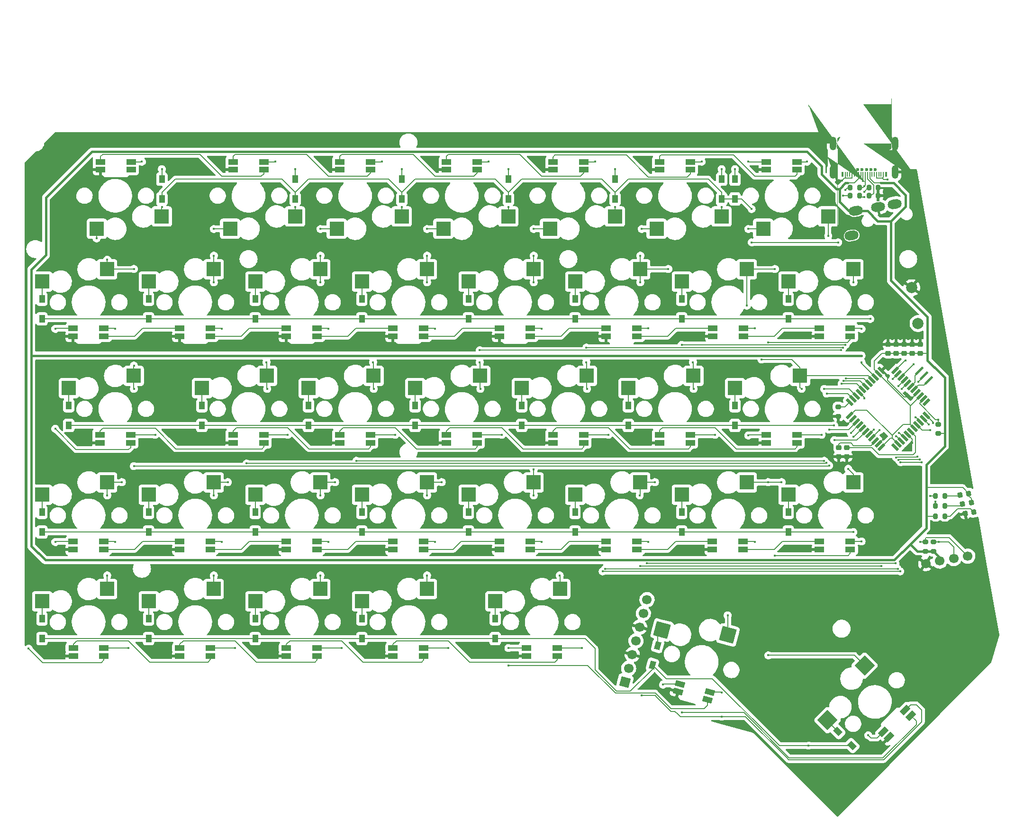
<source format=gbr>
G04 #@! TF.GenerationSoftware,KiCad,Pcbnew,(6.0.8)*
G04 #@! TF.CreationDate,2023-03-04T03:17:21+09:00*
G04 #@! TF.ProjectId,ma8ic_split_69_right,6d613869-635f-4737-906c-69745f36395f,0.1*
G04 #@! TF.SameCoordinates,Original*
G04 #@! TF.FileFunction,Copper,L1,Top*
G04 #@! TF.FilePolarity,Positive*
%FSLAX46Y46*%
G04 Gerber Fmt 4.6, Leading zero omitted, Abs format (unit mm)*
G04 Created by KiCad (PCBNEW (6.0.8)) date 2023-03-04 03:17:21*
%MOMM*%
%LPD*%
G01*
G04 APERTURE LIST*
G04 Aperture macros list*
%AMRoundRect*
0 Rectangle with rounded corners*
0 $1 Rounding radius*
0 $2 $3 $4 $5 $6 $7 $8 $9 X,Y pos of 4 corners*
0 Add a 4 corners polygon primitive as box body*
4,1,4,$2,$3,$4,$5,$6,$7,$8,$9,$2,$3,0*
0 Add four circle primitives for the rounded corners*
1,1,$1+$1,$2,$3*
1,1,$1+$1,$4,$5*
1,1,$1+$1,$6,$7*
1,1,$1+$1,$8,$9*
0 Add four rect primitives between the rounded corners*
20,1,$1+$1,$2,$3,$4,$5,0*
20,1,$1+$1,$4,$5,$6,$7,0*
20,1,$1+$1,$6,$7,$8,$9,0*
20,1,$1+$1,$8,$9,$2,$3,0*%
%AMHorizOval*
0 Thick line with rounded ends*
0 $1 width*
0 $2 $3 position (X,Y) of the first rounded end (center of the circle)*
0 $4 $5 position (X,Y) of the second rounded end (center of the circle)*
0 Add line between two ends*
20,1,$1,$2,$3,$4,$5,0*
0 Add two circle primitives to create the rounded ends*
1,1,$1,$2,$3*
1,1,$1,$4,$5*%
%AMRotRect*
0 Rectangle, with rotation*
0 The origin of the aperture is its center*
0 $1 length*
0 $2 width*
0 $3 Rotation angle, in degrees counterclockwise*
0 Add horizontal line*
21,1,$1,$2,0,0,$3*%
%AMFreePoly0*
4,1,77,0.050035,1.200035,0.050050,1.200000,0.050050,-1.200000,0.050035,-1.200035,0.050000,-1.200050,-0.650000,-1.200050,-0.650035,-1.200035,-0.650050,-1.200000,-0.650035,-1.199965,-0.650002,-1.199950,-0.619003,-1.198950,-0.587006,-1.196950,-0.556006,-1.192950,-0.525011,-1.186951,-0.495011,-1.179951,-0.465014,-1.170952,-0.435017,-1.159953,-0.406019,-1.147954,-0.378024,-1.134956,-0.350027,-1.119958,
-0.323026,-1.102958,-0.297030,-1.084960,-0.272033,-1.065962,-0.249035,-1.045964,-0.226036,-1.023965,-0.204036,-1.000965,-0.184040,-0.977970,-0.165038,-0.952968,-0.147041,-0.926971,-0.130043,-0.899973,-0.115043,-0.871975,-0.102045,-0.843979,-0.090046,-0.814981,-0.079047,-0.784983,-0.070048,-0.754986,-0.063048,-0.724987,-0.057050,-0.693994,-0.053050,-0.662994,-0.051050,-0.630997,-0.050050,-0.599999,
-0.050050,0.600000,-0.051050,0.630998,-0.053050,0.662997,-0.057050,0.693995,-0.063049,0.724990,-0.070049,0.754989,-0.079048,0.784986,-0.090047,0.814983,-0.102046,0.843981,-0.115044,0.871976,-0.130044,0.899976,-0.147042,0.926973,-0.165040,0.952969,-0.184040,0.977971,-0.204038,1.000967,-0.226037,1.023966,-0.249035,1.045965,-0.272033,1.065962,-0.297030,1.084961,-0.323027,1.102958,
-0.350027,1.119958,-0.378024,1.134957,-0.406021,1.147955,-0.435017,1.159953,-0.465017,1.170953,-0.495011,1.179951,-0.525011,1.186951,-0.556006,1.192950,-0.587006,1.196950,-0.619003,1.198950,-0.650002,1.199950,-0.650036,1.199966,-0.650050,1.200002,-0.650034,1.200036,-0.650000,1.200050,0.050000,1.200050,0.050035,1.200035,0.050035,1.200035,$1*%
%AMFreePoly1*
4,1,78,0.650020,1.200042,0.650035,1.200035,0.650050,1.200000,0.650035,1.199965,0.650001,1.199950,0.619003,1.198950,0.587006,1.196950,0.556005,1.192950,0.525012,1.186951,0.495011,1.179951,0.465014,1.170952,0.435017,1.159953,0.406019,1.147954,0.378024,1.134956,0.350024,1.119956,0.323029,1.102959,0.297031,1.084960,0.272030,1.065960,0.249035,1.045964,0.226034,1.023963,
0.204035,1.000965,0.184038,0.977967,0.165040,0.952970,0.147042,0.926973,0.130042,0.899973,0.115044,0.871976,0.102046,0.843981,0.090047,0.814983,0.079048,0.784986,0.070049,0.754989,0.063049,0.724990,0.057050,0.693994,0.053050,0.662996,0.051050,0.630998,0.050050,0.600000,0.050050,-0.599998,0.051050,-0.630997,0.053050,-0.662994,0.057049,-0.693990,0.063049,-0.724989,
0.070048,-0.754986,0.079047,-0.784983,0.090046,-0.814981,0.102045,-0.843979,0.115044,-0.871976,0.130042,-0.899973,0.147041,-0.926972,0.165040,-0.952970,0.184038,-0.977967,0.204036,-1.000965,0.226035,-1.023964,0.249033,-1.045962,0.272030,-1.065960,0.297032,-1.084962,0.323029,-1.102959,0.350024,-1.119956,0.378025,-1.134957,0.406019,-1.147954,0.435017,-1.159953,0.465014,-1.170952,
0.495011,-1.179951,0.525013,-1.186952,0.556006,-1.192950,0.587006,-1.196950,0.619003,-1.198950,0.650001,-1.199950,0.650036,-1.199966,0.650050,-1.200002,0.650034,-1.200036,0.650000,-1.200050,-0.050000,-1.200050,-0.050035,-1.200035,-0.050050,-1.200000,-0.050050,1.200000,-0.050035,1.200035,-0.050000,1.200050,0.650000,1.200050,0.650020,1.200042,0.650020,1.200042,$1*%
G04 Aperture macros list end*
G04 #@! TA.AperFunction,SMDPad,CuDef*
%ADD10R,2.600000X2.600000*%
G04 #@! TD*
G04 #@! TA.AperFunction,SMDPad,CuDef*
%ADD11RotRect,2.600000X2.600000X165.000000*%
G04 #@! TD*
G04 #@! TA.AperFunction,ComponentPad*
%ADD12C,2.000000*%
G04 #@! TD*
G04 #@! TA.AperFunction,ComponentPad*
%ADD13C,1.700000*%
G04 #@! TD*
G04 #@! TA.AperFunction,SMDPad,CuDef*
%ADD14RotRect,2.600000X2.600000X225.000000*%
G04 #@! TD*
G04 #@! TA.AperFunction,ComponentPad*
%ADD15HorizOval,1.700000X0.393923X0.069459X-0.393923X-0.069459X0*%
G04 #@! TD*
G04 #@! TA.AperFunction,SMDPad,CuDef*
%ADD16R,1.000000X1.400000*%
G04 #@! TD*
G04 #@! TA.AperFunction,SMDPad,CuDef*
%ADD17RoundRect,0.225000X0.250000X-0.225000X0.250000X0.225000X-0.250000X0.225000X-0.250000X-0.225000X0*%
G04 #@! TD*
G04 #@! TA.AperFunction,SMDPad,CuDef*
%ADD18RoundRect,0.200000X-0.200000X-0.275000X0.200000X-0.275000X0.200000X0.275000X-0.200000X0.275000X0*%
G04 #@! TD*
G04 #@! TA.AperFunction,SMDPad,CuDef*
%ADD19R,1.700000X1.000000*%
G04 #@! TD*
G04 #@! TA.AperFunction,SMDPad,CuDef*
%ADD20RoundRect,0.218750X-0.170929X-0.290343X0.259924X-0.214371X0.170929X0.290343X-0.259924X0.214371X0*%
G04 #@! TD*
G04 #@! TA.AperFunction,SMDPad,CuDef*
%ADD21R,0.230000X0.850000*%
G04 #@! TD*
G04 #@! TA.AperFunction,ComponentPad*
%ADD22C,0.600000*%
G04 #@! TD*
G04 #@! TA.AperFunction,ComponentPad*
%ADD23O,1.200000X2.400000*%
G04 #@! TD*
G04 #@! TA.AperFunction,SMDPad,CuDef*
%ADD24R,0.460000X0.850000*%
G04 #@! TD*
G04 #@! TA.AperFunction,SMDPad,CuDef*
%ADD25FreePoly0,270.000000*%
G04 #@! TD*
G04 #@! TA.AperFunction,SMDPad,CuDef*
%ADD26FreePoly1,270.000000*%
G04 #@! TD*
G04 #@! TA.AperFunction,SMDPad,CuDef*
%ADD27RoundRect,0.200000X0.275000X-0.200000X0.275000X0.200000X-0.275000X0.200000X-0.275000X-0.200000X0*%
G04 #@! TD*
G04 #@! TA.AperFunction,SMDPad,CuDef*
%ADD28RoundRect,0.200000X0.200000X0.275000X-0.200000X0.275000X-0.200000X-0.275000X0.200000X-0.275000X0*%
G04 #@! TD*
G04 #@! TA.AperFunction,SMDPad,CuDef*
%ADD29RotRect,1.700000X1.000000X345.000000*%
G04 #@! TD*
G04 #@! TA.AperFunction,SMDPad,CuDef*
%ADD30RoundRect,0.200000X-0.275000X0.200000X-0.275000X-0.200000X0.275000X-0.200000X0.275000X0.200000X0*%
G04 #@! TD*
G04 #@! TA.AperFunction,SMDPad,CuDef*
%ADD31RotRect,1.400000X1.000000X75.000000*%
G04 #@! TD*
G04 #@! TA.AperFunction,SMDPad,CuDef*
%ADD32RotRect,0.400000X1.900000X315.000000*%
G04 #@! TD*
G04 #@! TA.AperFunction,SMDPad,CuDef*
%ADD33RotRect,1.400000X1.000000X135.000000*%
G04 #@! TD*
G04 #@! TA.AperFunction,SMDPad,CuDef*
%ADD34RotRect,1.500000X0.550000X135.000000*%
G04 #@! TD*
G04 #@! TA.AperFunction,SMDPad,CuDef*
%ADD35RotRect,1.500000X0.550000X225.000000*%
G04 #@! TD*
G04 #@! TA.AperFunction,SMDPad,CuDef*
%ADD36RotRect,1.700000X1.000000X45.000000*%
G04 #@! TD*
G04 #@! TA.AperFunction,SMDPad,CuDef*
%ADD37RoundRect,0.225000X-0.250000X0.225000X-0.250000X-0.225000X0.250000X-0.225000X0.250000X0.225000X0*%
G04 #@! TD*
G04 #@! TA.AperFunction,ComponentPad*
%ADD38RotRect,1.700000X1.700000X165.000000*%
G04 #@! TD*
G04 #@! TA.AperFunction,ComponentPad*
%ADD39HorizOval,1.700000X0.000000X0.000000X0.000000X0.000000X0*%
G04 #@! TD*
G04 #@! TA.AperFunction,ViaPad*
%ADD40C,0.400000*%
G04 #@! TD*
G04 #@! TA.AperFunction,Conductor*
%ADD41C,0.152400*%
G04 #@! TD*
G04 #@! TA.AperFunction,Conductor*
%ADD42C,0.400000*%
G04 #@! TD*
G04 APERTURE END LIST*
D10*
G04 #@! TO.P,SW6,1,1*
G04 #@! TO.N,Net-(D8-Pad2)*
X165462500Y-51325000D03*
G04 #@! TO.P,SW6,2,2*
G04 #@! TO.N,COL4*
X153862500Y-53525000D03*
G04 #@! TD*
D11*
G04 #@! TO.P,SW37,1,1*
G04 #@! TO.N,Net-(D39-Pad2)*
X173915446Y-125246626D03*
G04 #@! TO.P,SW37,2,2*
G04 #@! TO.N,COL5*
X185689588Y-126123890D03*
G04 #@! TD*
D10*
G04 #@! TO.P,SW28,1,1*
G04 #@! TO.N,Net-(D30-Pad2)*
X139337500Y-101075000D03*
G04 #@! TO.P,SW28,2,2*
G04 #@! TO.N,COL4*
X150937500Y-98875000D03*
G04 #@! TD*
G04 #@! TO.P,SW22,1,1*
G04 #@! TO.N,Net-(D24-Pad2)*
X167912500Y-82025000D03*
G04 #@! TO.P,SW22,2,2*
G04 #@! TO.N,COL5*
X179512500Y-79825000D03*
G04 #@! TD*
G04 #@! TO.P,SW21,1,1*
G04 #@! TO.N,Net-(D23-Pad2)*
X148862500Y-82025000D03*
G04 #@! TO.P,SW21,2,2*
G04 #@! TO.N,COL4*
X160462500Y-79825000D03*
G04 #@! TD*
G04 #@! TO.P,SW32,1,1*
G04 #@! TO.N,Net-(D34-Pad2)*
X63137500Y-120125000D03*
G04 #@! TO.P,SW32,2,2*
G04 #@! TO.N,COL0*
X74737500Y-117925000D03*
G04 #@! TD*
G04 #@! TO.P,SW4,1,1*
G04 #@! TO.N,Net-(D6-Pad2)*
X127362500Y-51325000D03*
G04 #@! TO.P,SW4,2,2*
G04 #@! TO.N,COL2*
X115762500Y-53525000D03*
G04 #@! TD*
G04 #@! TO.P,SW31,1,1*
G04 #@! TO.N,Net-(D33-Pad2)*
X196487500Y-101075000D03*
G04 #@! TO.P,SW31,2,2*
G04 #@! TO.N,COL7*
X208087500Y-98875000D03*
G04 #@! TD*
G04 #@! TO.P,SW27,1,1*
G04 #@! TO.N,Net-(D29-Pad2)*
X120287500Y-101075000D03*
G04 #@! TO.P,SW27,2,2*
G04 #@! TO.N,COL3*
X131887500Y-98875000D03*
G04 #@! TD*
G04 #@! TO.P,SW11,1,1*
G04 #@! TO.N,Net-(D13-Pad2)*
X101237500Y-62975000D03*
G04 #@! TO.P,SW11,2,2*
G04 #@! TO.N,COL2*
X112837500Y-60775000D03*
G04 #@! TD*
G04 #@! TO.P,SW12,1,1*
G04 #@! TO.N,Net-(D14-Pad2)*
X120287500Y-62975000D03*
G04 #@! TO.P,SW12,2,2*
G04 #@! TO.N,COL3*
X131887500Y-60775000D03*
G04 #@! TD*
G04 #@! TO.P,SW33,1,1*
G04 #@! TO.N,Net-(D35-Pad2)*
X82187500Y-120125000D03*
G04 #@! TO.P,SW33,2,2*
G04 #@! TO.N,COL1*
X93787500Y-117925000D03*
G04 #@! TD*
G04 #@! TO.P,SW34,1,1*
G04 #@! TO.N,Net-(D36-Pad2)*
X101237500Y-120125000D03*
G04 #@! TO.P,SW34,2,2*
G04 #@! TO.N,COL2*
X112837500Y-117925000D03*
G04 #@! TD*
G04 #@! TO.P,SW2,1,1*
G04 #@! TO.N,Net-(D4-Pad2)*
X84500000Y-51325000D03*
G04 #@! TO.P,SW2,2,2*
G04 #@! TO.N,COL0*
X72900000Y-53525000D03*
G04 #@! TD*
G04 #@! TO.P,SW29,1,1*
G04 #@! TO.N,Net-(D31-Pad2)*
X158387500Y-101075000D03*
G04 #@! TO.P,SW29,2,2*
G04 #@! TO.N,COL5*
X169987500Y-98875000D03*
G04 #@! TD*
G04 #@! TO.P,SW16,1,1*
G04 #@! TO.N,Net-(D18-Pad2)*
X196487500Y-62975000D03*
G04 #@! TO.P,SW16,2,2*
G04 #@! TO.N,COL7*
X208087500Y-60775000D03*
G04 #@! TD*
G04 #@! TO.P,SW9,1,1*
G04 #@! TO.N,Net-(D11-Pad2)*
X63137500Y-62975000D03*
G04 #@! TO.P,SW9,2,2*
G04 #@! TO.N,COL0*
X74737500Y-60775000D03*
G04 #@! TD*
G04 #@! TO.P,SW18,1,1*
G04 #@! TO.N,Net-(D20-Pad2)*
X91712500Y-82025000D03*
G04 #@! TO.P,SW18,2,2*
G04 #@! TO.N,COL1*
X103312500Y-79825000D03*
G04 #@! TD*
G04 #@! TO.P,SW20,1,1*
G04 #@! TO.N,Net-(D22-Pad2)*
X129812500Y-82025000D03*
G04 #@! TO.P,SW20,2,2*
G04 #@! TO.N,COL3*
X141412500Y-79825000D03*
G04 #@! TD*
G04 #@! TO.P,SW8,1,1*
G04 #@! TO.N,COL6*
X203562500Y-51325000D03*
G04 #@! TO.P,SW8,2,2*
G04 #@! TO.N,Net-(D10-Pad2)*
X191962500Y-53525000D03*
G04 #@! TD*
G04 #@! TO.P,SW15,1,1*
G04 #@! TO.N,Net-(D17-Pad2)*
X177437500Y-62975000D03*
G04 #@! TO.P,SW15,2,2*
G04 #@! TO.N,COL6*
X189037500Y-60775000D03*
G04 #@! TD*
G04 #@! TO.P,SW23,1,1*
G04 #@! TO.N,Net-(D25-Pad2)*
X186962500Y-82025000D03*
G04 #@! TO.P,SW23,2,2*
G04 #@! TO.N,COL6*
X198562500Y-79825000D03*
G04 #@! TD*
G04 #@! TO.P,SW10,1,1*
G04 #@! TO.N,Net-(D12-Pad2)*
X82187500Y-62975000D03*
G04 #@! TO.P,SW10,2,2*
G04 #@! TO.N,COL1*
X93787500Y-60775000D03*
G04 #@! TD*
D12*
G04 #@! TO.P,SW1,1,1*
G04 #@! TO.N,GND*
X218510859Y-64069784D03*
G04 #@! TO.P,SW1,2,2*
G04 #@! TO.N,Net-(R6-Pad2)*
X219639573Y-70471034D03*
G04 #@! TD*
D10*
G04 #@! TO.P,SW17,1,1*
G04 #@! TO.N,Net-(D19-Pad2)*
X67900000Y-82025000D03*
G04 #@! TO.P,SW17,2,2*
G04 #@! TO.N,COL0*
X79500000Y-79825000D03*
G04 #@! TD*
D13*
G04 #@! TO.P,J3,1,Pin_1*
G04 #@! TO.N,SDA*
X228525225Y-112049007D03*
G04 #@! TO.P,J3,2,Pin_2*
G04 #@! TO.N,SCL*
X226023813Y-112490074D03*
G04 #@! TO.P,J3,3,Pin_3*
G04 #@! TO.N,VCC*
X223522401Y-112931140D03*
G04 #@! TO.P,J3,4,Pin_4*
G04 #@! TO.N,GND*
X221020989Y-113372207D03*
G04 #@! TD*
D10*
G04 #@! TO.P,SW13,1,1*
G04 #@! TO.N,Net-(D15-Pad2)*
X139337500Y-62975000D03*
G04 #@! TO.P,SW13,2,2*
G04 #@! TO.N,COL4*
X150937500Y-60775000D03*
G04 #@! TD*
G04 #@! TO.P,SW26,1,1*
G04 #@! TO.N,Net-(D28-Pad2)*
X101237500Y-101075000D03*
G04 #@! TO.P,SW26,2,2*
G04 #@! TO.N,COL2*
X112837500Y-98875000D03*
G04 #@! TD*
G04 #@! TO.P,SW7,1,1*
G04 #@! TO.N,Net-(D9-Pad2)*
X184512500Y-51325000D03*
G04 #@! TO.P,SW7,2,2*
G04 #@! TO.N,COL5*
X172912500Y-53525000D03*
G04 #@! TD*
G04 #@! TO.P,SW3,1,1*
G04 #@! TO.N,Net-(D5-Pad2)*
X108312500Y-51325000D03*
G04 #@! TO.P,SW3,2,2*
G04 #@! TO.N,COL1*
X96712500Y-53525000D03*
G04 #@! TD*
G04 #@! TO.P,SW24,1,1*
G04 #@! TO.N,Net-(D26-Pad2)*
X63137500Y-101075000D03*
G04 #@! TO.P,SW24,2,2*
G04 #@! TO.N,COL0*
X74737500Y-98875000D03*
G04 #@! TD*
G04 #@! TO.P,SW36,1,1*
G04 #@! TO.N,Net-(D38-Pad2)*
X144100000Y-120125000D03*
G04 #@! TO.P,SW36,2,2*
G04 #@! TO.N,COL4*
X155700000Y-117925000D03*
G04 #@! TD*
G04 #@! TO.P,SW19,1,1*
G04 #@! TO.N,Net-(D21-Pad2)*
X110762500Y-82025000D03*
G04 #@! TO.P,SW19,2,2*
G04 #@! TO.N,COL2*
X122362500Y-79825000D03*
G04 #@! TD*
G04 #@! TO.P,SW5,1,1*
G04 #@! TO.N,Net-(D7-Pad2)*
X146412500Y-51325000D03*
G04 #@! TO.P,SW5,2,2*
G04 #@! TO.N,COL3*
X134812500Y-53525000D03*
G04 #@! TD*
G04 #@! TO.P,SW14,1,1*
G04 #@! TO.N,Net-(D16-Pad2)*
X158387500Y-62975000D03*
G04 #@! TO.P,SW14,2,2*
G04 #@! TO.N,COL5*
X169987500Y-60775000D03*
G04 #@! TD*
G04 #@! TO.P,SW35,1,1*
G04 #@! TO.N,Net-(D37-Pad2)*
X120287355Y-120124855D03*
G04 #@! TO.P,SW35,2,2*
G04 #@! TO.N,COL3*
X131887355Y-117924855D03*
G04 #@! TD*
G04 #@! TO.P,SW25,1,1*
G04 #@! TO.N,Net-(D27-Pad2)*
X82187500Y-101075000D03*
G04 #@! TO.P,SW25,2,2*
G04 #@! TO.N,COL1*
X93787500Y-98875000D03*
G04 #@! TD*
G04 #@! TO.P,SW30,1,1*
G04 #@! TO.N,Net-(D32-Pad2)*
X177437500Y-101075000D03*
G04 #@! TO.P,SW30,2,2*
G04 #@! TO.N,COL6*
X189037500Y-98875000D03*
G04 #@! TD*
D14*
G04 #@! TO.P,SW38,1,1*
G04 #@! TO.N,Net-(D40-Pad2)*
X203445969Y-141365191D03*
G04 #@! TO.P,SW38,2,2*
G04 #@! TO.N,COL6*
X210092772Y-131607118D03*
G04 #@! TD*
D15*
G04 #@! TO.P,J2,1*
G04 #@! TO.N,N/C*
X207788734Y-54744005D03*
G04 #@! TO.P,J2,2*
G04 #@! TO.N,DATA*
X215430277Y-49131803D03*
G04 #@! TO.P,J2,3*
G04 #@! TO.N,GND*
X212475854Y-49652747D03*
G04 #@! TO.P,J2,4*
G04 #@! TO.N,VCC*
X208536623Y-50347340D03*
G04 #@! TD*
D16*
G04 #@! TO.P,D37,1,K*
G04 #@! TO.N,ROW4*
X120253125Y-126790625D03*
G04 #@! TO.P,D37,2,A*
G04 #@! TO.N,Net-(D37-Pad2)*
X120253125Y-123240625D03*
G04 #@! TD*
D17*
G04 #@! TO.P,C6,1*
G04 #@! TO.N,VCC*
X218598700Y-75784340D03*
G04 #@! TO.P,C6,2*
G04 #@! TO.N,GND*
X218598700Y-74234340D03*
G04 #@! TD*
D16*
G04 #@! TO.P,D8,1,K*
G04 #@! TO.N,ROW0*
X165497046Y-48209454D03*
G04 #@! TO.P,D8,2,A*
G04 #@! TO.N,Net-(D8-Pad2)*
X165497046Y-44659454D03*
G04 #@! TD*
D18*
G04 #@! TO.P,R2,1*
G04 #@! TO.N,Net-(J1-PadB5)*
X210867774Y-46196215D03*
G04 #@! TO.P,R2,2*
G04 #@! TO.N,GND*
X212517774Y-46196215D03*
G04 #@! TD*
D17*
G04 #@! TO.P,C7,1*
G04 #@! TO.N,VCC*
X220027450Y-75784340D03*
G04 #@! TO.P,C7,2*
G04 #@! TO.N,GND*
X220027450Y-74234340D03*
G04 #@! TD*
D19*
G04 #@! TO.P,D48,1,VDD*
G04 #@! TO.N,VCC*
X74186560Y-109432945D03*
G04 #@! TO.P,D48,2,DOUT*
G04 #@! TO.N,Net-(D48-Pad2)*
X74186560Y-110832945D03*
G04 #@! TO.P,D48,3,VSS*
G04 #@! TO.N,GND*
X68686560Y-110832945D03*
G04 #@! TO.P,D48,4,DIN*
G04 #@! TO.N,Net-(D47-Pad2)*
X68686560Y-109432945D03*
G04 #@! TD*
D20*
G04 #@! TO.P,D3,1,K*
G04 #@! TO.N,GND*
X228062539Y-104435463D03*
G04 #@! TO.P,D3,2,A*
G04 #@! TO.N,Net-(D3-Pad2)*
X229613611Y-104161967D03*
G04 #@! TD*
D16*
G04 #@! TO.P,D33,1,K*
G04 #@! TO.N,ROW3*
X196453125Y-107740625D03*
G04 #@! TO.P,D33,2,A*
G04 #@! TO.N,Net-(D33-Pad2)*
X196453125Y-104190625D03*
G04 #@! TD*
D19*
G04 #@! TO.P,D61,1,VDD*
G04 #@! TO.N,VCC*
X102761680Y-90383195D03*
G04 #@! TO.P,D61,2,DOUT*
G04 #@! TO.N,Net-(D61-Pad2)*
X102761680Y-91783195D03*
G04 #@! TO.P,D61,3,VSS*
G04 #@! TO.N,GND*
X97261680Y-91783195D03*
G04 #@! TO.P,D61,4,DIN*
G04 #@! TO.N,Net-(D60-Pad2)*
X97261680Y-90383195D03*
G04 #@! TD*
D21*
G04 #@! TO.P,J1,A1,GND*
G04 #@! TO.N,GND*
X212226200Y-43843822D03*
G04 #@! TO.P,J1,A2,TX1+*
G04 #@! TO.N,unconnected-(J1-PadA2)*
X211826200Y-43843822D03*
G04 #@! TO.P,J1,A3,TX1-*
G04 #@! TO.N,unconnected-(J1-PadA3)*
X211426200Y-43843822D03*
G04 #@! TO.P,J1,A4,VBUS*
G04 #@! TO.N,VCC*
X211026200Y-43843822D03*
G04 #@! TO.P,J1,A5,CC1*
G04 #@! TO.N,Net-(J1-PadA5)*
X210626200Y-43843822D03*
G04 #@! TO.P,J1,A6,D+*
G04 #@! TO.N,Net-(J1-PadA6)*
X210226200Y-43843822D03*
G04 #@! TO.P,J1,A7,D-*
G04 #@! TO.N,Net-(J1-PadA7)*
X209826200Y-43843822D03*
G04 #@! TO.P,J1,A8,SBU1*
G04 #@! TO.N,unconnected-(J1-PadA8)*
X209426200Y-43843822D03*
G04 #@! TO.P,J1,A9,VBUS*
G04 #@! TO.N,VCC*
X209026200Y-43843822D03*
G04 #@! TO.P,J1,A10,RX2-*
G04 #@! TO.N,unconnected-(J1-PadA10)*
X208626200Y-43843822D03*
G04 #@! TO.P,J1,A11,RX2+*
G04 #@! TO.N,unconnected-(J1-PadA11)*
X208226200Y-43843822D03*
G04 #@! TO.P,J1,A12,GND*
G04 #@! TO.N,GND*
X207826200Y-43843822D03*
G04 #@! TO.P,J1,B1,GND*
X206626200Y-43843822D03*
G04 #@! TO.P,J1,B2,TX2+*
G04 #@! TO.N,unconnected-(J1-PadB2)*
X207026200Y-43843822D03*
G04 #@! TO.P,J1,B3,TX2-*
G04 #@! TO.N,unconnected-(J1-PadB3)*
X207426200Y-43843822D03*
D22*
G04 #@! TO.P,J1,B4,VBUS*
G04 #@! TO.N,VCC*
X208026200Y-42918822D03*
G04 #@! TO.P,J1,B5,CC2*
G04 #@! TO.N,Net-(J1-PadB5)*
X208826200Y-42918822D03*
G04 #@! TO.P,J1,B6,D+*
G04 #@! TO.N,Net-(J1-PadA6)*
X209626200Y-42918822D03*
G04 #@! TO.P,J1,B7,D-*
G04 #@! TO.N,Net-(J1-PadA7)*
X210426200Y-42918822D03*
G04 #@! TO.P,J1,B8,SBU2*
G04 #@! TO.N,unconnected-(J1-PadB8)*
X211226200Y-42918822D03*
G04 #@! TO.P,J1,B9,VBUS*
G04 #@! TO.N,VCC*
X212026200Y-42918822D03*
D21*
G04 #@! TO.P,J1,B10,RX1-*
G04 #@! TO.N,unconnected-(J1-PadB10)*
X212626200Y-43843822D03*
G04 #@! TO.P,J1,B11,RX1+*
G04 #@! TO.N,unconnected-(J1-PadB11)*
X213026200Y-43843822D03*
G04 #@! TO.P,J1,B12,GND*
G04 #@! TO.N,GND*
X213426200Y-43843822D03*
D23*
G04 #@! TO.P,J1,S1,SHIELD*
X215576200Y-43368822D03*
D24*
G04 #@! TO.P,J1,S2*
G04 #@! TO.N,N/C*
X213941200Y-43843822D03*
G04 #@! TO.P,J1,S3*
X206111200Y-43843822D03*
D23*
G04 #@! TO.P,J1,S4*
X204476200Y-43368822D03*
G04 #@! TO.P,J1,S5*
X215576200Y-38318822D03*
D25*
G04 #@! TO.P,J1,S5.1*
X214926200Y-38318822D03*
D23*
G04 #@! TO.P,J1,S6*
X204476200Y-38318822D03*
D26*
G04 #@! TO.P,J1,S6.1*
X205126200Y-38318822D03*
G04 #@! TD*
D19*
G04 #@! TO.P,D75,1,VDD*
G04 #@! TO.N,VCC*
X121811952Y-41567365D03*
G04 #@! TO.P,D75,2,DOUT*
G04 #@! TO.N,Net-(D75-Pad2)*
X121811952Y-42967365D03*
G04 #@! TO.P,D75,3,VSS*
G04 #@! TO.N,GND*
X116311952Y-42967365D03*
G04 #@! TO.P,D75,4,DIN*
G04 #@! TO.N,Net-(D74-Pad2)*
X116311952Y-41567365D03*
G04 #@! TD*
D16*
G04 #@! TO.P,D10,1,K*
G04 #@! TO.N,ROW0*
X186928314Y-48209454D03*
G04 #@! TO.P,D10,2,A*
G04 #@! TO.N,Net-(D10-Pad2)*
X186928314Y-44659454D03*
G04 #@! TD*
D27*
G04 #@! TO.P,R6,1*
G04 #@! TO.N,VCC*
X223242407Y-90121990D03*
G04 #@! TO.P,R6,2*
G04 #@! TO.N,Net-(R6-Pad2)*
X223242407Y-88471990D03*
G04 #@! TD*
D16*
G04 #@! TO.P,D17,1,K*
G04 #@! TO.N,ROW1*
X177403322Y-69640722D03*
G04 #@! TO.P,D17,2,A*
G04 #@! TO.N,Net-(D17-Pad2)*
X177403322Y-66090722D03*
G04 #@! TD*
D19*
G04 #@! TO.P,D60,1,VDD*
G04 #@! TO.N,VCC*
X121811760Y-90383195D03*
G04 #@! TO.P,D60,2,DOUT*
G04 #@! TO.N,Net-(D60-Pad2)*
X121811760Y-91783195D03*
G04 #@! TO.P,D60,3,VSS*
G04 #@! TO.N,GND*
X116311760Y-91783195D03*
G04 #@! TO.P,D60,4,DIN*
G04 #@! TO.N,Net-(D59-Pad2)*
X116311760Y-90383195D03*
G04 #@! TD*
D28*
G04 #@! TO.P,R8,1*
G04 #@! TO.N,Net-(D2-Pad1)*
X224424325Y-103108090D03*
G04 #@! TO.P,R8,2*
G04 #@! TO.N,Net-(R8-Pad2)*
X222774325Y-103108090D03*
G04 #@! TD*
D29*
G04 #@! TO.P,D42,1,VDD*
G04 #@! TO.N,VCC*
X182415469Y-136306604D03*
G04 #@! TO.P,D42,2,DOUT*
G04 #@! TO.N,Net-(D42-Pad2)*
X182053123Y-137658900D03*
G04 #@! TO.P,D42,3,VSS*
G04 #@! TO.N,GND*
X176740531Y-136235396D03*
G04 #@! TO.P,D42,4,DIN*
G04 #@! TO.N,Net-(D41-Pad2)*
X177102877Y-134883100D03*
G04 #@! TD*
D16*
G04 #@! TO.P,D26,1,K*
G04 #@! TO.N,ROW3*
X63103218Y-107740754D03*
G04 #@! TO.P,D26,2,A*
G04 #@! TO.N,Net-(D26-Pad2)*
X63103218Y-104190754D03*
G04 #@! TD*
D30*
G04 #@! TO.P,R10,1*
G04 #@! TO.N,SCL*
X222408700Y-109537465D03*
G04 #@! TO.P,R10,2*
G04 #@! TO.N,VCC*
X222408700Y-111187465D03*
G04 #@! TD*
D16*
G04 #@! TO.P,D14,1,K*
G04 #@! TO.N,ROW1*
X120253274Y-69640722D03*
G04 #@! TO.P,D14,2,A*
G04 #@! TO.N,Net-(D14-Pad2)*
X120253274Y-66090722D03*
G04 #@! TD*
D19*
G04 #@! TO.P,D70,1,VDD*
G04 #@! TO.N,VCC*
X207537120Y-71333115D03*
G04 #@! TO.P,D70,2,DOUT*
G04 #@! TO.N,Net-(D70-Pad2)*
X207537120Y-72733115D03*
G04 #@! TO.P,D70,3,VSS*
G04 #@! TO.N,GND*
X202037120Y-72733115D03*
G04 #@! TO.P,D70,4,DIN*
G04 #@! TO.N,Net-(D69-Pad2)*
X202037120Y-71333115D03*
G04 #@! TD*
D16*
G04 #@! TO.P,D31,1,K*
G04 #@! TO.N,ROW3*
X158353322Y-107740754D03*
G04 #@! TO.P,D31,2,A*
G04 #@! TO.N,Net-(D31-Pad2)*
X158353322Y-104190754D03*
G04 #@! TD*
G04 #@! TO.P,D21,1,K*
G04 #@! TO.N,ROW2*
X110728266Y-88690738D03*
G04 #@! TO.P,D21,2,A*
G04 #@! TO.N,Net-(D21-Pad2)*
X110728266Y-85140738D03*
G04 #@! TD*
G04 #@! TO.P,D4,1,K*
G04 #@! TO.N,ROW0*
X84534375Y-48209454D03*
G04 #@! TO.P,D4,2,A*
G04 #@! TO.N,Net-(D4-Pad2)*
X84534375Y-44659454D03*
G04 #@! TD*
G04 #@! TO.P,D30,1,K*
G04 #@! TO.N,ROW3*
X139303306Y-107740754D03*
G04 #@! TO.P,D30,2,A*
G04 #@! TO.N,Net-(D30-Pad2)*
X139303306Y-104190754D03*
G04 #@! TD*
D19*
G04 #@! TO.P,D72,1,VDD*
G04 #@! TO.N,VCC*
X178962000Y-41567365D03*
G04 #@! TO.P,D72,2,DOUT*
G04 #@! TO.N,Net-(D72-Pad2)*
X178962000Y-42967365D03*
G04 #@! TO.P,D72,3,VSS*
G04 #@! TO.N,GND*
X173462000Y-42967365D03*
G04 #@! TO.P,D72,4,DIN*
G04 #@! TO.N,Net-(D71-Pad2)*
X173462000Y-41567365D03*
G04 #@! TD*
D16*
G04 #@! TO.P,D28,1,K*
G04 #@! TO.N,ROW3*
X101203274Y-107740754D03*
G04 #@! TO.P,D28,2,A*
G04 #@! TO.N,Net-(D28-Pad2)*
X101203274Y-104190754D03*
G04 #@! TD*
D31*
G04 #@! TO.P,D39,1,K*
G04 #@! TO.N,ROW4*
X172180706Y-131493188D03*
G04 #@! TO.P,D39,2,A*
G04 #@! TO.N,Net-(D39-Pad2)*
X173099514Y-128064152D03*
G04 #@! TD*
D16*
G04 #@! TO.P,D25,1,K*
G04 #@! TO.N,ROW2*
X186927670Y-88690990D03*
G04 #@! TO.P,D25,2,A*
G04 #@! TO.N,Net-(D25-Pad2)*
X186927670Y-85140990D03*
G04 #@! TD*
D30*
G04 #@! TO.P,R11,1*
G04 #@! TO.N,SDA*
X220979950Y-109537465D03*
G04 #@! TO.P,R11,2*
G04 #@! TO.N,VCC*
X220979950Y-111187465D03*
G04 #@! TD*
D19*
G04 #@! TO.P,D71,1,VDD*
G04 #@! TO.N,VCC*
X198012080Y-41567263D03*
G04 #@! TO.P,D71,2,DOUT*
G04 #@! TO.N,Net-(D71-Pad2)*
X198012080Y-42967263D03*
G04 #@! TO.P,D71,3,VSS*
G04 #@! TO.N,GND*
X192512080Y-42967263D03*
G04 #@! TO.P,D71,4,DIN*
G04 #@! TO.N,Net-(D70-Pad2)*
X192512080Y-41567263D03*
G04 #@! TD*
G04 #@! TO.P,D46,1,VDD*
G04 #@! TO.N,VCC*
X93236768Y-128482961D03*
G04 #@! TO.P,D46,2,DOUT*
G04 #@! TO.N,Net-(D46-Pad2)*
X93236768Y-129882961D03*
G04 #@! TO.P,D46,3,VSS*
G04 #@! TO.N,GND*
X87736768Y-129882961D03*
G04 #@! TO.P,D46,4,DIN*
G04 #@! TO.N,Net-(D45-Pad2)*
X87736768Y-128482961D03*
G04 #@! TD*
G04 #@! TO.P,D56,1,VDD*
G04 #@! TO.N,VCC*
X198012080Y-90383195D03*
G04 #@! TO.P,D56,2,DOUT*
G04 #@! TO.N,Net-(D56-Pad2)*
X198012080Y-91783195D03*
G04 #@! TO.P,D56,3,VSS*
G04 #@! TO.N,GND*
X192512080Y-91783195D03*
G04 #@! TO.P,D56,4,DIN*
G04 #@! TO.N,Net-(D55-Pad2)*
X192512080Y-90383195D03*
G04 #@! TD*
G04 #@! TO.P,D76,1,VDD*
G04 #@! TO.N,VCC*
X102761680Y-41567365D03*
G04 #@! TO.P,D76,2,DOUT*
G04 #@! TO.N,Net-(D76-Pad2)*
X102761680Y-42967365D03*
G04 #@! TO.P,D76,3,VSS*
G04 #@! TO.N,GND*
X97261680Y-42967365D03*
G04 #@! TO.P,D76,4,DIN*
G04 #@! TO.N,Net-(D75-Pad2)*
X97261680Y-41567365D03*
G04 #@! TD*
D16*
G04 #@! TO.P,D29,1,K*
G04 #@! TO.N,ROW3*
X120253290Y-107740754D03*
G04 #@! TO.P,D29,2,A*
G04 #@! TO.N,Net-(D29-Pad2)*
X120253290Y-104190754D03*
G04 #@! TD*
G04 #@! TO.P,D15,1,K*
G04 #@! TO.N,ROW1*
X139303290Y-69640722D03*
G04 #@! TO.P,D15,2,A*
G04 #@! TO.N,Net-(D15-Pad2)*
X139303290Y-66090722D03*
G04 #@! TD*
D32*
G04 #@! TO.P,X1,1*
G04 #@! TO.N,/MCU/XTAL2*
X219893034Y-78923682D03*
G04 #@! TO.P,X1,2*
G04 #@! TO.N,GND*
X220741562Y-79772210D03*
G04 #@! TO.P,X1,3*
G04 #@! TO.N,/MCU/XTAL1*
X221590090Y-80620738D03*
G04 #@! TD*
D33*
G04 #@! TO.P,D40,1,K*
G04 #@! TO.N,ROW4*
X207828180Y-145916660D03*
G04 #@! TO.P,D40,2,A*
G04 #@! TO.N,Net-(D40-Pad2)*
X205317950Y-143406430D03*
G04 #@! TD*
D19*
G04 #@! TO.P,D66,1,VDD*
G04 #@! TO.N,VCC*
X131336672Y-71333115D03*
G04 #@! TO.P,D66,2,DOUT*
G04 #@! TO.N,Net-(D66-Pad2)*
X131336672Y-72733115D03*
G04 #@! TO.P,D66,3,VSS*
G04 #@! TO.N,GND*
X125836672Y-72733115D03*
G04 #@! TO.P,D66,4,DIN*
G04 #@! TO.N,Net-(D65-Pad2)*
X125836672Y-71333115D03*
G04 #@! TD*
G04 #@! TO.P,D77,1,VDD*
G04 #@! TO.N,VCC*
X79068143Y-41567365D03*
G04 #@! TO.P,D77,2,DOUT*
G04 #@! TO.N,unconnected-(D77-Pad2)*
X79068143Y-42967365D03*
G04 #@! TO.P,D77,3,VSS*
G04 #@! TO.N,GND*
X73568143Y-42967365D03*
G04 #@! TO.P,D77,4,DIN*
G04 #@! TO.N,Net-(D76-Pad2)*
X73568143Y-41567365D03*
G04 #@! TD*
D16*
G04 #@! TO.P,D32,1,K*
G04 #@! TO.N,ROW3*
X177403125Y-107740625D03*
G04 #@! TO.P,D32,2,A*
G04 #@! TO.N,Net-(D32-Pad2)*
X177403125Y-104190625D03*
G04 #@! TD*
D30*
G04 #@! TO.P,R7,1*
G04 #@! TO.N,Net-(R7-Pad1)*
X205383017Y-85376215D03*
G04 #@! TO.P,R7,2*
G04 #@! TO.N,GND*
X205383017Y-87026215D03*
G04 #@! TD*
D28*
G04 #@! TO.P,R4,1*
G04 #@! TO.N,Net-(J1-PadA6)*
X209184010Y-46196215D03*
G04 #@! TO.P,R4,2*
G04 #@! TO.N,/MCU/D+*
X207534010Y-46196215D03*
G04 #@! TD*
D17*
G04 #@! TO.P,C2,1*
G04 #@! TO.N,GND*
X206930254Y-94239455D03*
G04 #@! TO.P,C2,2*
G04 #@! TO.N,Net-(C2-Pad2)*
X206930254Y-92689455D03*
G04 #@! TD*
D19*
G04 #@! TO.P,D44,1,VDD*
G04 #@! TO.N,VCC*
X131336800Y-128482961D03*
G04 #@! TO.P,D44,2,DOUT*
G04 #@! TO.N,Net-(D44-Pad2)*
X131336800Y-129882961D03*
G04 #@! TO.P,D44,3,VSS*
G04 #@! TO.N,GND*
X125836800Y-129882961D03*
G04 #@! TO.P,D44,4,DIN*
G04 #@! TO.N,Net-(D43-Pad2)*
X125836800Y-128482961D03*
G04 #@! TD*
D16*
G04 #@! TO.P,D22,1,K*
G04 #@! TO.N,ROW2*
X129778282Y-88690738D03*
G04 #@! TO.P,D22,2,A*
G04 #@! TO.N,Net-(D22-Pad2)*
X129778282Y-85140738D03*
G04 #@! TD*
D34*
G04 #@! TO.P,U1,1,PE6/AIN0*
G04 #@! TO.N,unconnected-(U1-Pad1)*
X215514794Y-92584048D03*
G04 #@! TO.P,U1,2,UVcc*
G04 #@! TO.N,VCC*
X216080479Y-92018362D03*
G04 #@! TO.P,U1,3,D-*
G04 #@! TO.N,/MCU/D-*
X216646164Y-91452677D03*
G04 #@! TO.P,U1,4,D+*
G04 #@! TO.N,/MCU/D+*
X217211850Y-90886992D03*
G04 #@! TO.P,U1,5,UGnd*
G04 #@! TO.N,GND*
X217777535Y-90321306D03*
G04 #@! TO.P,U1,6,UCap*
G04 #@! TO.N,Net-(C2-Pad2)*
X218343221Y-89755621D03*
G04 #@! TO.P,U1,7,VBus*
G04 #@! TO.N,VCC*
X218908906Y-89189935D03*
G04 #@! TO.P,U1,8,PB0/SS*
G04 #@! TO.N,Net-(R5-Pad2)*
X219474592Y-88624250D03*
G04 #@! TO.P,U1,9,PB1/SCK*
G04 #@! TO.N,SCLK*
X220040277Y-88058564D03*
G04 #@! TO.P,U1,10,PB2/MOSI*
G04 #@! TO.N,MOSI*
X220605962Y-87492879D03*
G04 #@! TO.P,U1,11,PB3/MISO*
G04 #@! TO.N,MISO*
X221171648Y-86927194D03*
D35*
G04 #@! TO.P,U1,12,PB7/~{RTS}*
G04 #@! TO.N,unconnected-(U1-Pad12)*
X221171648Y-84523030D03*
G04 #@! TO.P,U1,13,~{RESET}*
G04 #@! TO.N,Net-(R6-Pad2)*
X220605962Y-83957345D03*
G04 #@! TO.P,U1,14,VCC*
G04 #@! TO.N,VCC*
X220040277Y-83391660D03*
G04 #@! TO.P,U1,15,GND*
G04 #@! TO.N,GND*
X219474592Y-82825974D03*
G04 #@! TO.P,U1,16,XTAL1*
G04 #@! TO.N,/MCU/XTAL1*
X218908906Y-82260289D03*
G04 #@! TO.P,U1,17,XTAL2*
G04 #@! TO.N,/MCU/XTAL2*
X218343221Y-81694603D03*
G04 #@! TO.P,U1,18,PD0/INT0*
G04 #@! TO.N,SCL*
X217777535Y-81128918D03*
G04 #@! TO.P,U1,19,PD1/INT1*
G04 #@! TO.N,SDA*
X217211850Y-80563232D03*
G04 #@! TO.P,U1,20,PD2/RXD1*
G04 #@! TO.N,DATA*
X216646164Y-79997547D03*
G04 #@! TO.P,U1,21,PD3/TXD1*
G04 #@! TO.N,LED*
X216080479Y-79431862D03*
G04 #@! TO.P,U1,22,PD5/XCK1*
G04 #@! TO.N,Net-(R8-Pad2)*
X215514794Y-78866176D03*
D34*
G04 #@! TO.P,U1,23,GND*
G04 #@! TO.N,GND*
X213110630Y-78866176D03*
G04 #@! TO.P,U1,24,AVCC*
G04 #@! TO.N,VCC*
X212544945Y-79431862D03*
G04 #@! TO.P,U1,25,ICP1/PD4*
G04 #@! TO.N,COL7*
X211979260Y-79997547D03*
G04 #@! TO.P,U1,26,T1/PD6*
G04 #@! TO.N,COL6*
X211413574Y-80563232D03*
G04 #@! TO.P,U1,27,T0/PD7*
G04 #@! TO.N,COL5*
X210847889Y-81128918D03*
G04 #@! TO.P,U1,28,PB4*
G04 #@! TO.N,COL4*
X210282203Y-81694603D03*
G04 #@! TO.P,U1,29,PB5*
G04 #@! TO.N,COL3*
X209716518Y-82260289D03*
G04 #@! TO.P,U1,30,PB6*
G04 #@! TO.N,NCS*
X209150832Y-82825974D03*
G04 #@! TO.P,U1,31,PC6*
G04 #@! TO.N,COL2*
X208585147Y-83391660D03*
G04 #@! TO.P,U1,32,PC7*
G04 #@! TO.N,COL1*
X208019462Y-83957345D03*
G04 #@! TO.P,U1,33,~{HWB/PE2}*
G04 #@! TO.N,Net-(R7-Pad1)*
X207453776Y-84523030D03*
D35*
G04 #@! TO.P,U1,34,VCC*
G04 #@! TO.N,VCC*
X207453776Y-86927194D03*
G04 #@! TO.P,U1,35,GND*
G04 #@! TO.N,GND*
X208019462Y-87492879D03*
G04 #@! TO.P,U1,36,PF7*
G04 #@! TO.N,COL0*
X208585147Y-88058564D03*
G04 #@! TO.P,U1,37,PF6*
G04 #@! TO.N,ROW4*
X209150832Y-88624250D03*
G04 #@! TO.P,U1,38,PF5*
G04 #@! TO.N,ROW3*
X209716518Y-89189935D03*
G04 #@! TO.P,U1,39,PF4*
G04 #@! TO.N,ROW2*
X210282203Y-89755621D03*
G04 #@! TO.P,U1,40,PF1*
G04 #@! TO.N,ROW1*
X210847889Y-90321306D03*
G04 #@! TO.P,U1,41,PF0*
G04 #@! TO.N,ROW0*
X211413574Y-90886992D03*
G04 #@! TO.P,U1,42,AREF*
G04 #@! TO.N,Net-(C1-Pad1)*
X211979260Y-91452677D03*
G04 #@! TO.P,U1,43,GND*
G04 #@! TO.N,GND*
X212544945Y-92018362D03*
G04 #@! TO.P,U1,44,AVCC*
G04 #@! TO.N,VCC*
X213110630Y-92584048D03*
G04 #@! TD*
D16*
G04 #@! TO.P,D7,1,K*
G04 #@! TO.N,ROW0*
X146447030Y-48209454D03*
G04 #@! TO.P,D7,2,A*
G04 #@! TO.N,Net-(D7-Pad2)*
X146447030Y-44659454D03*
G04 #@! TD*
G04 #@! TO.P,D35,1,K*
G04 #@! TO.N,ROW4*
X82153234Y-126790770D03*
G04 #@! TO.P,D35,2,A*
G04 #@! TO.N,Net-(D35-Pad2)*
X82153234Y-123240770D03*
G04 #@! TD*
G04 #@! TO.P,D23,1,K*
G04 #@! TO.N,ROW2*
X148828298Y-88690738D03*
G04 #@! TO.P,D23,2,A*
G04 #@! TO.N,Net-(D23-Pad2)*
X148828298Y-85140738D03*
G04 #@! TD*
G04 #@! TO.P,D20,1,K*
G04 #@! TO.N,ROW2*
X91678250Y-88690738D03*
G04 #@! TO.P,D20,2,A*
G04 #@! TO.N,Net-(D20-Pad2)*
X91678250Y-85140738D03*
G04 #@! TD*
D19*
G04 #@! TO.P,D63,1,VDD*
G04 #@! TO.N,VCC*
X74186560Y-71333115D03*
G04 #@! TO.P,D63,2,DOUT*
G04 #@! TO.N,Net-(D63-Pad2)*
X74186560Y-72733115D03*
G04 #@! TO.P,D63,3,VSS*
G04 #@! TO.N,GND*
X68686560Y-72733115D03*
G04 #@! TO.P,D63,4,DIN*
G04 #@! TO.N,Net-(D62-Pad2)*
X68686560Y-71333115D03*
G04 #@! TD*
G04 #@! TO.P,D65,1,VDD*
G04 #@! TO.N,VCC*
X112286656Y-71333115D03*
G04 #@! TO.P,D65,2,DOUT*
G04 #@! TO.N,Net-(D65-Pad2)*
X112286656Y-72733115D03*
G04 #@! TO.P,D65,3,VSS*
G04 #@! TO.N,GND*
X106786656Y-72733115D03*
G04 #@! TO.P,D65,4,DIN*
G04 #@! TO.N,Net-(D64-Pad2)*
X106786656Y-71333115D03*
G04 #@! TD*
D16*
G04 #@! TO.P,D19,1,K*
G04 #@! TO.N,ROW2*
X67865726Y-88690738D03*
G04 #@! TO.P,D19,2,A*
G04 #@! TO.N,Net-(D19-Pad2)*
X67865726Y-85140738D03*
G04 #@! TD*
D19*
G04 #@! TO.P,D52,1,VDD*
G04 #@! TO.N,VCC*
X150386624Y-109432945D03*
G04 #@! TO.P,D52,2,DOUT*
G04 #@! TO.N,Net-(D52-Pad2)*
X150386624Y-110832945D03*
G04 #@! TO.P,D52,3,VSS*
G04 #@! TO.N,GND*
X144886624Y-110832945D03*
G04 #@! TO.P,D52,4,DIN*
G04 #@! TO.N,Net-(D51-Pad2)*
X144886624Y-109432945D03*
G04 #@! TD*
D16*
G04 #@! TO.P,D24,1,K*
G04 #@! TO.N,ROW2*
X167878314Y-88690738D03*
G04 #@! TO.P,D24,2,A*
G04 #@! TO.N,Net-(D24-Pad2)*
X167878314Y-85140738D03*
G04 #@! TD*
D19*
G04 #@! TO.P,D62,1,VDD*
G04 #@! TO.N,VCC*
X78949080Y-90383195D03*
G04 #@! TO.P,D62,2,DOUT*
G04 #@! TO.N,Net-(D62-Pad2)*
X78949080Y-91783195D03*
G04 #@! TO.P,D62,3,VSS*
G04 #@! TO.N,GND*
X73449080Y-91783195D03*
G04 #@! TO.P,D62,4,DIN*
G04 #@! TO.N,Net-(D61-Pad2)*
X73449080Y-90383195D03*
G04 #@! TD*
D28*
G04 #@! TO.P,R3,1*
G04 #@! TO.N,Net-(J1-PadA7)*
X209184010Y-47624965D03*
G04 #@! TO.P,R3,2*
G04 #@! TO.N,/MCU/D-*
X207534010Y-47624965D03*
G04 #@! TD*
D16*
G04 #@! TO.P,D16,1,K*
G04 #@! TO.N,ROW1*
X158353306Y-69640722D03*
G04 #@! TO.P,D16,2,A*
G04 #@! TO.N,Net-(D16-Pad2)*
X158353306Y-66090722D03*
G04 #@! TD*
G04 #@! TO.P,D27,1,K*
G04 #@! TO.N,ROW3*
X82153258Y-107740754D03*
G04 #@! TO.P,D27,2,A*
G04 #@! TO.N,Net-(D27-Pad2)*
X82153258Y-104190754D03*
G04 #@! TD*
D19*
G04 #@! TO.P,D55,1,VDD*
G04 #@! TO.N,VCC*
X207537120Y-109433275D03*
G04 #@! TO.P,D55,2,DOUT*
G04 #@! TO.N,Net-(D55-Pad2)*
X207537120Y-110833275D03*
G04 #@! TO.P,D55,3,VSS*
G04 #@! TO.N,GND*
X202037120Y-110833275D03*
G04 #@! TO.P,D55,4,DIN*
G04 #@! TO.N,Net-(D54-Pad2)*
X202037120Y-109433275D03*
G04 #@! TD*
G04 #@! TO.P,D45,1,VDD*
G04 #@! TO.N,VCC*
X112286784Y-128482961D03*
G04 #@! TO.P,D45,2,DOUT*
G04 #@! TO.N,Net-(D45-Pad2)*
X112286784Y-129882961D03*
G04 #@! TO.P,D45,3,VSS*
G04 #@! TO.N,GND*
X106786784Y-129882961D03*
G04 #@! TO.P,D45,4,DIN*
G04 #@! TO.N,Net-(D44-Pad2)*
X106786784Y-128482961D03*
G04 #@! TD*
D28*
G04 #@! TO.P,R5,1*
G04 #@! TO.N,Net-(D1-Pad1)*
X224424325Y-101322151D03*
G04 #@! TO.P,R5,2*
G04 #@! TO.N,Net-(R5-Pad2)*
X222774325Y-101322151D03*
G04 #@! TD*
D19*
G04 #@! TO.P,D74,1,VDD*
G04 #@! TO.N,VCC*
X140861968Y-41567365D03*
G04 #@! TO.P,D74,2,DOUT*
G04 #@! TO.N,Net-(D74-Pad2)*
X140861968Y-42967365D03*
G04 #@! TO.P,D74,3,VSS*
G04 #@! TO.N,GND*
X135361968Y-42967365D03*
G04 #@! TO.P,D74,4,DIN*
G04 #@! TO.N,Net-(D73-Pad2)*
X135361968Y-41567365D03*
G04 #@! TD*
D16*
G04 #@! TO.P,D36,1,K*
G04 #@! TO.N,ROW4*
X101203250Y-126790770D03*
G04 #@! TO.P,D36,2,A*
G04 #@! TO.N,Net-(D36-Pad2)*
X101203250Y-123240770D03*
G04 #@! TD*
D36*
G04 #@! TO.P,D41,1,VDD*
G04 #@! TO.N,VCC*
X217349569Y-139546482D03*
G04 #@! TO.P,D41,2,DOUT*
G04 #@! TO.N,Net-(D41-Pad2)*
X218339518Y-140536431D03*
G04 #@! TO.P,D41,3,VSS*
G04 #@! TO.N,GND*
X214450431Y-144425518D03*
G04 #@! TO.P,D41,4,DIN*
G04 #@! TO.N,LED*
X213460482Y-143435569D03*
G04 #@! TD*
D16*
G04 #@! TO.P,D12,1,K*
G04 #@! TO.N,ROW1*
X82153242Y-69640722D03*
G04 #@! TO.P,D12,2,A*
G04 #@! TO.N,Net-(D12-Pad2)*
X82153242Y-66090722D03*
G04 #@! TD*
G04 #@! TO.P,D5,1,K*
G04 #@! TO.N,ROW0*
X108346998Y-48209454D03*
G04 #@! TO.P,D5,2,A*
G04 #@! TO.N,Net-(D5-Pad2)*
X108346998Y-44659454D03*
G04 #@! TD*
G04 #@! TO.P,D38,1,K*
G04 #@! TO.N,ROW4*
X144064990Y-126791150D03*
G04 #@! TO.P,D38,2,A*
G04 #@! TO.N,Net-(D38-Pad2)*
X144064990Y-123241150D03*
G04 #@! TD*
D17*
G04 #@! TO.P,C4,1*
G04 #@! TO.N,VCC*
X215741200Y-75784340D03*
G04 #@! TO.P,C4,2*
G04 #@! TO.N,GND*
X215741200Y-74234340D03*
G04 #@! TD*
D19*
G04 #@! TO.P,D51,1,VDD*
G04 #@! TO.N,VCC*
X131336608Y-109432945D03*
G04 #@! TO.P,D51,2,DOUT*
G04 #@! TO.N,Net-(D51-Pad2)*
X131336608Y-110832945D03*
G04 #@! TO.P,D51,3,VSS*
G04 #@! TO.N,GND*
X125836608Y-110832945D03*
G04 #@! TO.P,D51,4,DIN*
G04 #@! TO.N,Net-(D50-Pad2)*
X125836608Y-109432945D03*
G04 #@! TD*
G04 #@! TO.P,D43,1,VDD*
G04 #@! TO.N,VCC*
X155149400Y-128483355D03*
G04 #@! TO.P,D43,2,DOUT*
G04 #@! TO.N,Net-(D43-Pad2)*
X155149400Y-129883355D03*
G04 #@! TO.P,D43,3,VSS*
G04 #@! TO.N,GND*
X149649400Y-129883355D03*
G04 #@! TO.P,D43,4,DIN*
G04 #@! TO.N,Net-(D42-Pad2)*
X149649400Y-128483355D03*
G04 #@! TD*
G04 #@! TO.P,D50,1,VDD*
G04 #@! TO.N,VCC*
X112286592Y-109432945D03*
G04 #@! TO.P,D50,2,DOUT*
G04 #@! TO.N,Net-(D50-Pad2)*
X112286592Y-110832945D03*
G04 #@! TO.P,D50,3,VSS*
G04 #@! TO.N,GND*
X106786592Y-110832945D03*
G04 #@! TO.P,D50,4,DIN*
G04 #@! TO.N,Net-(D49-Pad2)*
X106786592Y-109432945D03*
G04 #@! TD*
G04 #@! TO.P,D47,1,VDD*
G04 #@! TO.N,VCC*
X74187600Y-128483355D03*
G04 #@! TO.P,D47,2,DOUT*
G04 #@! TO.N,Net-(D47-Pad2)*
X74187600Y-129883355D03*
G04 #@! TO.P,D47,3,VSS*
G04 #@! TO.N,GND*
X68687600Y-129883355D03*
G04 #@! TO.P,D47,4,DIN*
G04 #@! TO.N,Net-(D46-Pad2)*
X68687600Y-128483355D03*
G04 #@! TD*
D18*
G04 #@! TO.P,R1,1*
G04 #@! TO.N,Net-(J1-PadA5)*
X210867774Y-47624965D03*
G04 #@! TO.P,R1,2*
G04 #@! TO.N,GND*
X212517774Y-47624965D03*
G04 #@! TD*
D19*
G04 #@! TO.P,D58,1,VDD*
G04 #@! TO.N,VCC*
X159911920Y-90383195D03*
G04 #@! TO.P,D58,2,DOUT*
G04 #@! TO.N,Net-(D58-Pad2)*
X159911920Y-91783195D03*
G04 #@! TO.P,D58,3,VSS*
G04 #@! TO.N,GND*
X154411920Y-91783195D03*
G04 #@! TO.P,D58,4,DIN*
G04 #@! TO.N,Net-(D57-Pad2)*
X154411920Y-90383195D03*
G04 #@! TD*
D37*
G04 #@! TO.P,C1,1*
G04 #@! TO.N,Net-(C1-Pad1)*
X205501498Y-92689455D03*
G04 #@! TO.P,C1,2*
G04 #@! TO.N,GND*
X205501498Y-94239455D03*
G04 #@! TD*
D19*
G04 #@! TO.P,D64,1,VDD*
G04 #@! TO.N,VCC*
X93236640Y-71333115D03*
G04 #@! TO.P,D64,2,DOUT*
G04 #@! TO.N,Net-(D64-Pad2)*
X93236640Y-72733115D03*
G04 #@! TO.P,D64,3,VSS*
G04 #@! TO.N,GND*
X87736640Y-72733115D03*
G04 #@! TO.P,D64,4,DIN*
G04 #@! TO.N,Net-(D63-Pad2)*
X87736640Y-71333115D03*
G04 #@! TD*
G04 #@! TO.P,D53,1,VDD*
G04 #@! TO.N,VCC*
X169436960Y-109433275D03*
G04 #@! TO.P,D53,2,DOUT*
G04 #@! TO.N,Net-(D53-Pad2)*
X169436960Y-110833275D03*
G04 #@! TO.P,D53,3,VSS*
G04 #@! TO.N,GND*
X163936960Y-110833275D03*
G04 #@! TO.P,D53,4,DIN*
G04 #@! TO.N,Net-(D52-Pad2)*
X163936960Y-109433275D03*
G04 #@! TD*
G04 #@! TO.P,D59,1,VDD*
G04 #@! TO.N,VCC*
X140861840Y-90383195D03*
G04 #@! TO.P,D59,2,DOUT*
G04 #@! TO.N,Net-(D59-Pad2)*
X140861840Y-91783195D03*
G04 #@! TO.P,D59,3,VSS*
G04 #@! TO.N,GND*
X135361840Y-91783195D03*
G04 #@! TO.P,D59,4,DIN*
G04 #@! TO.N,Net-(D58-Pad2)*
X135361840Y-90383195D03*
G04 #@! TD*
D16*
G04 #@! TO.P,D13,1,K*
G04 #@! TO.N,ROW1*
X101203258Y-69640722D03*
G04 #@! TO.P,D13,2,A*
G04 #@! TO.N,Net-(D13-Pad2)*
X101203258Y-66090722D03*
G04 #@! TD*
G04 #@! TO.P,D34,1,K*
G04 #@! TO.N,ROW4*
X63103218Y-126790770D03*
G04 #@! TO.P,D34,2,A*
G04 #@! TO.N,Net-(D34-Pad2)*
X63103218Y-123240770D03*
G04 #@! TD*
G04 #@! TO.P,D18,1,K*
G04 #@! TO.N,ROW1*
X196453125Y-69640625D03*
G04 #@! TO.P,D18,2,A*
G04 #@! TO.N,Net-(D18-Pad2)*
X196453125Y-66090625D03*
G04 #@! TD*
D19*
G04 #@! TO.P,D68,1,VDD*
G04 #@! TO.N,VCC*
X169436960Y-71333115D03*
G04 #@! TO.P,D68,2,DOUT*
G04 #@! TO.N,Net-(D68-Pad2)*
X169436960Y-72733115D03*
G04 #@! TO.P,D68,3,VSS*
G04 #@! TO.N,GND*
X163936960Y-72733115D03*
G04 #@! TO.P,D68,4,DIN*
G04 #@! TO.N,Net-(D67-Pad2)*
X163936960Y-71333115D03*
G04 #@! TD*
G04 #@! TO.P,D69,1,VDD*
G04 #@! TO.N,VCC*
X188487040Y-71333115D03*
G04 #@! TO.P,D69,2,DOUT*
G04 #@! TO.N,Net-(D69-Pad2)*
X188487040Y-72733115D03*
G04 #@! TO.P,D69,3,VSS*
G04 #@! TO.N,GND*
X182987040Y-72733115D03*
G04 #@! TO.P,D69,4,DIN*
G04 #@! TO.N,Net-(D68-Pad2)*
X182987040Y-71333115D03*
G04 #@! TD*
D20*
G04 #@! TO.P,D1,1,K*
G04 #@! TO.N,Net-(D1-Pad1)*
X227110039Y-101101713D03*
G04 #@! TO.P,D1,2,A*
G04 #@! TO.N,VCC*
X228661111Y-100828217D03*
G04 #@! TD*
D17*
G04 #@! TO.P,C3,1*
G04 #@! TO.N,VCC*
X214312450Y-75784340D03*
G04 #@! TO.P,C3,2*
G04 #@! TO.N,GND*
X214312450Y-74234340D03*
G04 #@! TD*
D19*
G04 #@! TO.P,D49,1,VDD*
G04 #@! TO.N,VCC*
X93236576Y-109432945D03*
G04 #@! TO.P,D49,2,DOUT*
G04 #@! TO.N,Net-(D49-Pad2)*
X93236576Y-110832945D03*
G04 #@! TO.P,D49,3,VSS*
G04 #@! TO.N,GND*
X87736576Y-110832945D03*
G04 #@! TO.P,D49,4,DIN*
G04 #@! TO.N,Net-(D48-Pad2)*
X87736576Y-109432945D03*
G04 #@! TD*
D16*
G04 #@! TO.P,D11,1,K*
G04 #@! TO.N,ROW1*
X63103222Y-69640722D03*
G04 #@! TO.P,D11,2,A*
G04 #@! TO.N,Net-(D11-Pad2)*
X63103222Y-66090722D03*
G04 #@! TD*
D17*
G04 #@! TO.P,C5,1*
G04 #@! TO.N,VCC*
X217169950Y-75784340D03*
G04 #@! TO.P,C5,2*
G04 #@! TO.N,GND*
X217169950Y-74234340D03*
G04 #@! TD*
D19*
G04 #@! TO.P,D57,1,VDD*
G04 #@! TO.N,VCC*
X178962000Y-90383195D03*
G04 #@! TO.P,D57,2,DOUT*
G04 #@! TO.N,Net-(D57-Pad2)*
X178962000Y-91783195D03*
G04 #@! TO.P,D57,3,VSS*
G04 #@! TO.N,GND*
X173462000Y-91783195D03*
G04 #@! TO.P,D57,4,DIN*
G04 #@! TO.N,Net-(D56-Pad2)*
X173462000Y-90383195D03*
G04 #@! TD*
G04 #@! TO.P,D73,1,VDD*
G04 #@! TO.N,VCC*
X159911984Y-41567365D03*
G04 #@! TO.P,D73,2,DOUT*
G04 #@! TO.N,Net-(D73-Pad2)*
X159911984Y-42967365D03*
G04 #@! TO.P,D73,3,VSS*
G04 #@! TO.N,GND*
X154411984Y-42967365D03*
G04 #@! TO.P,D73,4,DIN*
G04 #@! TO.N,Net-(D72-Pad2)*
X154411984Y-41567365D03*
G04 #@! TD*
D38*
G04 #@! TO.P,J4,1,Pin_1*
G04 #@! TO.N,MISO*
X167268383Y-134540590D03*
D39*
G04 #@! TO.P,J4,2,Pin_2*
G04 #@! TO.N,MOSI*
X167925783Y-132087138D03*
G04 #@! TO.P,J4,3,Pin_3*
G04 #@! TO.N,GND*
X168583184Y-129633687D03*
G04 #@! TO.P,J4,4,Pin_4*
G04 #@! TO.N,VCC*
X169240584Y-127180235D03*
G04 #@! TO.P,J4,5,Pin_5*
G04 #@! TO.N,GND*
X169897984Y-124726784D03*
G04 #@! TO.P,J4,6,Pin_6*
G04 #@! TO.N,NCS*
X170555385Y-122273332D03*
G04 #@! TO.P,J4,7,Pin_7*
G04 #@! TO.N,SCLK*
X171212785Y-119819880D03*
G04 #@! TD*
D20*
G04 #@! TO.P,D2,1,K*
G04 #@! TO.N,Net-(D2-Pad1)*
X227586289Y-102768588D03*
G04 #@! TO.P,D2,2,A*
G04 #@! TO.N,VCC*
X229137361Y-102495092D03*
G04 #@! TD*
D18*
G04 #@! TO.P,R9,1*
G04 #@! TO.N,VCC*
X222774325Y-104894029D03*
G04 #@! TO.P,R9,2*
G04 #@! TO.N,Net-(D3-Pad2)*
X224424325Y-104894029D03*
G04 #@! TD*
D16*
G04 #@! TO.P,D6,1,K*
G04 #@! TO.N,ROW0*
X127397014Y-48209454D03*
G04 #@! TO.P,D6,2,A*
G04 #@! TO.N,Net-(D6-Pad2)*
X127397014Y-44659454D03*
G04 #@! TD*
G04 #@! TO.P,D9,1,K*
G04 #@! TO.N,ROW0*
X184547062Y-48209454D03*
G04 #@! TO.P,D9,2,A*
G04 #@! TO.N,Net-(D9-Pad2)*
X184547062Y-44659454D03*
G04 #@! TD*
D19*
G04 #@! TO.P,D54,1,VDD*
G04 #@! TO.N,VCC*
X188367977Y-109433275D03*
G04 #@! TO.P,D54,2,DOUT*
G04 #@! TO.N,Net-(D54-Pad2)*
X188367977Y-110833275D03*
G04 #@! TO.P,D54,3,VSS*
G04 #@! TO.N,GND*
X182867977Y-110833275D03*
G04 #@! TO.P,D54,4,DIN*
G04 #@! TO.N,Net-(D53-Pad2)*
X182867977Y-109433275D03*
G04 #@! TD*
G04 #@! TO.P,D67,1,VDD*
G04 #@! TO.N,VCC*
X150386688Y-71333115D03*
G04 #@! TO.P,D67,2,DOUT*
G04 #@! TO.N,Net-(D67-Pad2)*
X150386688Y-72733115D03*
G04 #@! TO.P,D67,3,VSS*
G04 #@! TO.N,GND*
X144886688Y-72733115D03*
G04 #@! TO.P,D67,4,DIN*
G04 #@! TO.N,Net-(D66-Pad2)*
X144886688Y-71333115D03*
G04 #@! TD*
D40*
G04 #@! TO.N,GND*
X163115070Y-94059770D03*
X85724120Y-115491110D03*
X98821050Y-120253630D03*
X63102150Y-82153470D03*
X136921210Y-64294020D03*
X211930900Y-57150240D03*
X65483410Y-58340870D03*
X152399400Y-42862680D03*
X70245930Y-90487880D03*
X117871130Y-121563323D03*
X210740270Y-94059770D03*
X86914750Y-58340870D03*
X109536720Y-36909530D03*
X117871130Y-61912760D03*
X67864670Y-58340870D03*
X163115070Y-58340870D03*
X222646570Y-128588040D03*
X195262080Y-94059770D03*
X165496330Y-83344100D03*
X95249160Y-42862680D03*
X195262080Y-36909530D03*
X146446250Y-36909530D03*
X88105380Y-94059770D03*
X180974520Y-97631660D03*
X144064990Y-94059770D03*
X103583570Y-97631660D03*
X145255620Y-94059770D03*
X84533490Y-97631660D03*
X214312160Y-102394180D03*
X141683730Y-97631660D03*
X79770970Y-119063000D03*
X108346090Y-83344100D03*
X201215230Y-92869140D03*
X108346090Y-82153470D03*
X123824280Y-58340870D03*
X165496330Y-82153470D03*
X213835908Y-90487880D03*
X102392940Y-115491110D03*
X214312160Y-126206780D03*
X86914750Y-94059770D03*
X91677270Y-51197090D03*
X147636880Y-36909530D03*
X110727350Y-51197090D03*
X141683730Y-128588040D03*
X66674040Y-97631660D03*
X144064990Y-97631660D03*
X98821050Y-121444260D03*
X216693420Y-126206780D03*
X215502790Y-126206780D03*
X122633650Y-58340870D03*
X188118300Y-121325197D03*
X86795687Y-80962840D03*
X196452710Y-110728590D03*
X201215230Y-83344100D03*
X148827510Y-52387720D03*
X201215230Y-58340870D03*
X82152230Y-110728590D03*
X177402630Y-72628430D03*
X177402630Y-110728590D03*
X194190513Y-137994017D03*
X196452710Y-136803387D03*
X126205540Y-94059770D03*
X121443020Y-115491110D03*
X171926250Y-135016875D03*
X67864670Y-36909530D03*
X195262080Y-136803387D03*
X122633650Y-128588040D03*
X225027830Y-126206780D03*
X63102150Y-72628430D03*
X86795687Y-83344100D03*
X120252390Y-72628430D03*
X110727350Y-36909530D03*
X129777430Y-51197090D03*
X91677270Y-52387720D03*
X219074680Y-102394180D03*
X103583570Y-115491110D03*
X132158690Y-90487880D03*
X223837200Y-127397410D03*
X63102150Y-83344100D03*
X101202310Y-110728590D03*
X194071450Y-36909530D03*
X165496330Y-94059770D03*
X194190513Y-136803387D03*
X179783890Y-97631660D03*
X122633650Y-115491110D03*
X211930900Y-55959610D03*
X91677270Y-50006460D03*
X179783890Y-58340870D03*
X141683730Y-119063000D03*
X129777430Y-52387720D03*
X214312160Y-77629076D03*
X196452710Y-36909530D03*
X141683730Y-121444260D03*
X82152230Y-72628430D03*
X66674040Y-52387720D03*
X198833970Y-58340870D03*
X148827510Y-36909530D03*
X171449480Y-42862680D03*
X225027830Y-107156700D03*
X151208770Y-90487880D03*
X212645625Y-146208750D03*
X215502790Y-128588040D03*
X225027830Y-128588040D03*
X144064990Y-58340870D03*
X186927670Y-90487880D03*
X125014910Y-97631660D03*
X113108610Y-90487880D03*
X196452710Y-135612757D03*
X201215230Y-97631660D03*
X104774200Y-97631660D03*
X147636880Y-115491110D03*
X182165150Y-58340870D03*
X98821050Y-63103390D03*
X160733810Y-58340870D03*
X196452710Y-72628430D03*
X98821050Y-61912760D03*
X103583570Y-58340870D03*
X223837200Y-128588040D03*
X105964830Y-58340870D03*
X167877590Y-51197090D03*
X129777430Y-50006460D03*
X85724120Y-97631660D03*
X65483410Y-115491110D03*
X146446250Y-115491110D03*
X183355780Y-94059770D03*
X219669995Y-80843777D03*
X201215230Y-94059770D03*
X161924440Y-97631660D03*
X127396170Y-80962840D03*
X120252390Y-110728590D03*
X69055300Y-36909530D03*
X225027830Y-127397410D03*
X175021370Y-116681740D03*
X225027830Y-95250400D03*
X201215230Y-91678510D03*
X94058530Y-90487880D03*
X196452710Y-94059770D03*
X86914750Y-97631660D03*
X198833970Y-97631660D03*
X218598428Y-91797573D03*
X142874360Y-97631660D03*
X108346090Y-80962840D03*
X214431223Y-47029885D03*
X196452710Y-137994017D03*
X139302470Y-72747493D03*
X86795687Y-82153470D03*
X85724120Y-94059770D03*
X66674040Y-115491110D03*
X141683730Y-120253630D03*
X125014910Y-58340870D03*
X216693420Y-127397410D03*
X201215230Y-80962840D03*
X219074680Y-103584810D03*
X66674040Y-51197090D03*
X110727350Y-52387720D03*
X211930900Y-54768980D03*
X184546410Y-82153470D03*
X66674040Y-58340870D03*
X117871130Y-120372693D03*
X214312160Y-128588040D03*
X66674040Y-50006460D03*
X158352550Y-110728590D03*
X197643340Y-121444260D03*
X105964830Y-97631660D03*
X122633650Y-97631660D03*
X85724120Y-58340870D03*
X146446250Y-83344100D03*
X146446250Y-80962840D03*
X114299240Y-42862680D03*
X197643340Y-94059770D03*
X176212000Y-116681740D03*
X65483410Y-128588040D03*
X155971290Y-64294020D03*
X155971290Y-63103390D03*
X139302470Y-110728590D03*
X105964830Y-94059770D03*
X117871130Y-63103390D03*
X197643340Y-120253630D03*
X188118300Y-120134567D03*
X84533490Y-128588040D03*
X148827510Y-50006460D03*
X160733810Y-97631660D03*
X108346090Y-94059770D03*
X133349320Y-42862680D03*
X219074680Y-101203550D03*
X103583570Y-128588040D03*
X98821050Y-119063000D03*
X165496330Y-80962840D03*
X79770970Y-120253630D03*
X216693420Y-128588040D03*
X158352550Y-72747493D03*
X136921210Y-61912760D03*
X67864670Y-97631660D03*
X155971290Y-61912760D03*
X123824280Y-94059770D03*
X84533490Y-58340870D03*
X195262080Y-137994017D03*
X107155460Y-94059770D03*
X123824280Y-97631660D03*
X142874360Y-58340870D03*
X66674040Y-36909530D03*
X222646570Y-127397410D03*
X108346090Y-36909530D03*
X205918219Y-88285214D03*
X145255620Y-115491110D03*
X104774200Y-58340870D03*
X223837200Y-126206780D03*
X226218460Y-95250400D03*
X64292780Y-115491110D03*
X214312160Y-101203550D03*
X197643340Y-119063000D03*
X215502790Y-127397410D03*
X146446250Y-82153470D03*
X163115070Y-97631660D03*
X194190513Y-135612757D03*
X214193097Y-44767688D03*
X206096813Y-44886751D03*
X110727350Y-50006460D03*
X200024600Y-58340870D03*
X104774200Y-115491110D03*
X101202310Y-72628430D03*
X180974520Y-58340870D03*
X184546410Y-83344100D03*
X63102150Y-80962840D03*
X184546410Y-94059770D03*
X98821050Y-64294020D03*
X167877590Y-50006460D03*
X136921210Y-63103390D03*
X127396170Y-83344100D03*
X216693420Y-55959610D03*
X66078725Y-111085779D03*
X84533490Y-115491110D03*
X65483410Y-97631660D03*
X200024600Y-97631660D03*
X214312160Y-103584810D03*
X123824280Y-115491110D03*
X167877590Y-52387720D03*
X216693420Y-70247170D03*
X117871130Y-119182063D03*
X83342860Y-115491110D03*
X164305700Y-94059770D03*
X79770970Y-121444260D03*
X117871130Y-64294020D03*
X195262080Y-135612757D03*
X227409090Y-95250400D03*
X141683730Y-58340870D03*
X177402630Y-116681740D03*
X182165150Y-97631660D03*
X170258850Y-90487880D03*
X214312160Y-127397410D03*
X190499560Y-42862680D03*
X161924440Y-58340870D03*
X184546410Y-80962840D03*
X201215230Y-82153470D03*
X63102150Y-109537960D03*
X125014910Y-94059770D03*
X182165150Y-94059770D03*
X222646570Y-126206780D03*
X146446250Y-94059770D03*
X188118300Y-118943937D03*
X148827510Y-51197090D03*
X127396170Y-82153470D03*
X213597782Y-70247170D03*
G04 #@! TO.N,VCC*
X209549640Y-109418897D03*
X78580340Y-128468977D03*
X97633082Y-112749999D03*
X116683162Y-112749999D03*
X83342860Y-76200320D03*
X164305700Y-90368817D03*
X171449480Y-71318737D03*
X152399400Y-76200320D03*
X133349320Y-76200320D03*
X142874360Y-39767042D03*
X114301902Y-112749999D03*
X171449480Y-109537960D03*
X133349320Y-71437800D03*
X126205540Y-76200320D03*
X95249160Y-109537960D03*
X80961600Y-41552987D03*
X190499560Y-76200320D03*
X199786474Y-41552987D03*
X95249160Y-76200320D03*
X126205540Y-90368817D03*
X159540518Y-112749999D03*
X76199080Y-109537960D03*
X183355780Y-76200320D03*
X159543180Y-128468977D03*
X209549640Y-76200320D03*
X104774200Y-39767042D03*
X107036397Y-90368817D03*
X116680500Y-128468977D03*
X135730580Y-128468977D03*
X123824280Y-41552987D03*
X213002467Y-45363003D03*
X180974520Y-39767042D03*
X183355780Y-90368817D03*
X95249160Y-71437800D03*
X114299240Y-71437800D03*
X202405860Y-90368817D03*
X83342860Y-90368817D03*
X142874360Y-41552987D03*
X95246498Y-112749999D03*
X76199080Y-71437800D03*
X135727918Y-112749999D03*
X123824280Y-39767042D03*
X184546875Y-140731875D03*
X190496898Y-112749999D03*
X161924440Y-41552987D03*
X107036397Y-76200320D03*
X199786474Y-39767042D03*
X190499560Y-109537960D03*
X114299240Y-109537960D03*
X114299240Y-76200320D03*
X164303038Y-112749999D03*
X190499560Y-71318737D03*
X133349320Y-109537960D03*
X180974520Y-41552987D03*
X152399400Y-71437800D03*
X133351982Y-112749999D03*
X207049317Y-45363003D03*
X145255620Y-76200320D03*
X170259375Y-136940972D03*
X171449480Y-76200320D03*
X202405860Y-76200320D03*
X80961600Y-39767042D03*
X209549640Y-71437800D03*
X104774200Y-41552987D03*
X76199080Y-112752661D03*
X152402062Y-112749999D03*
X184546875Y-136445625D03*
X161924440Y-39767042D03*
X145255620Y-90368817D03*
X164305700Y-76200320D03*
X76199080Y-76200320D03*
X97630420Y-128468977D03*
X152399400Y-109537960D03*
X171452142Y-112749999D03*
X78577678Y-112749999D03*
X209546978Y-112749999D03*
G04 #@! TO.N,ROW0*
X189904245Y-55959610D03*
X205382435Y-55959610D03*
X189904245Y-50006460D03*
X212764341Y-89535376D03*
G04 #@! TO.N,Net-(D4-Pad2)*
X84533490Y-42862680D03*
X84533490Y-49649271D03*
G04 #@! TO.N,Net-(D5-Pad2)*
X108346090Y-42862680D03*
X108346090Y-49649271D03*
G04 #@! TO.N,Net-(D6-Pad2)*
X127396170Y-42862680D03*
X127396170Y-49649271D03*
G04 #@! TO.N,Net-(D7-Pad2)*
X146446250Y-49649271D03*
X146446250Y-42862680D03*
G04 #@! TO.N,Net-(D8-Pad2)*
X165496330Y-42862680D03*
X165496330Y-49649271D03*
G04 #@! TO.N,Net-(D9-Pad2)*
X184546410Y-42862680D03*
X184546410Y-49649271D03*
G04 #@! TO.N,Net-(D10-Pad2)*
X189308930Y-53578350D03*
X186927670Y-42862680D03*
G04 #@! TO.N,ROW1*
X211692774Y-89416313D03*
X211097459Y-69651855D03*
G04 #@! TO.N,ROW2*
X204657112Y-88690990D03*
X204668057Y-91321321D03*
G04 #@! TO.N,ROW3*
X208072732Y-107752015D03*
X208072732Y-90726006D03*
G04 #@! TO.N,ROW4*
X207644632Y-90011628D03*
X200089085Y-145916660D03*
G04 #@! TO.N,LED*
X210740625Y-144065625D03*
X215145601Y-80367525D03*
G04 #@! TO.N,Net-(D41-Pad2)*
X174069375Y-135016875D03*
X177403125Y-140017500D03*
G04 #@! TO.N,Net-(D42-Pad2)*
X146446250Y-128468977D03*
X146446250Y-131564615D03*
G04 #@! TO.N,Net-(D47-Pad2)*
X65483410Y-109537960D03*
X60720890Y-128588040D03*
G04 #@! TO.N,Net-(D55-Pad2)*
X189308930Y-90487880D03*
X194071450Y-111919220D03*
G04 #@! TO.N,Net-(D62-Pad2)*
X65483410Y-71437800D03*
X65483410Y-89297250D03*
G04 #@! TO.N,Net-(J1-PadA6)*
X210025892Y-45958318D03*
G04 #@! TO.N,Net-(J1-PadA7)*
X209787766Y-45005814D03*
X210025892Y-47863326D03*
G04 #@! TO.N,Net-(J1-PadB5)*
X210025892Y-46910822D03*
G04 #@! TO.N,SCL*
X223360948Y-109537960D03*
X216693420Y-82153470D03*
G04 #@! TO.N,SDA*
X220027184Y-109537960D03*
X216098105Y-81677218D03*
G04 #@! TO.N,MISO*
X220265310Y-95250400D03*
X216503446Y-95250400D03*
X216455294Y-114776732D03*
X163282285Y-114776732D03*
X222289381Y-88225683D03*
G04 #@! TO.N,MOSI*
X221575003Y-88463809D03*
X219908121Y-94774148D03*
X216158288Y-94819747D03*
X216027194Y-114348632D03*
X163710385Y-114300480D03*
G04 #@! TO.N,NCS*
X213121530Y-113824228D03*
X170020724Y-113824228D03*
X210025892Y-83820352D03*
G04 #@! TO.N,SCLK*
X215599094Y-113347976D03*
X219193743Y-87273179D03*
X215740916Y-94416959D03*
X171211354Y-113347976D03*
X219550932Y-94297896D03*
G04 #@! TO.N,/MCU/D-*
X206215876Y-47625200D03*
X215740916Y-90606943D03*
G04 #@! TO.N,/MCU/D+*
X206692128Y-46553633D03*
X216217168Y-90011628D03*
G04 #@! TO.N,Net-(R5-Pad2)*
X221813129Y-89535376D03*
X221813129Y-101322613D03*
G04 #@! TO.N,Net-(R6-Pad2)*
X223241885Y-87630368D03*
G04 #@! TO.N,Net-(R8-Pad2)*
X217407798Y-77033761D03*
X222765633Y-102275117D03*
G04 #@! TO.N,COL0*
X79532844Y-77986265D03*
X79532844Y-60722130D03*
X74770324Y-101203550D03*
X203738312Y-89416313D03*
X79532844Y-95964778D03*
X77389710Y-98822290D03*
X74770324Y-115491110D03*
X72865316Y-55245232D03*
X79532844Y-82153470D03*
X74770324Y-59055248D03*
X203772515Y-95834284D03*
G04 #@! TO.N,COL1*
X96320727Y-98822290D03*
X203310212Y-82986911D03*
X99654491Y-95488526D03*
X93820404Y-53578350D03*
X103345444Y-82153470D03*
X93820404Y-58340870D03*
X93820404Y-115491110D03*
X93820404Y-63103390D03*
X103226381Y-77390950D03*
X93820404Y-101203550D03*
X203272366Y-95402528D03*
G04 #@! TO.N,COL2*
X202882112Y-95012274D03*
X119299886Y-95012274D03*
X122395524Y-82153470D03*
X122276461Y-77390950D03*
X112870484Y-115491110D03*
X112870484Y-58340870D03*
X202882112Y-82153470D03*
X112870484Y-63103390D03*
X112870484Y-101203550D03*
X115489870Y-98822290D03*
X112870484Y-53578350D03*
G04 #@! TO.N,COL3*
X131920564Y-115491110D03*
X141326541Y-77390950D03*
X205977750Y-81200966D03*
X141326541Y-75247816D03*
X131920564Y-63103390D03*
X131920564Y-53578350D03*
X134539950Y-98822290D03*
X131920564Y-58340870D03*
X131920564Y-101203550D03*
X205858687Y-75247816D03*
X141445604Y-82153470D03*
G04 #@! TO.N,COL4*
X150970644Y-63103390D03*
X150970644Y-101203550D03*
X150970644Y-58340870D03*
X206353440Y-80718070D03*
X160495684Y-82153470D03*
X150970644Y-96560093D03*
X160376621Y-74771564D03*
X150970644Y-53578350D03*
X206215876Y-74771564D03*
X160376621Y-77390950D03*
X155614101Y-115491110D03*
G04 #@! TO.N,COL5*
X179545764Y-82153470D03*
X169901661Y-101203550D03*
X206740280Y-80253100D03*
X170020724Y-58340870D03*
X177402630Y-74295312D03*
X206692128Y-74295312D03*
X185617977Y-122634890D03*
X172640110Y-98822290D03*
X179426701Y-77390950D03*
X170020724Y-63103390D03*
X175021370Y-60722130D03*
X170258850Y-53578350D03*
G04 #@! TO.N,COL6*
X189070804Y-67270595D03*
X191690190Y-76914698D03*
X194071450Y-60722130D03*
X192880820Y-129778670D03*
X203596490Y-54768980D03*
X192880820Y-98822290D03*
X195262080Y-98822290D03*
X198833970Y-82153470D03*
G04 #@! TO.N,DATA*
X218836554Y-77748139D03*
G04 #@! TO.N,Net-(D70-Pad2)*
X189308930Y-41552987D03*
X192880820Y-73819060D03*
G04 #@! TO.N,COL7*
X209549640Y-77390950D03*
X208120884Y-63103390D03*
X207168380Y-96441030D03*
G04 #@! TD*
D41*
G04 #@! TO.N,Net-(C1-Pad1)*
X205501498Y-92035699D02*
X205501498Y-92689455D01*
X211979260Y-91511087D02*
X211216522Y-92273825D01*
X211216522Y-92273825D02*
X208120884Y-92273825D01*
X211979260Y-91452677D02*
X211979260Y-91511087D01*
X207644632Y-91797573D02*
X205739624Y-91797573D01*
X205739624Y-91797573D02*
X205501498Y-92035699D01*
X208120884Y-92273825D02*
X207644632Y-91797573D01*
G04 #@! TO.N,GND*
X208019462Y-87492879D02*
X207167595Y-88344746D01*
X213426200Y-44343955D02*
X213426200Y-43843822D01*
X207769800Y-44497422D02*
X206682600Y-44497422D01*
X213835908Y-90727399D02*
X212544945Y-92018362D01*
X212226200Y-44441022D02*
X212282600Y-44497422D01*
X206626200Y-44441022D02*
X206626200Y-43843822D01*
X214193097Y-79948643D02*
X213110630Y-78866176D01*
X213272733Y-44497422D02*
X213426200Y-44343955D01*
X207826200Y-44441022D02*
X207769800Y-44497422D01*
X212282600Y-44497422D02*
X213272733Y-44497422D01*
X206486142Y-44497422D02*
X206096813Y-44886751D01*
X213542999Y-44767688D02*
X214193097Y-44767688D01*
X205383017Y-87750013D02*
X205383017Y-87026215D01*
X205977750Y-88344746D02*
X205918219Y-88285214D01*
X205918219Y-88285214D02*
X205383017Y-87750013D01*
X217777535Y-90321306D02*
X218598428Y-91142199D01*
X207826200Y-43843822D02*
X207826200Y-44441022D01*
X226915626Y-104435463D02*
X225027830Y-106323259D01*
X207167595Y-88344746D02*
X205977750Y-88344746D01*
X206682600Y-44497422D02*
X206626200Y-44441022D01*
X220741562Y-79772210D02*
X219669995Y-80843777D01*
X206682600Y-44497422D02*
X206486142Y-44497422D01*
X217169672Y-83582226D02*
X214193097Y-80605651D01*
X212226200Y-43843822D02*
X212226200Y-44441022D01*
X214193097Y-80605651D02*
X214193097Y-79948643D01*
X225027830Y-106323259D02*
X225027830Y-107156700D01*
X213272733Y-44497422D02*
X213542999Y-44767688D01*
X218718340Y-83582226D02*
X217169672Y-83582226D01*
X213835908Y-90487880D02*
X213835908Y-90727399D01*
X219474592Y-82825974D02*
X218718340Y-83582226D01*
X228062539Y-104435463D02*
X226915626Y-104435463D01*
X218598428Y-91142199D02*
X218598428Y-91797573D01*
G04 #@! TO.N,Net-(C2-Pad2)*
X212645278Y-93940707D02*
X218717491Y-93940707D01*
X206930254Y-92689455D02*
X211394026Y-92689455D01*
X211394026Y-92689455D02*
X212645278Y-93940707D01*
X219193743Y-93464455D02*
X219193743Y-90606143D01*
X219193743Y-90606143D02*
X218343221Y-89755621D01*
X218717491Y-93940707D02*
X219193743Y-93464455D01*
D42*
G04 #@! TO.N,VCC*
X221098751Y-95726652D02*
X221098751Y-99774794D01*
D41*
X220265625Y-141639177D02*
X213486252Y-148418550D01*
X209026200Y-43843822D02*
X209026200Y-44576750D01*
X216080479Y-92018362D02*
X216080479Y-92018073D01*
D42*
X80961600Y-39767042D02*
X104774200Y-39767042D01*
D41*
X196200149Y-148128600D02*
X188803424Y-140731875D01*
X131336608Y-109432945D02*
X133244305Y-109432945D01*
D42*
X114299240Y-76200320D02*
X126205540Y-76200320D01*
D41*
X202391482Y-90383195D02*
X202405860Y-90368817D01*
X227607688Y-99774794D02*
X221098751Y-99774794D01*
D42*
X164305700Y-76200320D02*
X171449480Y-76200320D01*
D41*
X112286592Y-109432945D02*
X114194225Y-109432945D01*
D42*
X221098751Y-99774794D02*
X221098751Y-104418251D01*
X221098751Y-104894503D02*
X221098751Y-107037637D01*
D41*
X209026200Y-44576750D02*
X208239947Y-45363003D01*
D42*
X107036397Y-76200320D02*
X114299240Y-76200320D01*
X78577678Y-112749999D02*
X77392372Y-112749999D01*
D41*
X184546875Y-136445625D02*
X184407854Y-136306604D01*
X76094395Y-71333115D02*
X76199080Y-71437800D01*
X216080479Y-92018362D02*
X215026538Y-90964421D01*
X213486252Y-148418550D02*
X213233748Y-148418550D01*
X221276605Y-75784340D02*
X221336877Y-75724068D01*
X220265625Y-139541250D02*
X220265625Y-141639177D01*
X214312450Y-75784340D02*
X215741200Y-75784340D01*
X212544945Y-79433751D02*
X218241239Y-85130045D01*
X104759822Y-41567365D02*
X104774200Y-41552987D01*
D42*
X223522401Y-112301166D02*
X222408700Y-111187465D01*
D41*
X207537120Y-109433275D02*
X209535262Y-109433275D01*
D42*
X63816528Y-47982389D02*
X72031875Y-39767042D01*
D41*
X140861968Y-41567365D02*
X142859982Y-41567365D01*
D42*
X161924440Y-39767042D02*
X180974520Y-39767042D01*
X152399400Y-76200320D02*
X164305700Y-76200320D01*
D41*
X198012080Y-90383195D02*
X202391482Y-90383195D01*
D42*
X61197142Y-76200320D02*
X76199080Y-76200320D01*
X190499560Y-76200320D02*
X202405860Y-76200320D01*
D41*
X188803424Y-140731875D02*
X184546875Y-140731875D01*
D42*
X215264664Y-45363003D02*
X213002467Y-45363003D01*
X217407798Y-49562200D02*
X214788412Y-52181586D01*
D41*
X159528802Y-128483355D02*
X159543180Y-128468977D01*
D42*
X221098751Y-107037637D02*
X218717491Y-109418897D01*
D41*
X79068143Y-41567365D02*
X80947222Y-41567365D01*
X177165000Y-140731875D02*
X176688750Y-140255625D01*
X78949080Y-90383195D02*
X83328482Y-90383195D01*
X102761680Y-41567365D02*
X104759822Y-41567365D01*
D42*
X135727918Y-112749999D02*
X133351982Y-112749999D01*
D41*
X218301892Y-85130045D02*
X218241239Y-85130045D01*
D42*
X95249160Y-76200320D02*
X107036397Y-76200320D01*
D41*
X218598700Y-75784340D02*
X220027450Y-75784340D01*
X219313125Y-138588750D02*
X220265625Y-139541250D01*
X155149400Y-128483355D02*
X159528802Y-128483355D01*
X218598750Y-138588750D02*
X219313125Y-138588750D01*
X152294385Y-109432945D02*
X152399400Y-109537960D01*
X198012080Y-41567263D02*
X199772198Y-41567263D01*
D42*
X76199080Y-112752661D02*
X63697465Y-112752661D01*
X61197142Y-76200320D02*
X61197142Y-60841193D01*
D41*
X216992150Y-88522268D02*
X218241239Y-88522268D01*
X222774325Y-104894029D02*
X221099225Y-104894029D01*
D42*
X207049317Y-45363003D02*
X206692128Y-45363003D01*
X221098751Y-104418251D02*
X221098751Y-104894503D01*
X104774200Y-39767042D02*
X123824280Y-39767042D01*
D41*
X215741200Y-75784340D02*
X217169950Y-75784340D01*
D42*
X209546978Y-112749999D02*
X190496898Y-112749999D01*
X214788412Y-62746201D02*
X221336877Y-69294666D01*
D41*
X83328482Y-90383195D02*
X83342860Y-90368817D01*
X169436960Y-71333115D02*
X171435102Y-71333115D01*
X211026200Y-43843822D02*
X211026200Y-44577366D01*
D42*
X218717491Y-109418897D02*
X218241239Y-109895149D01*
D41*
X74186560Y-109432945D02*
X76094065Y-109432945D01*
D42*
X224432515Y-92392888D02*
X223003759Y-93821644D01*
X123824280Y-39767042D02*
X142874360Y-39767042D01*
D41*
X210502144Y-85963486D02*
X208417484Y-85963486D01*
X213233748Y-148418550D02*
X196490099Y-148418550D01*
X229137361Y-101741191D02*
X229137361Y-102495092D01*
X150386624Y-109432945D02*
X152294385Y-109432945D01*
X211811837Y-78698754D02*
X211811837Y-77152824D01*
X140861840Y-90383195D02*
X145241242Y-90383195D01*
X175974375Y-139779375D02*
X175498125Y-139779375D01*
D42*
X63816528Y-58221807D02*
X63816528Y-47982389D01*
D41*
X176688750Y-140255625D02*
X176212500Y-139779375D01*
X133244305Y-109432945D02*
X133349320Y-109537960D01*
D42*
X152402062Y-112749999D02*
X135727918Y-112749999D01*
D41*
X215026538Y-90487880D02*
X216992150Y-88522268D01*
X221099225Y-104894029D02*
X221098751Y-104894503D01*
D42*
X219533555Y-111187465D02*
X218241239Y-109895149D01*
X116683162Y-112749999D02*
X114301902Y-112749999D01*
X180974520Y-39767042D02*
X199786474Y-39767042D01*
D41*
X220027450Y-75784340D02*
X221276605Y-75784340D01*
X150386688Y-71333115D02*
X152294715Y-71333115D01*
D42*
X205620561Y-48696767D02*
X207271134Y-50347340D01*
D41*
X184407854Y-136306604D02*
X182415469Y-136306604D01*
X212544945Y-79431862D02*
X212544945Y-79433751D01*
D42*
X202405860Y-76200320D02*
X209549640Y-76200320D01*
X77392372Y-112749999D02*
X77389710Y-112752661D01*
X221336877Y-77033761D02*
X223837200Y-79534084D01*
D41*
X161910062Y-41567365D02*
X161924440Y-41552987D01*
X142859982Y-41567365D02*
X142874360Y-41552987D01*
D42*
X199786474Y-39767042D02*
X202405860Y-42386428D01*
X205620561Y-46434570D02*
X205620561Y-48696767D01*
X217407798Y-49562200D02*
X217407798Y-47506137D01*
D41*
X208417484Y-85963486D02*
X207453776Y-86927194D01*
X215026538Y-90964421D02*
X214730257Y-90964421D01*
D42*
X218241239Y-109895149D02*
X215386389Y-112749999D01*
X61197142Y-60841193D02*
X63816528Y-58221807D01*
D41*
X218307301Y-138588750D02*
X218598750Y-138588750D01*
D42*
X171452142Y-112749999D02*
X164303038Y-112749999D01*
D41*
X78565962Y-128483355D02*
X78580340Y-128468977D01*
D42*
X212439144Y-52181586D02*
X214788412Y-52181586D01*
D41*
X123809902Y-41567365D02*
X123824280Y-41552987D01*
D42*
X95246498Y-112749999D02*
X78577678Y-112749999D01*
X215386389Y-112749999D02*
X209546978Y-112749999D01*
D41*
X228661111Y-101264941D02*
X229137361Y-101741191D01*
X114194225Y-109432945D02*
X114299240Y-109537960D01*
X131336800Y-128482961D02*
X135716596Y-128482961D01*
X190485182Y-71333115D02*
X190499560Y-71318737D01*
X121811952Y-41567365D02*
X123809902Y-41567365D01*
X190394875Y-109433275D02*
X190499560Y-109537960D01*
X211811837Y-77152824D02*
X213180321Y-75784340D01*
X209444955Y-71333115D02*
X209549640Y-71437800D01*
D42*
X222408700Y-111187465D02*
X220979950Y-111187465D01*
X126205540Y-76200320D02*
X133349320Y-76200320D01*
D41*
X220040277Y-83391660D02*
X218301892Y-85130045D01*
D42*
X183355780Y-76200320D02*
X190499560Y-76200320D01*
D41*
X112286656Y-71333115D02*
X114194555Y-71333115D01*
D42*
X76199080Y-76200320D02*
X83342860Y-76200320D01*
D41*
X74186560Y-71333115D02*
X76094395Y-71333115D01*
X223242407Y-90121990D02*
X224423814Y-90121990D01*
D42*
X206692128Y-45363003D02*
X205620561Y-46434570D01*
X61197142Y-110252338D02*
X61197142Y-76200320D01*
D41*
X212544945Y-79431862D02*
X211811837Y-78698754D01*
X228661111Y-100828217D02*
X228661111Y-101264941D01*
D42*
X224432515Y-90130691D02*
X224432515Y-92392888D01*
X97633082Y-112749999D02*
X95246498Y-112749999D01*
X133351982Y-112749999D02*
X116683162Y-112749999D01*
X210604898Y-50347340D02*
X212439144Y-52181586D01*
D41*
X217349569Y-139546482D02*
X218307301Y-138588750D01*
D42*
X164303038Y-112749999D02*
X159540518Y-112749999D01*
D41*
X169436960Y-109433275D02*
X171344795Y-109433275D01*
D42*
X223003759Y-93821644D02*
X221098751Y-95726652D01*
D41*
X95144475Y-71333115D02*
X95249160Y-71437800D01*
X196490099Y-148418550D02*
X196200149Y-148128600D01*
X214730257Y-90964421D02*
X213110630Y-92584048D01*
D42*
X223837200Y-79534084D02*
X224432515Y-80129399D01*
D41*
X178962000Y-90383195D02*
X183341402Y-90383195D01*
X207537120Y-71333115D02*
X209444955Y-71333115D01*
D42*
X145255620Y-76200320D02*
X152399400Y-76200320D01*
D41*
X211026200Y-44577366D02*
X211811837Y-45363003D01*
D42*
X63697465Y-112752661D02*
X61197142Y-110252338D01*
D41*
X215026538Y-90964421D02*
X215026538Y-90487880D01*
X188367977Y-109433275D02*
X190394875Y-109433275D01*
X199772198Y-41567263D02*
X199786474Y-41552987D01*
X215026538Y-90487880D02*
X210502144Y-85963486D01*
X224423814Y-90121990D02*
X224432515Y-90130691D01*
D42*
X202405860Y-42386428D02*
X202405860Y-43815184D01*
X224432515Y-80129399D02*
X224432515Y-90130691D01*
X221336877Y-69294666D02*
X221336877Y-75724068D01*
X159540518Y-112749999D02*
X152402062Y-112749999D01*
D41*
X176212500Y-139779375D02*
X175974375Y-139779375D01*
X184546875Y-140731875D02*
X177165000Y-140731875D01*
X208239947Y-45363003D02*
X207049317Y-45363003D01*
X152294715Y-71333115D02*
X152399400Y-71437800D01*
X211811837Y-45363003D02*
X213002467Y-45363003D01*
X145241242Y-90383195D02*
X145255620Y-90368817D01*
X171435102Y-71333115D02*
X171449480Y-71318737D01*
X171344795Y-109433275D02*
X171449480Y-109537960D01*
D42*
X208536623Y-50347340D02*
X210604898Y-50347340D01*
D41*
X175498125Y-139779375D02*
X172878750Y-137160000D01*
D42*
X190496898Y-112749999D02*
X171452142Y-112749999D01*
D41*
X76094065Y-109432945D02*
X76199080Y-109537960D01*
D42*
X77389710Y-112752661D02*
X76199080Y-112752661D01*
D41*
X93236768Y-128482961D02*
X97616436Y-128482961D01*
D42*
X142874360Y-39767042D02*
X161924440Y-39767042D01*
X171449480Y-76200320D02*
X183355780Y-76200320D01*
X133349320Y-76200320D02*
X145255620Y-76200320D01*
D41*
X133244635Y-71333115D02*
X133349320Y-71437800D01*
D42*
X217407798Y-47506137D02*
X215264664Y-45363003D01*
X205025246Y-46434570D02*
X205620561Y-46434570D01*
X223522401Y-112931140D02*
X223522401Y-112301166D01*
D41*
X172659722Y-136940972D02*
X170259375Y-136940972D01*
X116666516Y-128482961D02*
X116680500Y-128468977D01*
D42*
X72031875Y-39767042D02*
X80961600Y-39767042D01*
D41*
X135716596Y-128482961D02*
X135730580Y-128468977D01*
X164291322Y-90383195D02*
X164305700Y-90368817D01*
X93236576Y-109432945D02*
X95144145Y-109432945D01*
X74187600Y-128483355D02*
X78565962Y-128483355D01*
X95144145Y-109432945D02*
X95249160Y-109537960D01*
D42*
X207271134Y-50347340D02*
X208536623Y-50347340D01*
D41*
X159911984Y-41567365D02*
X161910062Y-41567365D01*
X183341402Y-90383195D02*
X183355780Y-90368817D01*
X93236640Y-71333115D02*
X95144475Y-71333115D01*
X228661111Y-100828217D02*
X227607688Y-99774794D01*
D42*
X214788412Y-52181586D02*
X214788412Y-62389012D01*
D41*
X213180321Y-75784340D02*
X214312450Y-75784340D01*
X126191162Y-90383195D02*
X126205540Y-90368817D01*
D42*
X214788412Y-62389012D02*
X214788412Y-62746201D01*
X83342860Y-76200320D02*
X95249160Y-76200320D01*
D41*
X80947222Y-41567365D02*
X80961600Y-41552987D01*
X121811760Y-90383195D02*
X126191162Y-90383195D01*
X114194555Y-71333115D02*
X114299240Y-71437800D01*
X218241239Y-85130045D02*
X218241239Y-88522268D01*
X178962000Y-41567365D02*
X180960142Y-41567365D01*
X159911920Y-90383195D02*
X164291322Y-90383195D01*
X97616436Y-128482961D02*
X97630420Y-128468977D01*
X218241239Y-88522268D02*
X218908906Y-89189935D01*
X188487040Y-71333115D02*
X190485182Y-71333115D01*
X172878750Y-137160000D02*
X172659722Y-136940972D01*
X180960142Y-41567365D02*
X180974520Y-41552987D01*
X131336672Y-71333115D02*
X133244635Y-71333115D01*
X112286784Y-128482961D02*
X116666516Y-128482961D01*
X217169950Y-75784340D02*
X218598700Y-75784340D01*
D42*
X202405860Y-43815184D02*
X205025246Y-46434570D01*
D41*
X209535262Y-109433275D02*
X209549640Y-109418897D01*
X107022019Y-90383195D02*
X107036397Y-90368817D01*
D42*
X114301902Y-112749999D02*
X97633082Y-112749999D01*
X220979950Y-111187465D02*
X219533555Y-111187465D01*
X221336877Y-75724068D02*
X221336877Y-77033761D01*
D41*
X102761680Y-90383195D02*
X107022019Y-90383195D01*
G04 #@! TO.N,Net-(D1-Pad1)*
X224424325Y-101322151D02*
X225979872Y-101322151D01*
X225979872Y-101322151D02*
X225980334Y-101322613D01*
X225980334Y-101322613D02*
X226889139Y-101322613D01*
X226889139Y-101322613D02*
X227110039Y-101101713D01*
G04 #@! TO.N,Net-(D2-Pad1)*
X227246787Y-103108090D02*
X227586289Y-102768588D01*
X224424325Y-103108090D02*
X227246787Y-103108090D01*
G04 #@! TO.N,Net-(D3-Pad2)*
X225385493Y-104894029D02*
X226694712Y-103584810D01*
X226694712Y-103584810D02*
X229036454Y-103584810D01*
X229036454Y-103584810D02*
X229613611Y-104161967D01*
X224424325Y-104894029D02*
X225385493Y-104894029D01*
G04 #@! TO.N,ROW0*
X189308930Y-49411145D02*
X189904245Y-50006460D01*
X186928314Y-48209454D02*
X188107239Y-48209454D01*
X144064990Y-44648625D02*
X129777430Y-44648625D01*
X182165150Y-44648625D02*
X167877590Y-44648625D01*
X127396170Y-47029885D02*
X127397014Y-47030729D01*
X108346998Y-47030793D02*
X105964830Y-44648625D01*
X86914750Y-44648625D02*
X84533490Y-47029885D01*
X84533490Y-47029885D02*
X84534375Y-47030770D01*
X165496330Y-47029885D02*
X163115070Y-44648625D01*
X125014910Y-44648625D02*
X110727350Y-44648625D01*
X146447030Y-47030665D02*
X144064990Y-44648625D01*
X148827510Y-44648625D02*
X146446250Y-47029885D01*
X165497046Y-47030601D02*
X165497046Y-48209454D01*
X127397014Y-47030729D02*
X127397014Y-48209454D01*
X167877590Y-44648625D02*
X165496330Y-47029885D01*
X211413574Y-90886143D02*
X212764341Y-89535376D01*
X189904245Y-55959610D02*
X205382435Y-55959610D01*
X184547062Y-48209454D02*
X184547062Y-47030537D01*
X146447030Y-47030665D02*
X146447030Y-48209454D01*
X129777430Y-44648625D02*
X127396170Y-47029885D01*
X105964830Y-44648625D02*
X86914750Y-44648625D01*
X127396170Y-47029885D02*
X125014910Y-44648625D01*
X84534375Y-47030770D02*
X84534375Y-48209454D01*
X186928314Y-48209454D02*
X184547062Y-48209454D01*
X110727350Y-44648625D02*
X108346090Y-47029885D01*
X146446250Y-47029885D02*
X146447030Y-47030665D01*
X108346090Y-47029885D02*
X108346998Y-47030793D01*
X163115070Y-44648625D02*
X148827510Y-44648625D01*
X165496330Y-47029885D02*
X165497046Y-47030601D01*
X211413574Y-90886992D02*
X211413574Y-90886143D01*
X188107239Y-48209454D02*
X189308930Y-49411145D01*
X184547062Y-47030537D02*
X182165150Y-44648625D01*
X108346998Y-47030793D02*
X108346998Y-48209454D01*
G04 #@! TO.N,Net-(D4-Pad2)*
X84534375Y-44659454D02*
X84534375Y-42863565D01*
X84500000Y-49682761D02*
X84500000Y-51325000D01*
X84533490Y-49649271D02*
X84500000Y-49682761D01*
X84534375Y-42863565D02*
X84533490Y-42862680D01*
G04 #@! TO.N,Net-(D5-Pad2)*
X108312500Y-49682861D02*
X108312500Y-51325000D01*
X108346090Y-49649271D02*
X108312500Y-49682861D01*
X108346998Y-42863588D02*
X108346090Y-42862680D01*
X108346998Y-44659454D02*
X108346998Y-42863588D01*
G04 #@! TO.N,Net-(D6-Pad2)*
X127362500Y-49682941D02*
X127362500Y-51325000D01*
X127397014Y-44659454D02*
X127397014Y-42863524D01*
X127397014Y-42863524D02*
X127396170Y-42862680D01*
X127396170Y-49649271D02*
X127362500Y-49682941D01*
G04 #@! TO.N,Net-(D7-Pad2)*
X146447030Y-42863460D02*
X146446250Y-42862680D01*
X146412500Y-49683021D02*
X146412500Y-51325000D01*
X146447030Y-44659454D02*
X146447030Y-42863460D01*
X146446250Y-49649271D02*
X146412500Y-49683021D01*
G04 #@! TO.N,Net-(D8-Pad2)*
X165497046Y-42863396D02*
X165496330Y-42862680D01*
X165497046Y-44659454D02*
X165497046Y-42863396D01*
X165462500Y-49683101D02*
X165462500Y-51325000D01*
X165496330Y-49649271D02*
X165462500Y-49683101D01*
G04 #@! TO.N,Net-(D9-Pad2)*
X184512500Y-49683181D02*
X184512500Y-51325000D01*
X184547062Y-44659454D02*
X184547062Y-42863332D01*
X184546410Y-49649271D02*
X184512500Y-49683181D01*
X184547062Y-42863332D02*
X184546410Y-42862680D01*
G04 #@! TO.N,Net-(D10-Pad2)*
X186928314Y-42863324D02*
X186927670Y-42862680D01*
X189362280Y-53525000D02*
X191962500Y-53525000D01*
X186928314Y-44659454D02*
X186928314Y-42863324D01*
X189308930Y-53578350D02*
X189362280Y-53525000D01*
G04 #@! TO.N,ROW1*
X211692774Y-89476421D02*
X210847889Y-90321306D01*
X211086229Y-69640625D02*
X211097459Y-69651855D01*
X139303290Y-69640722D02*
X158353306Y-69640722D01*
X82153242Y-69640722D02*
X101203258Y-69640722D01*
X211692774Y-89416313D02*
X211692774Y-89476421D01*
X196453125Y-69640625D02*
X211086229Y-69640625D01*
X177403322Y-69640722D02*
X158353306Y-69640722D01*
X101203258Y-69640722D02*
X120253274Y-69640722D01*
X196453125Y-69640625D02*
X177403419Y-69640625D01*
X63103222Y-69640722D02*
X82153242Y-69640722D01*
X177403419Y-69640625D02*
X177403322Y-69640722D01*
X120253274Y-69640722D02*
X139303290Y-69640722D01*
G04 #@! TO.N,Net-(D11-Pad2)*
X63103222Y-66090722D02*
X63103222Y-63009278D01*
X63103222Y-63009278D02*
X63137500Y-62975000D01*
G04 #@! TO.N,Net-(D12-Pad2)*
X82153242Y-63009258D02*
X82187500Y-62975000D01*
X82153242Y-66090722D02*
X82153242Y-63009258D01*
G04 #@! TO.N,Net-(D13-Pad2)*
X101203258Y-63009242D02*
X101237500Y-62975000D01*
X101203258Y-66090722D02*
X101203258Y-63009242D01*
G04 #@! TO.N,Net-(D14-Pad2)*
X120253274Y-63009226D02*
X120287500Y-62975000D01*
X120253274Y-66090722D02*
X120253274Y-63009226D01*
G04 #@! TO.N,Net-(D15-Pad2)*
X139303290Y-66090722D02*
X139303290Y-63009210D01*
X139303290Y-63009210D02*
X139337500Y-62975000D01*
G04 #@! TO.N,Net-(D16-Pad2)*
X158353306Y-66090722D02*
X158353306Y-63009194D01*
X158353306Y-63009194D02*
X158387500Y-62975000D01*
G04 #@! TO.N,Net-(D17-Pad2)*
X177403322Y-66090722D02*
X177403322Y-63009178D01*
X177403322Y-63009178D02*
X177437500Y-62975000D01*
G04 #@! TO.N,Net-(D18-Pad2)*
X196453125Y-66090625D02*
X196453125Y-63009375D01*
X196453125Y-63009375D02*
X196487500Y-62975000D01*
G04 #@! TO.N,ROW2*
X186927670Y-88690990D02*
X204657112Y-88690990D01*
X209430881Y-90606943D02*
X210282203Y-89755621D01*
X167878566Y-88690990D02*
X167878314Y-88690738D01*
X148828298Y-88690738D02*
X129778282Y-88690738D01*
X129778282Y-88690738D02*
X110728266Y-88690738D01*
X209430881Y-90606943D02*
X208716503Y-91321321D01*
X110728266Y-88690738D02*
X91678250Y-88690738D01*
X186927670Y-88690990D02*
X167878566Y-88690990D01*
X167878314Y-88690738D02*
X148828298Y-88690738D01*
X91678250Y-88690738D02*
X67865726Y-88690738D01*
X208716503Y-91321321D02*
X204668057Y-91321321D01*
G04 #@! TO.N,Net-(D19-Pad2)*
X67900000Y-85106464D02*
X67865726Y-85140738D01*
X67900000Y-82025000D02*
X67900000Y-85106464D01*
G04 #@! TO.N,Net-(D20-Pad2)*
X91678250Y-85140738D02*
X91678250Y-82059250D01*
X91678250Y-82059250D02*
X91712500Y-82025000D01*
G04 #@! TO.N,Net-(D21-Pad2)*
X110728266Y-82059234D02*
X110762500Y-82025000D01*
X110728266Y-85140738D02*
X110728266Y-82059234D01*
G04 #@! TO.N,Net-(D22-Pad2)*
X129778282Y-82059218D02*
X129812500Y-82025000D01*
X129778282Y-85140738D02*
X129778282Y-82059218D01*
G04 #@! TO.N,Net-(D23-Pad2)*
X148828298Y-82059202D02*
X148862500Y-82025000D01*
X148828298Y-85140738D02*
X148828298Y-82059202D01*
G04 #@! TO.N,Net-(D24-Pad2)*
X167878314Y-82059186D02*
X167912500Y-82025000D01*
X167878314Y-85140738D02*
X167878314Y-82059186D01*
G04 #@! TO.N,Net-(D25-Pad2)*
X186927670Y-82059830D02*
X186962500Y-82025000D01*
X186927670Y-85140990D02*
X186927670Y-82059830D01*
G04 #@! TO.N,ROW3*
X196453125Y-107740625D02*
X177403125Y-107740625D01*
X139303306Y-107740754D02*
X120253290Y-107740754D01*
X82153258Y-107740754D02*
X63103218Y-107740754D01*
X208072732Y-90726006D02*
X208180447Y-90726006D01*
X158353322Y-107740754D02*
X139303306Y-107740754D01*
X208061342Y-107740625D02*
X208072732Y-107752015D01*
X120253290Y-107740754D02*
X101203274Y-107740754D01*
X177403125Y-107740625D02*
X158353451Y-107740625D01*
X196453125Y-107740625D02*
X208061342Y-107740625D01*
X101203274Y-107740754D02*
X82153258Y-107740754D01*
X158353451Y-107740625D02*
X158353322Y-107740754D01*
X208180447Y-90726006D02*
X209716518Y-89189935D01*
G04 #@! TO.N,Net-(D26-Pad2)*
X63103218Y-104190754D02*
X63103218Y-101109282D01*
X63103218Y-101109282D02*
X63137500Y-101075000D01*
G04 #@! TO.N,Net-(D27-Pad2)*
X82153258Y-104190754D02*
X82153258Y-101109242D01*
X82153258Y-101109242D02*
X82187500Y-101075000D01*
G04 #@! TO.N,Net-(D28-Pad2)*
X101203274Y-104190754D02*
X101203274Y-101109226D01*
X101203274Y-101109226D02*
X101237500Y-101075000D01*
G04 #@! TO.N,Net-(D29-Pad2)*
X120253290Y-104190754D02*
X120253290Y-101109210D01*
X120253290Y-101109210D02*
X120287500Y-101075000D01*
G04 #@! TO.N,Net-(D30-Pad2)*
X139303306Y-101109194D02*
X139337500Y-101075000D01*
X139303306Y-104190754D02*
X139303306Y-101109194D01*
G04 #@! TO.N,Net-(D31-Pad2)*
X158353322Y-101109178D02*
X158387500Y-101075000D01*
X158353322Y-104190754D02*
X158353322Y-101109178D01*
G04 #@! TO.N,Net-(D32-Pad2)*
X177403125Y-104190625D02*
X177403125Y-101109375D01*
X177403125Y-101109375D02*
X177437500Y-101075000D01*
G04 #@! TO.N,Net-(D33-Pad2)*
X196453125Y-104190625D02*
X196453125Y-101109375D01*
X196453125Y-101109375D02*
X196487500Y-101075000D01*
G04 #@! TO.N,ROW4*
X161924440Y-132398056D02*
X161924440Y-128588040D01*
X63103218Y-126790770D02*
X82153234Y-126790770D01*
X194850313Y-145916660D02*
X200089085Y-145916660D01*
X172180706Y-132262145D02*
X168234779Y-136208072D01*
X174639059Y-133951541D02*
X182885194Y-133951541D01*
X120252980Y-126790770D02*
X120253125Y-126790625D01*
X160127550Y-126791150D02*
X144064990Y-126791150D01*
X82153234Y-126790770D02*
X101203250Y-126790770D01*
X209032010Y-88624250D02*
X209150832Y-88624250D01*
X172180706Y-131493188D02*
X172180706Y-132262145D01*
X144064465Y-126790625D02*
X144064990Y-126791150D01*
X207644632Y-90011628D02*
X209032010Y-88624250D01*
X168234779Y-136208072D02*
X165734456Y-136208072D01*
X172180706Y-131493188D02*
X174639059Y-133951541D01*
X182885194Y-133951541D02*
X194850313Y-145916660D01*
X101203250Y-126790770D02*
X120252980Y-126790770D01*
X120253125Y-126790625D02*
X144064465Y-126790625D01*
X207828180Y-145916660D02*
X200089085Y-145916660D01*
X165734456Y-136208072D02*
X161924440Y-132398056D01*
X161924440Y-128588040D02*
X160127550Y-126791150D01*
G04 #@! TO.N,Net-(D34-Pad2)*
X63103218Y-123240770D02*
X63103218Y-120159282D01*
X63103218Y-120159282D02*
X63137500Y-120125000D01*
G04 #@! TO.N,Net-(D35-Pad2)*
X82153234Y-120159266D02*
X82187500Y-120125000D01*
X82153234Y-123240770D02*
X82153234Y-120159266D01*
G04 #@! TO.N,Net-(D36-Pad2)*
X101203250Y-123240770D02*
X101203250Y-120159250D01*
X101203250Y-120159250D02*
X101237500Y-120125000D01*
G04 #@! TO.N,Net-(D37-Pad2)*
X120253125Y-120159085D02*
X120287355Y-120124855D01*
X120253125Y-123240625D02*
X120253125Y-120159085D01*
G04 #@! TO.N,Net-(D38-Pad2)*
X144064990Y-120160010D02*
X144100000Y-120125000D01*
X144064990Y-123241150D02*
X144064990Y-120160010D01*
G04 #@! TO.N,Net-(D39-Pad2)*
X173099514Y-128064152D02*
X173099514Y-126062558D01*
X173099514Y-126062558D02*
X173915446Y-125246626D01*
G04 #@! TO.N,LED*
X216080479Y-79432647D02*
X215145601Y-80367525D01*
X211216875Y-144541875D02*
X212354176Y-144541875D01*
X212354176Y-144541875D02*
X213460482Y-143435569D01*
X216080479Y-79431862D02*
X216080479Y-79432647D01*
X210740625Y-144065625D02*
X211216875Y-144541875D01*
G04 #@! TO.N,Net-(D40-Pad2)*
X203445969Y-141534449D02*
X203445969Y-141365191D01*
X205317950Y-143406430D02*
X203445969Y-141534449D01*
G04 #@! TO.N,Net-(D41-Pad2)*
X177403125Y-140017500D02*
X188520101Y-140017500D01*
X213360000Y-148113750D02*
X219313125Y-142160625D01*
X196616351Y-148113750D02*
X213360000Y-148113750D01*
X177102877Y-134883100D02*
X174203150Y-134883100D01*
X174203150Y-134883100D02*
X174069375Y-135016875D01*
X188520101Y-140017500D02*
X196616351Y-148113750D01*
X219313125Y-141510038D02*
X218339518Y-140536431D01*
X219313125Y-142160625D02*
X219313125Y-141510038D01*
G04 #@! TO.N,Net-(D42-Pad2)*
X160614747Y-131564615D02*
X146446250Y-131564615D01*
X165563004Y-136512872D02*
X160614747Y-131564615D01*
X181451250Y-139303125D02*
X175498125Y-139303125D01*
X182053123Y-138701252D02*
X181451250Y-139303125D01*
X146460628Y-128483355D02*
X149649400Y-128483355D01*
X175498125Y-139303125D02*
X172707872Y-136512872D01*
X146446250Y-128468977D02*
X146460628Y-128483355D01*
X172707872Y-136512872D02*
X165563004Y-136512872D01*
X182053123Y-137658900D02*
X182053123Y-138701252D01*
G04 #@! TO.N,Net-(D43-Pad2)*
X155149400Y-130600560D02*
X154780660Y-130969300D01*
X125836800Y-127766150D02*
X125836800Y-128482961D01*
X126443666Y-127159284D02*
X125836800Y-127766150D01*
X154780660Y-130969300D02*
X139540596Y-130969300D01*
X139540596Y-130969300D02*
X135730580Y-127159284D01*
X135730580Y-127159284D02*
X126443666Y-127159284D01*
X155149400Y-129883355D02*
X155149400Y-130600560D01*
G04 #@! TO.N,Net-(D44-Pad2)*
X106786784Y-127766086D02*
X106786784Y-128482961D01*
X131336800Y-130600560D02*
X130968060Y-130969300D01*
X130968060Y-130969300D02*
X120490516Y-130969300D01*
X116680500Y-127159284D02*
X107393586Y-127159284D01*
X131336800Y-129882961D02*
X131336800Y-130600560D01*
X107393586Y-127159284D02*
X106786784Y-127766086D01*
X120490516Y-130969300D02*
X116680500Y-127159284D01*
G04 #@! TO.N,Net-(D45-Pad2)*
X112286784Y-130600496D02*
X111917980Y-130969300D01*
X111917980Y-130969300D02*
X101440436Y-130969300D01*
X87736768Y-127766022D02*
X87736768Y-128482961D01*
X97630420Y-127159284D02*
X88343506Y-127159284D01*
X112286784Y-129882961D02*
X112286784Y-130600496D01*
X101440436Y-130969300D02*
X97630420Y-127159284D01*
X88343506Y-127159284D02*
X87736768Y-127766022D01*
G04 #@! TO.N,Net-(D46-Pad2)*
X93236768Y-129882961D02*
X93236768Y-130481369D01*
X92748837Y-130969300D02*
X82390356Y-130969300D01*
X82390356Y-130969300D02*
X78580340Y-127159284D01*
X93236768Y-130481369D02*
X92748837Y-130969300D01*
X78580340Y-127159284D02*
X69293426Y-127159284D01*
X68687600Y-127765110D02*
X68687600Y-128483355D01*
X69293426Y-127159284D02*
X68687600Y-127765110D01*
G04 #@! TO.N,Net-(D47-Pad2)*
X74187600Y-130599520D02*
X73817820Y-130969300D01*
X74187600Y-129883355D02*
X74187600Y-130599520D01*
X64292780Y-131088363D02*
X63221213Y-131088363D01*
X73698757Y-131088363D02*
X64292780Y-131088363D01*
X63221213Y-131088363D02*
X60720890Y-128588040D01*
X65483410Y-109537960D02*
X65588425Y-109432945D01*
X65588425Y-109432945D02*
X68686560Y-109432945D01*
X73817820Y-130969300D02*
X73698757Y-131088363D01*
G04 #@! TO.N,Net-(D48-Pad2)*
X87736576Y-109432945D02*
X81066615Y-109432945D01*
X79666615Y-110832945D02*
X74186560Y-110832945D01*
X81066615Y-109432945D02*
X79666615Y-110832945D01*
G04 #@! TO.N,Net-(D49-Pad2)*
X98716695Y-110832945D02*
X93236576Y-110832945D01*
X106786592Y-109432945D02*
X100116695Y-109432945D01*
X100116695Y-109432945D02*
X98716695Y-110832945D01*
G04 #@! TO.N,Net-(D50-Pad2)*
X125836608Y-109432945D02*
X119166775Y-109432945D01*
X117766775Y-110832945D02*
X112286592Y-110832945D01*
X119166775Y-109432945D02*
X117766775Y-110832945D01*
G04 #@! TO.N,Net-(D51-Pad2)*
X144886624Y-109432945D02*
X137978729Y-109432945D01*
X136578729Y-110832945D02*
X131336608Y-110832945D01*
X137978729Y-109432945D02*
X136578729Y-110832945D01*
G04 #@! TO.N,Net-(D52-Pad2)*
X163936960Y-109433275D02*
X157266605Y-109433275D01*
X157266605Y-109433275D02*
X155866935Y-110832945D01*
X155866935Y-110832945D02*
X150386624Y-110832945D01*
G04 #@! TO.N,Net-(D53-Pad2)*
X182867977Y-109433275D02*
X176316685Y-109433275D01*
X174916685Y-110833275D02*
X169436960Y-110833275D01*
X176316685Y-109433275D02*
X174916685Y-110833275D01*
G04 #@! TO.N,Net-(D54-Pad2)*
X202037120Y-109433275D02*
X195366765Y-109433275D01*
X193966765Y-110833275D02*
X188367977Y-110833275D01*
X195366765Y-109433275D02*
X193966765Y-110833275D01*
G04 #@! TO.N,Net-(D55-Pad2)*
X207168380Y-111919220D02*
X197643340Y-111919220D01*
X189413615Y-90383195D02*
X192512080Y-90383195D01*
X189308930Y-90487880D02*
X189413615Y-90383195D01*
X207537120Y-110833275D02*
X207537120Y-111550480D01*
X197643340Y-111919220D02*
X194071450Y-111919220D01*
X207537120Y-111550480D02*
X207168380Y-111919220D01*
G04 #@! TO.N,Net-(D56-Pad2)*
X198012080Y-92500400D02*
X197643340Y-92869140D01*
X187165796Y-92869140D02*
X183355780Y-89059124D01*
X197643340Y-92869140D02*
X187165796Y-92869140D01*
X183355780Y-89059124D02*
X173949803Y-89059124D01*
X173949803Y-89059124D02*
X173462000Y-89546927D01*
X198012080Y-91783195D02*
X198012080Y-92500400D01*
X173462000Y-89546927D02*
X173462000Y-90383195D01*
G04 #@! TO.N,Net-(D57-Pad2)*
X178593260Y-92869140D02*
X168115716Y-92869140D01*
X155018786Y-89059124D02*
X154411920Y-89665990D01*
X154411920Y-89665990D02*
X154411920Y-90383195D01*
X168115716Y-92869140D02*
X164305700Y-89059124D01*
X164305700Y-89059124D02*
X155018786Y-89059124D01*
X178962000Y-92500400D02*
X178593260Y-92869140D01*
X178962000Y-91783195D02*
X178962000Y-92500400D01*
G04 #@! TO.N,Net-(D58-Pad2)*
X135361840Y-89665990D02*
X135361840Y-90383195D01*
X149065636Y-92869140D02*
X145255620Y-89059124D01*
X159911920Y-92500400D02*
X159543180Y-92869140D01*
X135968706Y-89059124D02*
X135361840Y-89665990D01*
X159543180Y-92869140D02*
X149065636Y-92869140D01*
X159911920Y-91783195D02*
X159911920Y-92500400D01*
X145255620Y-89059124D02*
X135968706Y-89059124D01*
G04 #@! TO.N,Net-(D59-Pad2)*
X130015556Y-92869140D02*
X126205540Y-89059124D01*
X116918626Y-89059124D02*
X116311760Y-89665990D01*
X140861840Y-92500400D02*
X140493100Y-92869140D01*
X126205540Y-89059124D02*
X116918626Y-89059124D01*
X116311760Y-89665990D02*
X116311760Y-90383195D01*
X140493100Y-92869140D02*
X130015556Y-92869140D01*
X140861840Y-91783195D02*
X140861840Y-92500400D01*
G04 #@! TO.N,Net-(D60-Pad2)*
X107036397Y-89059124D02*
X97868546Y-89059124D01*
X97868546Y-89059124D02*
X97261680Y-89665990D01*
X121811760Y-92500400D02*
X121443020Y-92869140D01*
X121443020Y-92869140D02*
X110846413Y-92869140D01*
X97261680Y-89665990D02*
X97261680Y-90383195D01*
X110846413Y-92869140D02*
X107036397Y-89059124D01*
X121811760Y-91783195D02*
X121811760Y-92500400D01*
G04 #@! TO.N,Net-(D61-Pad2)*
X83342860Y-89178187D02*
X73936883Y-89178187D01*
X102392940Y-92869140D02*
X87033813Y-92869140D01*
X102761680Y-91783195D02*
X102761680Y-92500400D01*
X87033813Y-92869140D02*
X83342860Y-89178187D01*
X73936883Y-89178187D02*
X73449080Y-89665990D01*
X73449080Y-89665990D02*
X73449080Y-90383195D01*
X102761680Y-92500400D02*
X102392940Y-92869140D01*
G04 #@! TO.N,Net-(D62-Pad2)*
X69174363Y-92988203D02*
X69055300Y-92869140D01*
X65588095Y-71333115D02*
X68686560Y-71333115D01*
X69055300Y-92869140D02*
X65483410Y-89297250D01*
X78580340Y-92988203D02*
X69174363Y-92988203D01*
X65483410Y-71437800D02*
X65588095Y-71333115D01*
X78949080Y-92619463D02*
X78580340Y-92988203D01*
X78949080Y-91783195D02*
X78949080Y-92619463D01*
G04 #@! TO.N,Net-(D63-Pad2)*
X81066285Y-71333115D02*
X79666285Y-72733115D01*
X79666285Y-72733115D02*
X74186560Y-72733115D01*
X87736640Y-71333115D02*
X81066285Y-71333115D01*
G04 #@! TO.N,Net-(D64-Pad2)*
X100116365Y-71333115D02*
X98716365Y-72733115D01*
X98716365Y-72733115D02*
X93236640Y-72733115D01*
X106786656Y-71333115D02*
X100116365Y-71333115D01*
G04 #@! TO.N,Net-(D67-Pad2)*
X157266605Y-71333115D02*
X155866605Y-72733115D01*
X163936960Y-71333115D02*
X157266605Y-71333115D01*
X155866605Y-72733115D02*
X150386688Y-72733115D01*
G04 #@! TO.N,Net-(D65-Pad2)*
X119166445Y-71333115D02*
X117766445Y-72733115D01*
X117766445Y-72733115D02*
X112286656Y-72733115D01*
X125836672Y-71333115D02*
X119166445Y-71333115D01*
G04 #@! TO.N,Net-(D66-Pad2)*
X138216525Y-71333115D02*
X136816525Y-72733115D01*
X136816525Y-72733115D02*
X131336672Y-72733115D01*
X144886688Y-71333115D02*
X138216525Y-71333115D01*
G04 #@! TO.N,Net-(J1-PadA5)*
X211692774Y-47148948D02*
X211216757Y-47624965D01*
X211216757Y-47624965D02*
X210867774Y-47624965D01*
X210626200Y-43843822D02*
X210626200Y-44653618D01*
X210626200Y-44653618D02*
X211692774Y-45720192D01*
X211692774Y-45720192D02*
X211692774Y-47148948D01*
G04 #@! TO.N,Net-(J1-PadA6)*
X210226200Y-45758010D02*
X210226200Y-43843822D01*
X209787537Y-46196215D02*
X209787766Y-46196444D01*
X209787766Y-46196444D02*
X210025892Y-45958318D01*
X209184010Y-46196215D02*
X209787537Y-46196215D01*
X210025892Y-45958318D02*
X210226200Y-45758010D01*
G04 #@! TO.N,Net-(J1-PadA7)*
X209826200Y-43843822D02*
X209826200Y-44967380D01*
X209422371Y-47863326D02*
X209184010Y-47624965D01*
X210025892Y-47863326D02*
X209422371Y-47863326D01*
X209826200Y-44967380D02*
X209787766Y-45005814D01*
G04 #@! TO.N,Net-(J1-PadB5)*
X210867774Y-46196215D02*
X210740499Y-46196215D01*
X210740499Y-46196215D02*
X210025892Y-46910822D01*
G04 #@! TO.N,SCL*
X216693420Y-82153470D02*
X216752983Y-82153470D01*
X222408700Y-109537465D02*
X223360453Y-109537465D01*
X226023813Y-112490074D02*
X226023813Y-110414880D01*
X225146893Y-109537960D02*
X223360948Y-109537960D01*
X223360453Y-109537465D02*
X223360948Y-109537960D01*
X216752983Y-82153470D02*
X217777535Y-81128918D01*
X226023813Y-110414880D02*
X225146893Y-109537960D01*
G04 #@! TO.N,SDA*
X220979688Y-108823582D02*
X220979688Y-109537203D01*
X220979688Y-109537203D02*
X220979950Y-109537465D01*
X225180737Y-108704519D02*
X221098751Y-108704519D01*
X220027679Y-109537465D02*
X220027184Y-109537960D01*
X228525225Y-112049007D02*
X225180737Y-108704519D01*
X220979950Y-109537465D02*
X220027679Y-109537465D01*
X216098105Y-81677218D02*
X217211850Y-80563473D01*
X221098751Y-108704519D02*
X220979688Y-108823582D01*
X217211850Y-80563473D02*
X217211850Y-80563232D01*
G04 #@! TO.N,MISO*
X222289381Y-88044927D02*
X222289381Y-88225683D01*
X220265310Y-95250400D02*
X216503446Y-95250400D01*
X221171648Y-86927194D02*
X222289381Y-88044927D01*
X163282285Y-114776732D02*
X216455294Y-114776732D01*
G04 #@! TO.N,MOSI*
X220605962Y-87494768D02*
X221575003Y-88463809D01*
X219908121Y-94774148D02*
X216203887Y-94774148D01*
X220605962Y-87492879D02*
X220605962Y-87494768D01*
X216027194Y-114348632D02*
X163758537Y-114348632D01*
X216203887Y-94774148D02*
X216158288Y-94819747D01*
X163758537Y-114348632D02*
X163710385Y-114300480D01*
G04 #@! TO.N,NCS*
X210025892Y-83701034D02*
X209150832Y-82825974D01*
X210025892Y-83820352D02*
X210025892Y-83701034D01*
X170020724Y-113824228D02*
X213121530Y-113824228D01*
G04 #@! TO.N,SCLK*
X219475281Y-94373547D02*
X219550932Y-94297896D01*
X171211354Y-113347976D02*
X215599094Y-113347976D01*
X215740916Y-94416959D02*
X215784328Y-94373547D01*
X219254892Y-87273179D02*
X220040277Y-88058564D01*
X215784328Y-94373547D02*
X219475281Y-94373547D01*
X219193743Y-87273179D02*
X219254892Y-87273179D01*
G04 #@! TO.N,/MCU/D-*
X207534010Y-47624965D02*
X206216111Y-47624965D01*
X215800430Y-90606943D02*
X216646164Y-91452677D01*
X206216111Y-47624965D02*
X206215876Y-47625200D01*
X215740916Y-90606943D02*
X215800430Y-90606943D01*
G04 #@! TO.N,/MCU/D+*
X207534010Y-46196215D02*
X207049546Y-46196215D01*
X207049546Y-46196215D02*
X206692128Y-46553633D01*
X216217168Y-90011628D02*
X216336486Y-90011628D01*
X216336486Y-90011628D02*
X217211850Y-90886992D01*
G04 #@! TO.N,Net-(R5-Pad2)*
X222774325Y-101322151D02*
X221813591Y-101322151D01*
X221813129Y-89535376D02*
X220385718Y-89535376D01*
X221813591Y-101322151D02*
X221813129Y-101322613D01*
X220385718Y-89535376D02*
X219474592Y-88624250D01*
G04 #@! TO.N,Net-(R6-Pad2)*
X223242407Y-87630890D02*
X223241885Y-87630368D01*
X220604569Y-83957345D02*
X219908121Y-84653793D01*
X219908121Y-84772856D02*
X222765633Y-87630368D01*
X223242407Y-88471990D02*
X223242407Y-87630890D01*
X222765633Y-87630368D02*
X223241885Y-87630368D01*
X220605962Y-83957345D02*
X220604569Y-83957345D01*
X219908121Y-84653793D02*
X219908121Y-84772856D01*
G04 #@! TO.N,Net-(R7-Pad1)*
X207453776Y-84523030D02*
X206608635Y-85368171D01*
X205391061Y-85368171D02*
X205383017Y-85376215D01*
X206608635Y-85368171D02*
X205391061Y-85368171D01*
G04 #@! TO.N,Net-(R8-Pad2)*
X215514794Y-78866176D02*
X217347209Y-77033761D01*
X222774325Y-103108090D02*
X222774325Y-102283809D01*
X222774325Y-102283809D02*
X222765633Y-102275117D01*
X217347209Y-77033761D02*
X217407798Y-77033761D01*
G04 #@! TO.N,COL0*
X74737500Y-115523934D02*
X74770324Y-115491110D01*
X79500000Y-78019109D02*
X79500000Y-79825000D01*
X79532844Y-82153470D02*
X79500000Y-82120626D01*
X79562896Y-95934726D02*
X203672073Y-95934726D01*
X74737500Y-117925000D02*
X74737500Y-115523934D01*
X74737500Y-59088072D02*
X74737500Y-60775000D01*
X74737500Y-60775000D02*
X79479974Y-60775000D01*
X74770324Y-101203550D02*
X74737500Y-101170726D01*
X77337000Y-98875000D02*
X77389710Y-98822290D01*
X203672073Y-95934726D02*
X203772515Y-95834284D01*
X74737500Y-101170726D02*
X74737500Y-98875000D01*
X79532844Y-95964778D02*
X79562896Y-95934726D01*
X79479974Y-60775000D02*
X79532844Y-60722130D01*
X72900000Y-53525000D02*
X72900000Y-55210548D01*
X74737500Y-98875000D02*
X77337000Y-98875000D01*
X207227398Y-89416313D02*
X203738312Y-89416313D01*
X208585147Y-88058564D02*
X207227398Y-89416313D01*
X74770324Y-59055248D02*
X74737500Y-59088072D01*
X72900000Y-55210548D02*
X72865316Y-55245232D01*
X79532844Y-77986265D02*
X79500000Y-78019109D01*
X79500000Y-82120626D02*
X79500000Y-79825000D01*
G04 #@! TO.N,COL1*
X203272366Y-95402528D02*
X203186368Y-95488526D01*
X103312500Y-82120526D02*
X103312500Y-79825000D01*
X203186368Y-95488526D02*
X99654491Y-95488526D01*
X103312500Y-77477069D02*
X103226381Y-77390950D01*
X103312500Y-79825000D02*
X103312500Y-77477069D01*
X93820404Y-53578350D02*
X93873754Y-53525000D01*
X208019462Y-83957345D02*
X207049028Y-82986911D01*
X93787500Y-60775000D02*
X93787500Y-58373774D01*
X96268017Y-98875000D02*
X96320727Y-98822290D01*
X93787500Y-117925000D02*
X93787500Y-115524014D01*
X93787500Y-58373774D02*
X93820404Y-58340870D01*
X93787500Y-98875000D02*
X96268017Y-98875000D01*
X103345444Y-82153470D02*
X103312500Y-82120526D01*
X93873754Y-53525000D02*
X96712500Y-53525000D01*
X93787500Y-101170646D02*
X93787500Y-98875000D01*
X207049028Y-82986911D02*
X203310212Y-82986911D01*
X93787500Y-115524014D02*
X93820404Y-115491110D01*
X93820404Y-63103390D02*
X93787500Y-63070486D01*
X93787500Y-63070486D02*
X93787500Y-60775000D01*
X93820404Y-101203550D02*
X93787500Y-101170646D01*
G04 #@! TO.N,COL2*
X115437160Y-98875000D02*
X115489870Y-98822290D01*
X112837500Y-60775000D02*
X112837500Y-58373854D01*
X112870484Y-63103390D02*
X112837500Y-63070406D01*
X122362500Y-82120446D02*
X122362500Y-79825000D01*
X122362500Y-77476989D02*
X122276461Y-77390950D01*
X207287443Y-82153470D02*
X202882112Y-82153470D01*
X112870484Y-101203550D02*
X112837500Y-101170566D01*
X208585147Y-83391660D02*
X207346957Y-82153470D01*
X112837500Y-115524094D02*
X112870484Y-115491110D01*
X122362500Y-79825000D02*
X122362500Y-77476989D01*
X207346957Y-82153470D02*
X207287443Y-82153470D01*
X202882112Y-95012274D02*
X119299886Y-95012274D01*
X112923834Y-53525000D02*
X115762500Y-53525000D01*
X112837500Y-58373854D02*
X112870484Y-58340870D01*
X122395524Y-82153470D02*
X122362500Y-82120446D01*
X112837500Y-98875000D02*
X115437160Y-98875000D01*
X112870484Y-53578350D02*
X112923834Y-53525000D01*
X112837500Y-101170566D02*
X112837500Y-98875000D01*
X112837500Y-117925000D02*
X112837500Y-115524094D01*
X112837500Y-63070406D02*
X112837500Y-60775000D01*
G04 #@! TO.N,COL3*
X141412500Y-82120366D02*
X141412500Y-79825000D01*
X205858687Y-75247816D02*
X141326541Y-75247816D01*
X131887355Y-115524319D02*
X131920564Y-115491110D01*
X131887500Y-101170486D02*
X131887500Y-98875000D01*
X134487240Y-98875000D02*
X134539950Y-98822290D01*
X141412500Y-79825000D02*
X141412500Y-77476909D01*
X131920564Y-63103390D02*
X131887500Y-63070326D01*
X131920564Y-101203550D02*
X131887500Y-101170486D01*
X131887500Y-60775000D02*
X131887500Y-58373934D01*
X131887500Y-58373934D02*
X131920564Y-58340870D01*
X131973914Y-53525000D02*
X134812500Y-53525000D01*
X131887355Y-117924855D02*
X131887355Y-115524319D01*
X208657195Y-81200966D02*
X205977750Y-81200966D01*
X209716518Y-82260289D02*
X208657195Y-81200966D01*
X141445604Y-82153470D02*
X141412500Y-82120366D01*
X141412500Y-77476909D02*
X141326541Y-77390950D01*
X131887500Y-98875000D02*
X134487240Y-98875000D01*
X131887500Y-63070326D02*
X131887500Y-60775000D01*
X131920564Y-53578350D02*
X131973914Y-53525000D01*
G04 #@! TO.N,COL4*
X160462500Y-82120286D02*
X160462500Y-79825000D01*
X151023994Y-53525000D02*
X153862500Y-53525000D01*
X150937500Y-101170406D02*
X150937500Y-98875000D01*
X150970644Y-63103390D02*
X150937500Y-63070246D01*
X150937500Y-96593237D02*
X150970644Y-96560093D01*
X155700000Y-117925000D02*
X155700000Y-115577009D01*
X160462500Y-79825000D02*
X160462500Y-77476829D01*
X210282203Y-81694603D02*
X209305670Y-80718070D01*
X150937500Y-63070246D02*
X150937500Y-60775000D01*
X160462500Y-77476829D02*
X160376621Y-77390950D01*
X150970644Y-101203550D02*
X150937500Y-101170406D01*
X160376621Y-74771564D02*
X206215876Y-74771564D01*
X210282203Y-81694603D02*
X210281403Y-81694603D01*
X160495684Y-82153470D02*
X160462500Y-82120286D01*
X150970644Y-53578350D02*
X151023994Y-53525000D01*
X150937500Y-60775000D02*
X150937500Y-58374014D01*
X150937500Y-58374014D02*
X150970644Y-58340870D01*
X150937500Y-98875000D02*
X150937500Y-96593237D01*
X155700000Y-115577009D02*
X155614101Y-115491110D01*
X209305670Y-80718070D02*
X206353440Y-80718070D01*
G04 #@! TO.N,COL5*
X185689588Y-122706501D02*
X185617977Y-122634890D01*
X209972071Y-80253100D02*
X206740280Y-80253100D01*
X170258850Y-53578350D02*
X170312200Y-53525000D01*
X169987500Y-63070166D02*
X169987500Y-60775000D01*
X169987500Y-98875000D02*
X172587400Y-98875000D01*
X179512500Y-77476749D02*
X179426701Y-77390950D01*
X169987500Y-101117711D02*
X169987500Y-98875000D01*
X172587400Y-98875000D02*
X172640110Y-98822290D01*
X169987500Y-60775000D02*
X169987500Y-58374094D01*
X169987500Y-58374094D02*
X170020724Y-58340870D01*
X210847889Y-81128918D02*
X209972071Y-80253100D01*
X170312200Y-53525000D02*
X172912500Y-53525000D01*
X179512500Y-82120206D02*
X179512500Y-79825000D01*
X169987500Y-60775000D02*
X174968500Y-60775000D01*
X185689588Y-126123890D02*
X185689588Y-122706501D01*
X179545764Y-82153470D02*
X179512500Y-82120206D01*
X169901661Y-101203550D02*
X169987500Y-101117711D01*
X177402630Y-74295312D02*
X206692128Y-74295312D01*
X174968500Y-60775000D02*
X175021370Y-60722130D01*
X170020724Y-63103390D02*
X169987500Y-63070166D01*
X179512500Y-79825000D02*
X179512500Y-77476749D01*
G04 #@! TO.N,COL6*
X203562500Y-54734990D02*
X203562500Y-51325000D01*
X210675342Y-79825000D02*
X211413574Y-80563232D01*
X192828110Y-98875000D02*
X189037500Y-98875000D01*
X192880820Y-98822290D02*
X192828110Y-98875000D01*
X203596490Y-54768980D02*
X203562500Y-54734990D01*
X198562500Y-79825000D02*
X198562500Y-78372600D01*
X189070804Y-67270595D02*
X189037500Y-67237291D01*
X189037500Y-67237291D02*
X189037500Y-60775000D01*
X197104598Y-76914698D02*
X191690190Y-76914698D01*
X194018580Y-60775000D02*
X194071450Y-60722130D01*
X198562500Y-81882000D02*
X198562500Y-79825000D01*
X210092772Y-131607118D02*
X208264324Y-129778670D01*
X198562500Y-79825000D02*
X210675342Y-79825000D01*
X198562500Y-78372600D02*
X197104598Y-76914698D01*
X192880820Y-98822290D02*
X195262080Y-98822290D01*
X198833970Y-82153470D02*
X198562500Y-81882000D01*
X208239947Y-129778670D02*
X192880820Y-129778670D01*
X189037500Y-60775000D02*
X194018580Y-60775000D01*
X208264324Y-129778670D02*
X208239947Y-129778670D01*
G04 #@! TO.N,/MCU/XTAL1*
X219730103Y-81439092D02*
X218908906Y-82260289D01*
X221590090Y-80620738D02*
X221559916Y-80620738D01*
X221559916Y-80620738D02*
X220741562Y-81439092D01*
X220741562Y-81439092D02*
X219730103Y-81439092D01*
G04 #@! TO.N,/MCU/XTAL2*
X219893034Y-78923682D02*
X219893034Y-78953856D01*
X219893034Y-78953856D02*
X219074680Y-79772210D01*
X219074680Y-79772210D02*
X219074680Y-80963144D01*
X219074680Y-80963144D02*
X218343221Y-81694603D01*
G04 #@! TO.N,DATA*
X218836554Y-77748139D02*
X216646164Y-79938529D01*
X216646164Y-79938529D02*
X216646164Y-79997547D01*
G04 #@! TO.N,Net-(D68-Pad2)*
X176316685Y-71333115D02*
X174916685Y-72733115D01*
X174916685Y-72733115D02*
X169436960Y-72733115D01*
X182987040Y-71333115D02*
X176316685Y-71333115D01*
G04 #@! TO.N,Net-(D69-Pad2)*
X202037120Y-71333115D02*
X195366765Y-71333115D01*
X193966765Y-72733115D02*
X188487040Y-72733115D01*
X195366765Y-71333115D02*
X193966765Y-72733115D01*
G04 #@! TO.N,Net-(D70-Pad2)*
X207537120Y-73331257D02*
X207168380Y-73699997D01*
X189323206Y-41567263D02*
X192512080Y-41567263D01*
X207049317Y-73819060D02*
X197643340Y-73819060D01*
X207168380Y-73699997D02*
X207049317Y-73819060D01*
X197643340Y-73819060D02*
X192880820Y-73819060D01*
X189308930Y-41552987D02*
X189323206Y-41567263D01*
X207537120Y-72733115D02*
X207537120Y-73331257D01*
G04 #@! TO.N,Net-(D71-Pad2)*
X190499560Y-44172373D02*
X186689544Y-40362357D01*
X198012080Y-43803633D02*
X197643340Y-44172373D01*
X198012080Y-42967263D02*
X198012080Y-43803633D01*
X173462000Y-40612034D02*
X173462000Y-41567365D01*
X186689544Y-40362357D02*
X173711677Y-40362357D01*
X197643340Y-44172373D02*
X190499560Y-44172373D01*
X173711677Y-40362357D02*
X173462000Y-40612034D01*
G04 #@! TO.N,Net-(D72-Pad2)*
X154780660Y-40362357D02*
X154411984Y-40731033D01*
X178355134Y-44291436D02*
X171449480Y-44291436D01*
X178962000Y-42967365D02*
X178962000Y-43684570D01*
X178962000Y-43684570D02*
X178355134Y-44291436D01*
X171449480Y-44291436D02*
X167520401Y-40362357D01*
X167520401Y-40362357D02*
X154780660Y-40362357D01*
X154411984Y-40731033D02*
X154411984Y-41567365D01*
G04 #@! TO.N,Net-(D73-Pad2)*
X159305054Y-44172373D02*
X152399400Y-44172373D01*
X159911984Y-43565443D02*
X159305054Y-44172373D01*
X135361968Y-40611906D02*
X135361968Y-41567365D01*
X135730580Y-40243294D02*
X135361968Y-40611906D01*
X152399400Y-44172373D02*
X148470321Y-40243294D01*
X159911984Y-42967365D02*
X159911984Y-43565443D01*
X148470321Y-40243294D02*
X135730580Y-40243294D01*
G04 #@! TO.N,Net-(D74-Pad2)*
X129420241Y-40243294D02*
X116680500Y-40243294D01*
X140861968Y-43565379D02*
X140254974Y-44172373D01*
X116311952Y-40611842D02*
X116311952Y-41567365D01*
X133349320Y-44172373D02*
X129420241Y-40243294D01*
X116680500Y-40243294D02*
X116311952Y-40611842D01*
X140254974Y-44172373D02*
X133349320Y-44172373D01*
X140861968Y-42967365D02*
X140861968Y-43565379D01*
G04 #@! TO.N,Net-(D75-Pad2)*
X97630420Y-40243294D02*
X97261680Y-40612034D01*
X121811952Y-43565315D02*
X121204894Y-44172373D01*
X97261680Y-40612034D02*
X97261680Y-41567365D01*
X121811952Y-42967365D02*
X121811952Y-43565315D01*
X110370161Y-40243294D02*
X97630420Y-40243294D01*
X114299240Y-44172373D02*
X110370161Y-40243294D01*
X121204894Y-44172373D02*
X114299240Y-44172373D01*
G04 #@! TO.N,Net-(D76-Pad2)*
X73936883Y-40243294D02*
X73568143Y-40612034D01*
X91320081Y-40243294D02*
X73936883Y-40243294D01*
X95249160Y-44172373D02*
X91320081Y-40243294D01*
X102273877Y-44172373D02*
X95249160Y-44172373D01*
X102761680Y-43684570D02*
X102273877Y-44172373D01*
X73568143Y-40612034D02*
X73568143Y-41567365D01*
X102761680Y-42967365D02*
X102761680Y-43684570D01*
G04 #@! TO.N,COL7*
X208087500Y-97360150D02*
X207168380Y-96441030D01*
X211979260Y-79997547D02*
X209549640Y-77567927D01*
X208120884Y-63103390D02*
X208087500Y-63070006D01*
X209549640Y-77567927D02*
X209549640Y-77390950D01*
X208087500Y-98875000D02*
X208087500Y-97360150D01*
X208087500Y-63070006D02*
X208087500Y-60775000D01*
G04 #@! TD*
G04 #@! TA.AperFunction,Conductor*
G04 #@! TO.N,GND*
G36*
X203388641Y-36227321D02*
G01*
X203456762Y-36247323D01*
X203503255Y-36300979D01*
X203514641Y-36353321D01*
X203514641Y-37127316D01*
X203494492Y-37195665D01*
X203491246Y-37200693D01*
X203487580Y-37206370D01*
X203485337Y-37211936D01*
X203416006Y-37383970D01*
X203408514Y-37402559D01*
X203367972Y-37610159D01*
X203367700Y-37615721D01*
X203367700Y-38971668D01*
X203382748Y-39129388D01*
X203442292Y-39332356D01*
X203498282Y-39441067D01*
X203500657Y-39445678D01*
X203514641Y-39503370D01*
X203514641Y-42177316D01*
X203494492Y-42245665D01*
X203487580Y-42256370D01*
X203476889Y-42282898D01*
X203411659Y-42444756D01*
X203408514Y-42452559D01*
X203367972Y-42660159D01*
X203367700Y-42665721D01*
X203367700Y-43470864D01*
X203347698Y-43538985D01*
X203294042Y-43585478D01*
X203223768Y-43595582D01*
X203159188Y-43566088D01*
X203152605Y-43559959D01*
X203151265Y-43558619D01*
X203117239Y-43496307D01*
X203114360Y-43469524D01*
X203114360Y-42415340D01*
X203114652Y-42406770D01*
X203118069Y-42356652D01*
X203118069Y-42356648D01*
X203118585Y-42349076D01*
X203107599Y-42286131D01*
X203106637Y-42279610D01*
X203105143Y-42267263D01*
X203098962Y-42216186D01*
X203096276Y-42209078D01*
X203095639Y-42206484D01*
X203091178Y-42190178D01*
X203090408Y-42187627D01*
X203089102Y-42180144D01*
X203083479Y-42167334D01*
X203063421Y-42121640D01*
X203060929Y-42115533D01*
X203041033Y-42062880D01*
X203041033Y-42062879D01*
X203038347Y-42055772D01*
X203034044Y-42049511D01*
X203032807Y-42047145D01*
X203024580Y-42032365D01*
X203023229Y-42030080D01*
X203020175Y-42023123D01*
X203015555Y-42017103D01*
X203015552Y-42017097D01*
X202981281Y-41972437D01*
X202977401Y-41967096D01*
X202945521Y-41920708D01*
X202945516Y-41920703D01*
X202941217Y-41914447D01*
X202928353Y-41902985D01*
X202894690Y-41872993D01*
X202889414Y-41868012D01*
X200341820Y-39320418D01*
X200327075Y-39302691D01*
X200326133Y-39301321D01*
X200321831Y-39295061D01*
X200297011Y-39272947D01*
X200285886Y-39261704D01*
X200269031Y-39242383D01*
X200269027Y-39242380D01*
X200264035Y-39236657D01*
X200257821Y-39232289D01*
X200257818Y-39232287D01*
X200233252Y-39215021D01*
X200221888Y-39206014D01*
X200199466Y-39186037D01*
X200199463Y-39186035D01*
X200193795Y-39180985D01*
X200183837Y-39175713D01*
X200165054Y-39163515D01*
X200156192Y-39156566D01*
X200149275Y-39153443D01*
X200146980Y-39152053D01*
X200132309Y-39143685D01*
X200129949Y-39142420D01*
X200123735Y-39138052D01*
X200116658Y-39135293D01*
X200116651Y-39135289D01*
X200088684Y-39124385D01*
X200075497Y-39118348D01*
X200048956Y-39104296D01*
X200048954Y-39104295D01*
X200042243Y-39100742D01*
X200031318Y-39097998D01*
X200010165Y-39090631D01*
X200006826Y-39089123D01*
X200006819Y-39089121D01*
X199999901Y-39085997D01*
X199992436Y-39084613D01*
X199989892Y-39083816D01*
X199973618Y-39079181D01*
X199971046Y-39078521D01*
X199963965Y-39075760D01*
X199956435Y-39074769D01*
X199956432Y-39074768D01*
X199926667Y-39070850D01*
X199912415Y-39068132D01*
X199904986Y-39066266D01*
X199875925Y-39058966D01*
X199868327Y-39058926D01*
X199868326Y-39058926D01*
X199865368Y-39058911D01*
X199864666Y-39058907D01*
X199842367Y-39056799D01*
X199831288Y-39054746D01*
X199823707Y-39055183D01*
X199823706Y-39055183D01*
X199771863Y-39058172D01*
X199763953Y-39058379D01*
X199708840Y-39058091D01*
X199704443Y-39058068D01*
X199702926Y-39058432D01*
X199701024Y-39058542D01*
X180983282Y-39058542D01*
X180982622Y-39058540D01*
X180896892Y-39058091D01*
X180896891Y-39058091D01*
X180892489Y-39058068D01*
X180890972Y-39058432D01*
X180889070Y-39058542D01*
X161933202Y-39058542D01*
X161932542Y-39058540D01*
X161846812Y-39058091D01*
X161846811Y-39058091D01*
X161842409Y-39058068D01*
X161840892Y-39058432D01*
X161838990Y-39058542D01*
X142883122Y-39058542D01*
X142882462Y-39058540D01*
X142796732Y-39058091D01*
X142796731Y-39058091D01*
X142792329Y-39058068D01*
X142790812Y-39058432D01*
X142788910Y-39058542D01*
X130110867Y-39058542D01*
X130042746Y-39038540D01*
X129996253Y-38984884D01*
X129986149Y-38914610D01*
X130003434Y-38866708D01*
X130021827Y-38836693D01*
X130021830Y-38836686D01*
X130024416Y-38832467D01*
X130095025Y-38662003D01*
X130119411Y-38603129D01*
X130119412Y-38603127D01*
X130121305Y-38598556D01*
X130162561Y-38426711D01*
X130179254Y-38357181D01*
X130179255Y-38357175D01*
X130180409Y-38352368D01*
X130200274Y-38099965D01*
X130180409Y-37847562D01*
X130167866Y-37795313D01*
X130124663Y-37615363D01*
X130121305Y-37601374D01*
X130084115Y-37511589D01*
X130026311Y-37372037D01*
X130026309Y-37372033D01*
X130024416Y-37367463D01*
X129892128Y-37151589D01*
X129727698Y-36959067D01*
X129535176Y-36794637D01*
X129319302Y-36662349D01*
X129314732Y-36660456D01*
X129314728Y-36660454D01*
X129089964Y-36567354D01*
X129089962Y-36567353D01*
X129085391Y-36565460D01*
X129000768Y-36545144D01*
X128844016Y-36507511D01*
X128844010Y-36507510D01*
X128839203Y-36506356D01*
X128739384Y-36498500D01*
X128652455Y-36491658D01*
X128652448Y-36491658D01*
X128649999Y-36491465D01*
X128523601Y-36491465D01*
X128521152Y-36491658D01*
X128521145Y-36491658D01*
X128434216Y-36498500D01*
X128334397Y-36506356D01*
X128329590Y-36507510D01*
X128329584Y-36507511D01*
X128172832Y-36545144D01*
X128088209Y-36565460D01*
X128083638Y-36567353D01*
X128083636Y-36567354D01*
X127858872Y-36660454D01*
X127858868Y-36660456D01*
X127854298Y-36662349D01*
X127638424Y-36794637D01*
X127445902Y-36959067D01*
X127281472Y-37151589D01*
X127149184Y-37367463D01*
X127147291Y-37372033D01*
X127147289Y-37372037D01*
X127089485Y-37511589D01*
X127052295Y-37601374D01*
X127048937Y-37615363D01*
X127005735Y-37795313D01*
X126993191Y-37847562D01*
X126973326Y-38099965D01*
X126993191Y-38352368D01*
X126994345Y-38357175D01*
X126994346Y-38357181D01*
X127011039Y-38426711D01*
X127052295Y-38598556D01*
X127054188Y-38603127D01*
X127054189Y-38603129D01*
X127078576Y-38662003D01*
X127149184Y-38832467D01*
X127151770Y-38836686D01*
X127151773Y-38836693D01*
X127170166Y-38866708D01*
X127188704Y-38935242D01*
X127167247Y-39002918D01*
X127112608Y-39048251D01*
X127062733Y-39058542D01*
X123833042Y-39058542D01*
X123832382Y-39058540D01*
X123746652Y-39058091D01*
X123746651Y-39058091D01*
X123742249Y-39058068D01*
X123740732Y-39058432D01*
X123738830Y-39058542D01*
X104782962Y-39058542D01*
X104782302Y-39058540D01*
X104696572Y-39058091D01*
X104696571Y-39058091D01*
X104692169Y-39058068D01*
X104690652Y-39058432D01*
X104688750Y-39058542D01*
X80970362Y-39058542D01*
X80969702Y-39058540D01*
X80883972Y-39058091D01*
X80883971Y-39058091D01*
X80879569Y-39058068D01*
X80878052Y-39058432D01*
X80876150Y-39058542D01*
X72060787Y-39058542D01*
X72052217Y-39058250D01*
X72002099Y-39054833D01*
X72002095Y-39054833D01*
X71994523Y-39054317D01*
X71987046Y-39055622D01*
X71987045Y-39055622D01*
X71968561Y-39058848D01*
X71931572Y-39065304D01*
X71925054Y-39066265D01*
X71861633Y-39073940D01*
X71854532Y-39076623D01*
X71851923Y-39077264D01*
X71835613Y-39081727D01*
X71833077Y-39082492D01*
X71825591Y-39083799D01*
X71786995Y-39100742D01*
X71767080Y-39109484D01*
X71760976Y-39111975D01*
X71701219Y-39134555D01*
X71694956Y-39138859D01*
X71692590Y-39140096D01*
X71677778Y-39148341D01*
X71675524Y-39149674D01*
X71668570Y-39152727D01*
X71617873Y-39191629D01*
X71612543Y-39195501D01*
X71566155Y-39227381D01*
X71566150Y-39227386D01*
X71559894Y-39231685D01*
X71554843Y-39237355D01*
X71554841Y-39237356D01*
X71518440Y-39278212D01*
X71513459Y-39283488D01*
X63336008Y-47460939D01*
X63329743Y-47466793D01*
X63286143Y-47504828D01*
X63269801Y-47528081D01*
X63249400Y-47557108D01*
X63245467Y-47562403D01*
X63206052Y-47612671D01*
X63202929Y-47619587D01*
X63201545Y-47621873D01*
X63193171Y-47636554D01*
X63191906Y-47638914D01*
X63187538Y-47645128D01*
X63184778Y-47652207D01*
X63184777Y-47652209D01*
X63164326Y-47704664D01*
X63161775Y-47710733D01*
X63135483Y-47768962D01*
X63134099Y-47776429D01*
X63133298Y-47778984D01*
X63128669Y-47795237D01*
X63128006Y-47797817D01*
X63125246Y-47804898D01*
X63124255Y-47812429D01*
X63124254Y-47812431D01*
X63116907Y-47868241D01*
X63115876Y-47874748D01*
X63104232Y-47937575D01*
X63104669Y-47945155D01*
X63104669Y-47945156D01*
X63107819Y-47999781D01*
X63108028Y-48007035D01*
X63108028Y-55782409D01*
X63088026Y-55850530D01*
X63034370Y-55897023D01*
X62964096Y-55907127D01*
X62900198Y-55878221D01*
X62883845Y-55864254D01*
X62860876Y-55844637D01*
X62660997Y-55722151D01*
X62649222Y-55714935D01*
X62645002Y-55712349D01*
X62640432Y-55710456D01*
X62640428Y-55710454D01*
X62415664Y-55617354D01*
X62415662Y-55617353D01*
X62411091Y-55615460D01*
X62326468Y-55595144D01*
X62169716Y-55557511D01*
X62169710Y-55557510D01*
X62164903Y-55556356D01*
X62065084Y-55548500D01*
X61978155Y-55541658D01*
X61978148Y-55541658D01*
X61975699Y-55541465D01*
X61849301Y-55541465D01*
X61846852Y-55541658D01*
X61846845Y-55541658D01*
X61759916Y-55548500D01*
X61660097Y-55556356D01*
X61655290Y-55557510D01*
X61655284Y-55557511D01*
X61498532Y-55595144D01*
X61413909Y-55615460D01*
X61409338Y-55617353D01*
X61409336Y-55617354D01*
X61184572Y-55710454D01*
X61184568Y-55710456D01*
X61179998Y-55712349D01*
X61175778Y-55714935D01*
X61164003Y-55722151D01*
X60964124Y-55844637D01*
X60771602Y-56009067D01*
X60607172Y-56201589D01*
X60474884Y-56417463D01*
X60472991Y-56422033D01*
X60472989Y-56422037D01*
X60391168Y-56619572D01*
X60377995Y-56651374D01*
X60318891Y-56897562D01*
X60299026Y-57149965D01*
X60318891Y-57402368D01*
X60320045Y-57407175D01*
X60320046Y-57407181D01*
X60341929Y-57498331D01*
X60377995Y-57648556D01*
X60379888Y-57653127D01*
X60379889Y-57653129D01*
X60469260Y-57868889D01*
X60474884Y-57882467D01*
X60607172Y-58098341D01*
X60771602Y-58290863D01*
X60964124Y-58455293D01*
X61179998Y-58587581D01*
X61184568Y-58589474D01*
X61184572Y-58589476D01*
X61409336Y-58682576D01*
X61413909Y-58684470D01*
X61450102Y-58693159D01*
X61655284Y-58742419D01*
X61655290Y-58742420D01*
X61660097Y-58743574D01*
X61759916Y-58751430D01*
X61846845Y-58758272D01*
X61846852Y-58758272D01*
X61849301Y-58758465D01*
X61973710Y-58758465D01*
X62041831Y-58778467D01*
X62088324Y-58832123D01*
X62098428Y-58902397D01*
X62068934Y-58966977D01*
X62062805Y-58973560D01*
X60716622Y-60319743D01*
X60710357Y-60325597D01*
X60666757Y-60363632D01*
X60647189Y-60391474D01*
X60630014Y-60415912D01*
X60626081Y-60421207D01*
X60586666Y-60471475D01*
X60583543Y-60478391D01*
X60582159Y-60480677D01*
X60573785Y-60495358D01*
X60572520Y-60497718D01*
X60568152Y-60503932D01*
X60565392Y-60511011D01*
X60565391Y-60511013D01*
X60544940Y-60563468D01*
X60542389Y-60569537D01*
X60516097Y-60627766D01*
X60514713Y-60635233D01*
X60513912Y-60637788D01*
X60509283Y-60654041D01*
X60508620Y-60656621D01*
X60505860Y-60663702D01*
X60498709Y-60718024D01*
X60497521Y-60727045D01*
X60496490Y-60733552D01*
X60484846Y-60796379D01*
X60485283Y-60803959D01*
X60485283Y-60803960D01*
X60488433Y-60858585D01*
X60488642Y-60865839D01*
X60488642Y-76191558D01*
X60488640Y-76192218D01*
X60488168Y-76282351D01*
X60488532Y-76283868D01*
X60488642Y-76285770D01*
X60488642Y-110223426D01*
X60488350Y-110231996D01*
X60484956Y-110281789D01*
X60484417Y-110289690D01*
X60485722Y-110297167D01*
X60485722Y-110297168D01*
X60495403Y-110352637D01*
X60496365Y-110359159D01*
X60504040Y-110422580D01*
X60506723Y-110429681D01*
X60507364Y-110432290D01*
X60511827Y-110448600D01*
X60512592Y-110451136D01*
X60513899Y-110458622D01*
X60516953Y-110465579D01*
X60539584Y-110517133D01*
X60542075Y-110523237D01*
X60564655Y-110582994D01*
X60568959Y-110589257D01*
X60570196Y-110591623D01*
X60578441Y-110606435D01*
X60579774Y-110608689D01*
X60582827Y-110615643D01*
X60611442Y-110652933D01*
X60621721Y-110666329D01*
X60625601Y-110671670D01*
X60657481Y-110718058D01*
X60657486Y-110718063D01*
X60661785Y-110724319D01*
X60667455Y-110729370D01*
X60667456Y-110729372D01*
X60708312Y-110765773D01*
X60713588Y-110770754D01*
X63176015Y-113233181D01*
X63181869Y-113239446D01*
X63219904Y-113283046D01*
X63272013Y-113319668D01*
X63272162Y-113319773D01*
X63277458Y-113323706D01*
X63327747Y-113363138D01*
X63334669Y-113366263D01*
X63336917Y-113367625D01*
X63351650Y-113376029D01*
X63353989Y-113377283D01*
X63360204Y-113381651D01*
X63367280Y-113384410D01*
X63367284Y-113384412D01*
X63419734Y-113404861D01*
X63425799Y-113407410D01*
X63484038Y-113433706D01*
X63491503Y-113435090D01*
X63494047Y-113435887D01*
X63510313Y-113440520D01*
X63512893Y-113441182D01*
X63519974Y-113443943D01*
X63527507Y-113444935D01*
X63527508Y-113444935D01*
X63560164Y-113449234D01*
X63583322Y-113452283D01*
X63589820Y-113453311D01*
X63652652Y-113464957D01*
X63660232Y-113464520D01*
X63660233Y-113464520D01*
X63714863Y-113461370D01*
X63722116Y-113461161D01*
X76190333Y-113461161D01*
X76192312Y-113461177D01*
X76266083Y-113462336D01*
X76266086Y-113462336D01*
X76273682Y-113462455D01*
X76277988Y-113461469D01*
X76283864Y-113461161D01*
X77360798Y-113461161D01*
X77369368Y-113461453D01*
X77419485Y-113464870D01*
X77419489Y-113464870D01*
X77427062Y-113465386D01*
X77434539Y-113464081D01*
X77434542Y-113464081D01*
X77455775Y-113460375D01*
X77477437Y-113458499D01*
X78568931Y-113458499D01*
X78570910Y-113458515D01*
X78644681Y-113459674D01*
X78644684Y-113459674D01*
X78652280Y-113459793D01*
X78656586Y-113458807D01*
X78662462Y-113458499D01*
X79381460Y-113458499D01*
X79449581Y-113478501D01*
X79496074Y-113532157D01*
X79506178Y-113602431D01*
X79497869Y-113632717D01*
X79435006Y-113784482D01*
X79427995Y-113801409D01*
X79416048Y-113851171D01*
X79374297Y-114025081D01*
X79368891Y-114047597D01*
X79349026Y-114300000D01*
X79368891Y-114552403D01*
X79370045Y-114557210D01*
X79370046Y-114557216D01*
X79399262Y-114678910D01*
X79427995Y-114798591D01*
X79429888Y-114803162D01*
X79429889Y-114803164D01*
X79519345Y-115019129D01*
X79524884Y-115032502D01*
X79657172Y-115248376D01*
X79821602Y-115440898D01*
X80014124Y-115605328D01*
X80229998Y-115737616D01*
X80234568Y-115739509D01*
X80234572Y-115739511D01*
X80433579Y-115821942D01*
X80463909Y-115834505D01*
X80548532Y-115854821D01*
X80705284Y-115892454D01*
X80705290Y-115892455D01*
X80710097Y-115893609D01*
X80809916Y-115901465D01*
X80896845Y-115908307D01*
X80896852Y-115908307D01*
X80899301Y-115908500D01*
X81025699Y-115908500D01*
X81028148Y-115908307D01*
X81028155Y-115908307D01*
X81115084Y-115901465D01*
X81214903Y-115893609D01*
X81219710Y-115892455D01*
X81219716Y-115892454D01*
X81376468Y-115854821D01*
X81461091Y-115834505D01*
X81491421Y-115821942D01*
X81690428Y-115739511D01*
X81690432Y-115739509D01*
X81695002Y-115737616D01*
X81910876Y-115605328D01*
X82103398Y-115440898D01*
X82267828Y-115248376D01*
X82400116Y-115032502D01*
X82405656Y-115019129D01*
X82495111Y-114803164D01*
X82495112Y-114803162D01*
X82497005Y-114798591D01*
X82525738Y-114678910D01*
X82554954Y-114557216D01*
X82554955Y-114557210D01*
X82556109Y-114552403D01*
X82575974Y-114300000D01*
X82556109Y-114047597D01*
X82550704Y-114025081D01*
X82508952Y-113851171D01*
X82497005Y-113801409D01*
X82489994Y-113784482D01*
X82427131Y-113632717D01*
X82419542Y-113562127D01*
X82451322Y-113498640D01*
X82512380Y-113462413D01*
X82543540Y-113458499D01*
X95237751Y-113458499D01*
X95239730Y-113458515D01*
X95313501Y-113459674D01*
X95313504Y-113459674D01*
X95321100Y-113459793D01*
X95325406Y-113458807D01*
X95331282Y-113458499D01*
X97624335Y-113458499D01*
X97626314Y-113458515D01*
X97700085Y-113459674D01*
X97700088Y-113459674D01*
X97707684Y-113459793D01*
X97711990Y-113458807D01*
X97717866Y-113458499D01*
X114293155Y-113458499D01*
X114295134Y-113458515D01*
X114368905Y-113459674D01*
X114368908Y-113459674D01*
X114376504Y-113459793D01*
X114380810Y-113458807D01*
X114386686Y-113458499D01*
X116674415Y-113458499D01*
X116676394Y-113458515D01*
X116750165Y-113459674D01*
X116750168Y-113459674D01*
X116757764Y-113459793D01*
X116762070Y-113458807D01*
X116767946Y-113458499D01*
X133343235Y-113458499D01*
X133345214Y-113458515D01*
X133418985Y-113459674D01*
X133418988Y-113459674D01*
X133426584Y-113459793D01*
X133430890Y-113458807D01*
X133436766Y-113458499D01*
X135719171Y-113458499D01*
X135721150Y-113458515D01*
X135794921Y-113459674D01*
X135794924Y-113459674D01*
X135802520Y-113459793D01*
X135806826Y-113458807D01*
X135812702Y-113458499D01*
X152393315Y-113458499D01*
X152395294Y-113458515D01*
X152469065Y-113459674D01*
X152469068Y-113459674D01*
X152476664Y-113459793D01*
X152480970Y-113458807D01*
X152486846Y-113458499D01*
X159531771Y-113458499D01*
X159533750Y-113458515D01*
X159607521Y-113459674D01*
X159607524Y-113459674D01*
X159615120Y-113459793D01*
X159619426Y-113458807D01*
X159625302Y-113458499D01*
X163278024Y-113458499D01*
X163346145Y-113478501D01*
X163392638Y-113532157D01*
X163402742Y-113602431D01*
X163373248Y-113667011D01*
X163335813Y-113696465D01*
X163315972Y-113706706D01*
X163309224Y-113710189D01*
X163180000Y-113822919D01*
X163081395Y-113963219D01*
X163078635Y-113970299D01*
X163078633Y-113970302D01*
X163040188Y-114068909D01*
X162996808Y-114125111D01*
X162980584Y-114135106D01*
X162927856Y-114162321D01*
X162881124Y-114186441D01*
X162751900Y-114299171D01*
X162653295Y-114439471D01*
X162591003Y-114599241D01*
X162590011Y-114606774D01*
X162590011Y-114606775D01*
X162574386Y-114725464D01*
X162568620Y-114769258D01*
X162578029Y-114854482D01*
X162583220Y-114901498D01*
X162587438Y-114939707D01*
X162590047Y-114946838D01*
X162590048Y-114946840D01*
X162597973Y-114968496D01*
X162646370Y-115100747D01*
X162742015Y-115243081D01*
X162868850Y-115358492D01*
X163019553Y-115440317D01*
X163185424Y-115483833D01*
X163272871Y-115485206D01*
X163349288Y-115486407D01*
X163349291Y-115486407D01*
X163356887Y-115486526D01*
X163364291Y-115484830D01*
X163364293Y-115484830D01*
X163427131Y-115470438D01*
X163524044Y-115448242D01*
X163669934Y-115374867D01*
X163726548Y-115361432D01*
X216015274Y-115361432D01*
X216075396Y-115376701D01*
X216192562Y-115440317D01*
X216358433Y-115483833D01*
X216445880Y-115485206D01*
X216522297Y-115486407D01*
X216522300Y-115486407D01*
X216529896Y-115486526D01*
X216537300Y-115484830D01*
X216537302Y-115484830D01*
X216600140Y-115470438D01*
X216697053Y-115448242D01*
X216850252Y-115371191D01*
X216856023Y-115366262D01*
X216856026Y-115366260D01*
X216974872Y-115264755D01*
X216980649Y-115259821D01*
X217080718Y-115120562D01*
X217144679Y-114961452D01*
X217163620Y-114828364D01*
X217168260Y-114795763D01*
X217168260Y-114795759D01*
X217168841Y-114791679D01*
X217168941Y-114782176D01*
X217168955Y-114780865D01*
X217168955Y-114780859D01*
X217168998Y-114776732D01*
X217157160Y-114678910D01*
X217149309Y-114614031D01*
X217149308Y-114614028D01*
X217148964Y-114611181D01*
X220468377Y-114611181D01*
X220475068Y-114617460D01*
X220635990Y-114678910D01*
X220645888Y-114681786D01*
X220854584Y-114724245D01*
X220864812Y-114725464D01*
X221077639Y-114733269D01*
X221087925Y-114732802D01*
X221299174Y-114705741D01*
X221309251Y-114703599D01*
X221513244Y-114642398D01*
X221522831Y-114638640D01*
X221714084Y-114544946D01*
X221722934Y-114539671D01*
X221896317Y-114415999D01*
X221904189Y-114409346D01*
X221955384Y-114358328D01*
X221961815Y-114346600D01*
X221952494Y-114334531D01*
X221098204Y-113736351D01*
X221083155Y-113731275D01*
X221081368Y-113731724D01*
X221075597Y-113737054D01*
X220472884Y-114597819D01*
X220468377Y-114611181D01*
X217148964Y-114611181D01*
X217148396Y-114606490D01*
X217127959Y-114552403D01*
X217090465Y-114453179D01*
X217087781Y-114446076D01*
X217062537Y-114409346D01*
X216994953Y-114311010D01*
X216994952Y-114311008D01*
X216990651Y-114304751D01*
X216984980Y-114299698D01*
X216868287Y-114195728D01*
X216868284Y-114195726D01*
X216862615Y-114190675D01*
X216732579Y-114121824D01*
X216681737Y-114072272D01*
X216673674Y-114055008D01*
X216662366Y-114025081D01*
X216662365Y-114025079D01*
X216659681Y-114017976D01*
X216584358Y-113908380D01*
X216566853Y-113882910D01*
X216566852Y-113882908D01*
X216562551Y-113876651D01*
X216556880Y-113871598D01*
X216440187Y-113767628D01*
X216440184Y-113767626D01*
X216434515Y-113762575D01*
X216386315Y-113737054D01*
X216338178Y-113711567D01*
X216287335Y-113662014D01*
X216271353Y-113592840D01*
X216280229Y-113553218D01*
X216283229Y-113545756D01*
X216288479Y-113532696D01*
X216307145Y-113401541D01*
X216312060Y-113367007D01*
X216312060Y-113367003D01*
X216312641Y-113362923D01*
X216312798Y-113347976D01*
X216312325Y-113344070D01*
X219659039Y-113344070D01*
X219671298Y-113556684D01*
X219672734Y-113566904D01*
X219719554Y-113774653D01*
X219722634Y-113784482D01*
X219802759Y-113981810D01*
X219807402Y-113991001D01*
X219918683Y-114172595D01*
X219924766Y-114180906D01*
X220034502Y-114307588D01*
X220046365Y-114315215D01*
X220054085Y-114310255D01*
X220656845Y-113449422D01*
X220661921Y-113434373D01*
X220661472Y-113432586D01*
X220656142Y-113426815D01*
X219797223Y-112825394D01*
X219784550Y-112821120D01*
X219774304Y-112832411D01*
X219744327Y-112896990D01*
X219740764Y-112906677D01*
X219683853Y-113111888D01*
X219681922Y-113122007D01*
X219659291Y-113333781D01*
X219659039Y-113344070D01*
X216312325Y-113344070D01*
X216305469Y-113287416D01*
X216293109Y-113185275D01*
X216293108Y-113185272D01*
X216292196Y-113177734D01*
X216270704Y-113120855D01*
X216231581Y-113017320D01*
X216233668Y-113016531D01*
X216222002Y-112957777D01*
X216248019Y-112891719D01*
X216258402Y-112879956D01*
X218152144Y-110986214D01*
X218214456Y-110952188D01*
X218285271Y-110957253D01*
X218330334Y-110986214D01*
X219012105Y-111667985D01*
X219017959Y-111674250D01*
X219055994Y-111717850D01*
X219062212Y-111722220D01*
X219108252Y-111754577D01*
X219113548Y-111758510D01*
X219163837Y-111797942D01*
X219170759Y-111801067D01*
X219173007Y-111802429D01*
X219187740Y-111810833D01*
X219190079Y-111812087D01*
X219196294Y-111816455D01*
X219203370Y-111819214D01*
X219203374Y-111819216D01*
X219255824Y-111839665D01*
X219261889Y-111842214D01*
X219320128Y-111868510D01*
X219327593Y-111869894D01*
X219330137Y-111870691D01*
X219346403Y-111875324D01*
X219348983Y-111875986D01*
X219356064Y-111878747D01*
X219363597Y-111879739D01*
X219363598Y-111879739D01*
X219396254Y-111884038D01*
X219419412Y-111887087D01*
X219425910Y-111888115D01*
X219488742Y-111899761D01*
X219496322Y-111899324D01*
X219496323Y-111899324D01*
X219550948Y-111896174D01*
X219558202Y-111895965D01*
X220159240Y-111895965D01*
X220227361Y-111915967D01*
X220248335Y-111932870D01*
X220264569Y-111949104D01*
X220271071Y-111953041D01*
X220271070Y-111953041D01*
X220326687Y-111986724D01*
X220374594Y-112039122D01*
X220386567Y-112109101D01*
X220358806Y-112174445D01*
X220319596Y-112206264D01*
X220299442Y-112216755D01*
X220290727Y-112222243D01*
X220120422Y-112350112D01*
X220112715Y-112356955D01*
X220085616Y-112385313D01*
X220079228Y-112397669D01*
X220088177Y-112408969D01*
X220943774Y-113008063D01*
X220958823Y-113013139D01*
X220960610Y-113012690D01*
X220966381Y-113007360D01*
X221570357Y-112144791D01*
X221575433Y-112129741D01*
X221575422Y-112129697D01*
X221578236Y-112058756D01*
X221618958Y-112000599D01*
X221684657Y-111973690D01*
X221754475Y-111986572D01*
X221762901Y-111991244D01*
X221778348Y-112000599D01*
X221840001Y-112037937D01*
X221847248Y-112040208D01*
X221847250Y-112040209D01*
X221875325Y-112049007D01*
X222003638Y-112089218D01*
X222077065Y-112095965D01*
X222214874Y-112095965D01*
X222282995Y-112115967D01*
X222329488Y-112169623D01*
X222339592Y-112239897D01*
X222329162Y-112275015D01*
X222250109Y-112445322D01*
X222203285Y-112498689D01*
X222135042Y-112518270D01*
X222067046Y-112497847D01*
X222042628Y-112477072D01*
X222006908Y-112437817D01*
X221994862Y-112430482D01*
X221986503Y-112436145D01*
X221385133Y-113294992D01*
X221380057Y-113310041D01*
X221380506Y-113311828D01*
X221385836Y-113317599D01*
X222245417Y-113919483D01*
X222258595Y-113923928D01*
X222268412Y-113913372D01*
X222285658Y-113878478D01*
X222290763Y-113865582D01*
X222334437Y-113809608D01*
X222401439Y-113786131D01*
X222470498Y-113802605D01*
X222503153Y-113829466D01*
X222565266Y-113901171D01*
X222565270Y-113901175D01*
X222568651Y-113905078D01*
X222740527Y-114047772D01*
X222933401Y-114160478D01*
X223142093Y-114240170D01*
X223147161Y-114241201D01*
X223147164Y-114241202D01*
X223254418Y-114263023D01*
X223360998Y-114284707D01*
X223366173Y-114284897D01*
X223366175Y-114284897D01*
X223579074Y-114292704D01*
X223579078Y-114292704D01*
X223584238Y-114292893D01*
X223589358Y-114292237D01*
X223589360Y-114292237D01*
X223800689Y-114265165D01*
X223800690Y-114265165D01*
X223805817Y-114264508D01*
X223810767Y-114263023D01*
X224014830Y-114201801D01*
X224014835Y-114201799D01*
X224019785Y-114200314D01*
X224220395Y-114102036D01*
X224402261Y-113972313D01*
X224560497Y-113814629D01*
X224569997Y-113801409D01*
X224687836Y-113637417D01*
X224690854Y-113633217D01*
X224703957Y-113606706D01*
X224787539Y-113437589D01*
X224787540Y-113437587D01*
X224789831Y-113432951D01*
X224791335Y-113428001D01*
X224792546Y-113424942D01*
X224836220Y-113368968D01*
X224903223Y-113345492D01*
X224972281Y-113361966D01*
X225004935Y-113388827D01*
X225066678Y-113460105D01*
X225066682Y-113460109D01*
X225070063Y-113464012D01*
X225241939Y-113606706D01*
X225434813Y-113719412D01*
X225439638Y-113721254D01*
X225439639Y-113721255D01*
X225479172Y-113736351D01*
X225643505Y-113799104D01*
X225648573Y-113800135D01*
X225648576Y-113800136D01*
X225755830Y-113821957D01*
X225862410Y-113843641D01*
X225867585Y-113843831D01*
X225867587Y-113843831D01*
X226080486Y-113851638D01*
X226080490Y-113851638D01*
X226085650Y-113851827D01*
X226090770Y-113851171D01*
X226090772Y-113851171D01*
X226302101Y-113824099D01*
X226302102Y-113824099D01*
X226307229Y-113823442D01*
X226324445Y-113818277D01*
X226516242Y-113760735D01*
X226516247Y-113760733D01*
X226521197Y-113759248D01*
X226721807Y-113660970D01*
X226903673Y-113531247D01*
X226924702Y-113510292D01*
X227033833Y-113401541D01*
X227061909Y-113373563D01*
X227073066Y-113358037D01*
X227189248Y-113196351D01*
X227192266Y-113192151D01*
X227195665Y-113185275D01*
X227279062Y-113016531D01*
X227291243Y-112991885D01*
X227292749Y-112986928D01*
X227293957Y-112983877D01*
X227337630Y-112927902D01*
X227404632Y-112904425D01*
X227473691Y-112920898D01*
X227506347Y-112947760D01*
X227568090Y-113019038D01*
X227568094Y-113019042D01*
X227571475Y-113022945D01*
X227743351Y-113165639D01*
X227936225Y-113278345D01*
X227941050Y-113280187D01*
X227941051Y-113280188D01*
X227979819Y-113294992D01*
X228144917Y-113358037D01*
X228149985Y-113359068D01*
X228149988Y-113359069D01*
X228257242Y-113380890D01*
X228363822Y-113402574D01*
X228368997Y-113402764D01*
X228368999Y-113402764D01*
X228581898Y-113410571D01*
X228581902Y-113410571D01*
X228587062Y-113410760D01*
X228592182Y-113410104D01*
X228592184Y-113410104D01*
X228803513Y-113383032D01*
X228803514Y-113383032D01*
X228808641Y-113382375D01*
X228813591Y-113380890D01*
X229017654Y-113319668D01*
X229017659Y-113319666D01*
X229022609Y-113318181D01*
X229223219Y-113219903D01*
X229405085Y-113090180D01*
X229563321Y-112932496D01*
X229693678Y-112751084D01*
X229792655Y-112550818D01*
X229839185Y-112397669D01*
X229856090Y-112342030D01*
X229856090Y-112342028D01*
X229857595Y-112337076D01*
X229886754Y-112115597D01*
X229887399Y-112089218D01*
X229888299Y-112052372D01*
X229888299Y-112052368D01*
X229888381Y-112049007D01*
X229870077Y-111826368D01*
X229815656Y-111609709D01*
X229726579Y-111404847D01*
X229680205Y-111333163D01*
X229608047Y-111221624D01*
X229608045Y-111221621D01*
X229605239Y-111217284D01*
X229454895Y-111052058D01*
X229450844Y-111048859D01*
X229450840Y-111048855D01*
X229283639Y-110916807D01*
X229283635Y-110916805D01*
X229279584Y-110913605D01*
X229084014Y-110805645D01*
X229079145Y-110803921D01*
X229079141Y-110803919D01*
X228878312Y-110732802D01*
X228878308Y-110732801D01*
X228873437Y-110731076D01*
X228868344Y-110730169D01*
X228868341Y-110730168D01*
X228658598Y-110692807D01*
X228658592Y-110692806D01*
X228653509Y-110691901D01*
X228579677Y-110690999D01*
X228435306Y-110689235D01*
X228435304Y-110689235D01*
X228430136Y-110689172D01*
X228209316Y-110722962D01*
X228144746Y-110744067D01*
X228073783Y-110746218D01*
X228016506Y-110713397D01*
X225627124Y-108324016D01*
X225616256Y-108311624D01*
X225602776Y-108294056D01*
X225597750Y-108287506D01*
X225520123Y-108227942D01*
X225475610Y-108193785D01*
X225433950Y-108176529D01*
X225333374Y-108134869D01*
X225325186Y-108133791D01*
X225219061Y-108119819D01*
X225219056Y-108119819D01*
X225180737Y-108114774D01*
X225172549Y-108115852D01*
X225150604Y-108118741D01*
X225134158Y-108119819D01*
X221322730Y-108119819D01*
X221254609Y-108099817D01*
X221208116Y-108046161D01*
X221198012Y-107975887D01*
X221227506Y-107911307D01*
X221233635Y-107904724D01*
X221579279Y-107559080D01*
X221585544Y-107553226D01*
X221623415Y-107520189D01*
X221623416Y-107520188D01*
X221629136Y-107515198D01*
X221665887Y-107462908D01*
X221669779Y-107457666D01*
X221709227Y-107407355D01*
X221712351Y-107400436D01*
X221713739Y-107398144D01*
X221722108Y-107383472D01*
X221723373Y-107381112D01*
X221727741Y-107374898D01*
X221750954Y-107315360D01*
X221753510Y-107309279D01*
X221776669Y-107257989D01*
X221779796Y-107251064D01*
X221781181Y-107243591D01*
X221781985Y-107241025D01*
X221786606Y-107224802D01*
X221787271Y-107222210D01*
X221790033Y-107215128D01*
X221798373Y-107151776D01*
X221799405Y-107145260D01*
X221809662Y-107089918D01*
X221811046Y-107082451D01*
X221808826Y-107043939D01*
X221807460Y-107020257D01*
X221807251Y-107013004D01*
X221807251Y-105708165D01*
X221827253Y-105640044D01*
X221880909Y-105593551D01*
X221951183Y-105583447D01*
X222015763Y-105612941D01*
X222022346Y-105619070D01*
X222133944Y-105730668D01*
X222280626Y-105819501D01*
X222287873Y-105821772D01*
X222287875Y-105821773D01*
X222354161Y-105842546D01*
X222444263Y-105870782D01*
X222517690Y-105877529D01*
X222520588Y-105877529D01*
X222774990Y-105877528D01*
X223030959Y-105877528D01*
X223033817Y-105877265D01*
X223033826Y-105877265D01*
X223069329Y-105874003D01*
X223104387Y-105870782D01*
X223110772Y-105868781D01*
X223260775Y-105821773D01*
X223260777Y-105821772D01*
X223268024Y-105819501D01*
X223414706Y-105730668D01*
X223510230Y-105635144D01*
X223572542Y-105601118D01*
X223643357Y-105606183D01*
X223688420Y-105635144D01*
X223783944Y-105730668D01*
X223930626Y-105819501D01*
X223937873Y-105821772D01*
X223937875Y-105821773D01*
X224004161Y-105842546D01*
X224094263Y-105870782D01*
X224167690Y-105877529D01*
X224170588Y-105877529D01*
X224424990Y-105877528D01*
X224680959Y-105877528D01*
X224683817Y-105877265D01*
X224683826Y-105877265D01*
X224719329Y-105874003D01*
X224754387Y-105870782D01*
X224760772Y-105868781D01*
X224910775Y-105821773D01*
X224910777Y-105821772D01*
X224918024Y-105819501D01*
X225064706Y-105730668D01*
X225185964Y-105609410D01*
X225228329Y-105539457D01*
X225280725Y-105491551D01*
X225336104Y-105478729D01*
X225338915Y-105478729D01*
X225355362Y-105479807D01*
X225385493Y-105483774D01*
X225423812Y-105478729D01*
X225423817Y-105478729D01*
X225529942Y-105464757D01*
X225538130Y-105463679D01*
X225586294Y-105443729D01*
X225638706Y-105422019D01*
X225680366Y-105404763D01*
X225730252Y-105366484D01*
X225802506Y-105311042D01*
X225807532Y-105304492D01*
X225807536Y-105304488D01*
X225821016Y-105286920D01*
X225831884Y-105274528D01*
X226243284Y-104863128D01*
X227177862Y-104863128D01*
X227183720Y-104896350D01*
X227185178Y-104902682D01*
X227210350Y-104990908D01*
X227215522Y-105003591D01*
X227289483Y-105140095D01*
X227297851Y-105152001D01*
X227400944Y-105267507D01*
X227411815Y-105277159D01*
X227538719Y-105365854D01*
X227551528Y-105372751D01*
X227695425Y-105429869D01*
X227709478Y-105433635D01*
X227863097Y-105456181D01*
X227876760Y-105456682D01*
X227966483Y-105450173D01*
X227979485Y-105443729D01*
X227980430Y-105442150D01*
X227980742Y-105434296D01*
X227859649Y-104747549D01*
X227852597Y-104733320D01*
X227851019Y-104732375D01*
X227843164Y-104732063D01*
X227193348Y-104846643D01*
X227179119Y-104853695D01*
X227178174Y-104855273D01*
X227177862Y-104863128D01*
X226243284Y-104863128D01*
X226866622Y-104239790D01*
X226928934Y-104205764D01*
X226999749Y-104210829D01*
X227056585Y-104253376D01*
X227079803Y-104307006D01*
X227084151Y-104331665D01*
X227091205Y-104345897D01*
X227092783Y-104346842D01*
X227100637Y-104347154D01*
X227768291Y-104229428D01*
X228097249Y-104171424D01*
X228119129Y-104169510D01*
X228167836Y-104169510D01*
X228235957Y-104189512D01*
X228282450Y-104243168D01*
X228291922Y-104273630D01*
X228480231Y-105341584D01*
X228487283Y-105355813D01*
X228488861Y-105356758D01*
X228495973Y-105357040D01*
X228499350Y-105356263D01*
X228587560Y-105331096D01*
X228600257Y-105325918D01*
X228736750Y-105251962D01*
X228748655Y-105243597D01*
X228864165Y-105140500D01*
X228873815Y-105129630D01*
X228889725Y-105106866D01*
X228945144Y-105062489D01*
X229015756Y-105055118D01*
X229065181Y-105075769D01*
X229089549Y-105092800D01*
X229089555Y-105092803D01*
X229095554Y-105096996D01*
X229253174Y-105159561D01*
X229260418Y-105160624D01*
X229260421Y-105160625D01*
X229349797Y-105173743D01*
X229420960Y-105184188D01*
X229427812Y-105183691D01*
X229427817Y-105183691D01*
X229510215Y-105177712D01*
X229521379Y-105176902D01*
X229524545Y-105176344D01*
X229524551Y-105176343D01*
X229763738Y-105134168D01*
X230047409Y-105084149D01*
X230145451Y-105056177D01*
X230245469Y-105001984D01*
X230314892Y-104987118D01*
X230381331Y-105012145D01*
X230423693Y-105069118D01*
X230429572Y-105090836D01*
X231909812Y-113465386D01*
X234140482Y-126085534D01*
X234144094Y-126105971D01*
X234140874Y-126163535D01*
X232721537Y-130977557D01*
X232719464Y-130984587D01*
X232688034Y-131037717D01*
X205353965Y-158576328D01*
X205291781Y-158610584D01*
X205220947Y-158605783D01*
X205175581Y-158576797D01*
X190153960Y-143601531D01*
X190153959Y-143601531D01*
X190142371Y-143589978D01*
X183949767Y-141894384D01*
X182743520Y-141564102D01*
X182683100Y-141526820D01*
X182652427Y-141462791D01*
X182661241Y-141392343D01*
X182706742Y-141337844D01*
X182776795Y-141316575D01*
X184106855Y-141316575D01*
X184166977Y-141331844D01*
X184284143Y-141395460D01*
X184450014Y-141438976D01*
X184537461Y-141440349D01*
X184613878Y-141441550D01*
X184613881Y-141441550D01*
X184621477Y-141441669D01*
X184628881Y-141439973D01*
X184628883Y-141439973D01*
X184691721Y-141425581D01*
X184788634Y-141403385D01*
X184934524Y-141330010D01*
X184991138Y-141316575D01*
X188509044Y-141316575D01*
X188577165Y-141336577D01*
X188598139Y-141353480D01*
X195813801Y-148569143D01*
X195813804Y-148569145D01*
X196043712Y-148799053D01*
X196054579Y-148811444D01*
X196073086Y-148835563D01*
X196150713Y-148895127D01*
X196195226Y-148929284D01*
X196202861Y-148932446D01*
X196202860Y-148932446D01*
X196254142Y-148953688D01*
X196329832Y-148985040D01*
X196329835Y-148985041D01*
X196337462Y-148988200D01*
X196345650Y-148989278D01*
X196451775Y-149003250D01*
X196451780Y-149003250D01*
X196490099Y-149008295D01*
X196498287Y-149007217D01*
X196520232Y-149004328D01*
X196536678Y-149003250D01*
X213439674Y-149003250D01*
X213456121Y-149004328D01*
X213486252Y-149008295D01*
X213524571Y-149003250D01*
X213524576Y-149003250D01*
X213630701Y-148989278D01*
X213638889Y-148988200D01*
X213739465Y-148946540D01*
X213781125Y-148929284D01*
X213825638Y-148895127D01*
X213903265Y-148835563D01*
X213908291Y-148829013D01*
X213908295Y-148829009D01*
X213921775Y-148811441D01*
X213932643Y-148799049D01*
X220646128Y-142085564D01*
X220658520Y-142074696D01*
X220676088Y-142061216D01*
X220682638Y-142056190D01*
X220742202Y-141978563D01*
X220776359Y-141934050D01*
X220799564Y-141878028D01*
X220810998Y-141850424D01*
X220832115Y-141799443D01*
X220832115Y-141799442D01*
X220835275Y-141791814D01*
X220850325Y-141677498D01*
X220850325Y-141677496D01*
X220855370Y-141639177D01*
X220851403Y-141609044D01*
X220850325Y-141592598D01*
X220850325Y-139587828D01*
X220851403Y-139571381D01*
X220854292Y-139549438D01*
X220855370Y-139541250D01*
X220850325Y-139502929D01*
X220835275Y-139388613D01*
X220778526Y-139251609D01*
X220776359Y-139246377D01*
X220706167Y-139154901D01*
X220682638Y-139124237D01*
X220658523Y-139105733D01*
X220646132Y-139094866D01*
X219759509Y-138208244D01*
X219748641Y-138195851D01*
X219735164Y-138178287D01*
X219730138Y-138171737D01*
X219634135Y-138098072D01*
X219607998Y-138078016D01*
X219600372Y-138074857D01*
X219600370Y-138074856D01*
X219566338Y-138060760D01*
X219473391Y-138022260D01*
X219465762Y-138019100D01*
X219457574Y-138018022D01*
X219351449Y-138004050D01*
X219351444Y-138004050D01*
X219313125Y-137999005D01*
X219304937Y-138000083D01*
X219282992Y-138002972D01*
X219266546Y-138004050D01*
X218353887Y-138004050D01*
X218337440Y-138002972D01*
X218315489Y-138000082D01*
X218307301Y-137999004D01*
X218299113Y-138000082D01*
X218282032Y-138002331D01*
X218154664Y-138019100D01*
X218012429Y-138078016D01*
X218005875Y-138083045D01*
X217954517Y-138122453D01*
X217888297Y-138148053D01*
X217825663Y-138137191D01*
X217749412Y-138102522D01*
X217749411Y-138102522D01*
X217741243Y-138098808D01*
X217732360Y-138097536D01*
X217732357Y-138097535D01*
X217605945Y-138079432D01*
X217597056Y-138078159D01*
X217588167Y-138079432D01*
X217461756Y-138097535D01*
X217461753Y-138097536D01*
X217452870Y-138098808D01*
X217320274Y-138159095D01*
X217314121Y-138164042D01*
X217314118Y-138164044D01*
X217296404Y-138178287D01*
X217271528Y-138198288D01*
X216368305Y-139101511D01*
X216305993Y-139135537D01*
X216251404Y-139135309D01*
X216231205Y-139130739D01*
X216214790Y-139125830D01*
X216187093Y-139115447D01*
X216178141Y-139114782D01*
X216178138Y-139114781D01*
X216161491Y-139113544D01*
X216143027Y-139110785D01*
X216126731Y-139107098D01*
X216126726Y-139107098D01*
X216117977Y-139105118D01*
X216088466Y-139106949D01*
X216071328Y-139106844D01*
X216050789Y-139105318D01*
X216050787Y-139105318D01*
X216041836Y-139104653D01*
X216033063Y-139106526D01*
X216033060Y-139106526D01*
X216016721Y-139110014D01*
X215998218Y-139112548D01*
X215981563Y-139113581D01*
X215972600Y-139114137D01*
X215964159Y-139117184D01*
X215964151Y-139117186D01*
X215944786Y-139124177D01*
X215928306Y-139128887D01*
X215899387Y-139135060D01*
X215876780Y-139147259D01*
X215859741Y-139154880D01*
X215835596Y-139163596D01*
X215828347Y-139168892D01*
X215828341Y-139168895D01*
X215811723Y-139181036D01*
X215797227Y-139190183D01*
X215779101Y-139199963D01*
X215779099Y-139199964D01*
X215771199Y-139204227D01*
X215764814Y-139210535D01*
X215764812Y-139210536D01*
X215746688Y-139228440D01*
X215746118Y-139228964D01*
X215745225Y-139229617D01*
X215723474Y-139251368D01*
X215722929Y-139251911D01*
X215667576Y-139306592D01*
X215666897Y-139307814D01*
X215666004Y-139308838D01*
X213177889Y-141796953D01*
X213177344Y-141797496D01*
X213121991Y-141852177D01*
X213117631Y-141860027D01*
X213107632Y-141878028D01*
X213098310Y-141892410D01*
X213080576Y-141916072D01*
X213077425Y-141924478D01*
X213071561Y-141940119D01*
X213063728Y-141957070D01*
X213051264Y-141979510D01*
X213049283Y-141988266D01*
X213049282Y-141988268D01*
X213044739Y-142008347D01*
X213039830Y-142024764D01*
X213029447Y-142052461D01*
X213028782Y-142061413D01*
X213028781Y-142061416D01*
X213027544Y-142078063D01*
X213024785Y-142096527D01*
X213021098Y-142112823D01*
X213021098Y-142112828D01*
X213019118Y-142121577D01*
X213020949Y-142151083D01*
X213020844Y-142168226D01*
X213019975Y-142179923D01*
X213018653Y-142197718D01*
X213020526Y-142206491D01*
X213020526Y-142206494D01*
X213024014Y-142222833D01*
X213026548Y-142241336D01*
X213028137Y-142266954D01*
X213031184Y-142275395D01*
X213031186Y-142275403D01*
X213038177Y-142294768D01*
X213042886Y-142311245D01*
X213046609Y-142328683D01*
X213048094Y-142335638D01*
X213048940Y-142339603D01*
X213043601Y-142410398D01*
X213014812Y-142455004D01*
X212112288Y-143357528D01*
X212110148Y-143360190D01*
X212078044Y-143400118D01*
X212078042Y-143400121D01*
X212073095Y-143406274D01*
X212012808Y-143538870D01*
X212011536Y-143547753D01*
X212011535Y-143547756D01*
X211998832Y-143636461D01*
X211992159Y-143683056D01*
X211993432Y-143691945D01*
X212010813Y-143813313D01*
X212000670Y-143883581D01*
X211954148Y-143937211D01*
X211886086Y-143957175D01*
X211544160Y-143957175D01*
X211476039Y-143937173D01*
X211429546Y-143883517D01*
X211426294Y-143875712D01*
X211375797Y-143742074D01*
X211375796Y-143742072D01*
X211373112Y-143734969D01*
X211347718Y-143698021D01*
X211280284Y-143599903D01*
X211280283Y-143599901D01*
X211275982Y-143593644D01*
X211270311Y-143588591D01*
X211153618Y-143484621D01*
X211153615Y-143484619D01*
X211147946Y-143479568D01*
X211139950Y-143475334D01*
X211081101Y-143444175D01*
X210996394Y-143399325D01*
X210978821Y-143394911D01*
X210837447Y-143359400D01*
X210837443Y-143359400D01*
X210830076Y-143357549D01*
X210822477Y-143357509D01*
X210822475Y-143357509D01*
X210751019Y-143357135D01*
X210658594Y-143356651D01*
X210651214Y-143358423D01*
X210651212Y-143358423D01*
X210499227Y-143394911D01*
X210499223Y-143394912D01*
X210491848Y-143396683D01*
X210339464Y-143475334D01*
X210210240Y-143588064D01*
X210111635Y-143728364D01*
X210108875Y-143735444D01*
X210054154Y-143875795D01*
X210049343Y-143888134D01*
X210048351Y-143895667D01*
X210048351Y-143895668D01*
X210040254Y-143957175D01*
X210026960Y-144058151D01*
X210045778Y-144228600D01*
X210104710Y-144389640D01*
X210108947Y-144395946D01*
X210108949Y-144395949D01*
X210150066Y-144457136D01*
X210200355Y-144531974D01*
X210205971Y-144537084D01*
X210319391Y-144640288D01*
X210327190Y-144647385D01*
X210477893Y-144729210D01*
X210579686Y-144755915D01*
X210636806Y-144788696D01*
X210770488Y-144922378D01*
X210781355Y-144934769D01*
X210799862Y-144958888D01*
X210877489Y-145018452D01*
X210922002Y-145052609D01*
X210929637Y-145055771D01*
X210929636Y-145055771D01*
X210980918Y-145077013D01*
X211056608Y-145108365D01*
X211056611Y-145108366D01*
X211064238Y-145111525D01*
X211072426Y-145112603D01*
X211178551Y-145126575D01*
X211178556Y-145126575D01*
X211216875Y-145131620D01*
X211225063Y-145130542D01*
X211247008Y-145127653D01*
X211263454Y-145126575D01*
X212307598Y-145126575D01*
X212324045Y-145127653D01*
X212354176Y-145131620D01*
X212392495Y-145126575D01*
X212392500Y-145126575D01*
X212498625Y-145112603D01*
X212506813Y-145111525D01*
X212607389Y-145069865D01*
X212649049Y-145052609D01*
X212693562Y-145018452D01*
X212771189Y-144958888D01*
X212776215Y-144952338D01*
X212776219Y-144952334D01*
X212789699Y-144934766D01*
X212800567Y-144922374D01*
X212844263Y-144878678D01*
X212906575Y-144844652D01*
X212977390Y-144849717D01*
X213034226Y-144892264D01*
X213048058Y-144915621D01*
X213060199Y-144942323D01*
X213068419Y-144955671D01*
X213100484Y-144995552D01*
X213105042Y-145000631D01*
X213297763Y-145193352D01*
X213311707Y-145200966D01*
X213313540Y-145200835D01*
X213320155Y-145196584D01*
X214361336Y-144155403D01*
X214423648Y-144121377D01*
X214494463Y-144126442D01*
X214539526Y-144155403D01*
X214720546Y-144336423D01*
X214754572Y-144398735D01*
X214749507Y-144469550D01*
X214720546Y-144514613D01*
X213682597Y-145552562D01*
X213674983Y-145566506D01*
X213675114Y-145568339D01*
X213679364Y-145574953D01*
X213875329Y-145770917D01*
X213880392Y-145775459D01*
X213920274Y-145807527D01*
X213933627Y-145815750D01*
X214050730Y-145868993D01*
X214067785Y-145873980D01*
X214194055Y-145892063D01*
X214211833Y-145892063D01*
X214338101Y-145873980D01*
X214355159Y-145868992D01*
X214472265Y-145815748D01*
X214491265Y-145804047D01*
X214559758Y-145785358D01*
X214627481Y-145806666D01*
X214672934Y-145861206D01*
X214681685Y-145931661D01*
X214646430Y-146000430D01*
X213154715Y-147492145D01*
X213092403Y-147526171D01*
X213065620Y-147529050D01*
X207991611Y-147529050D01*
X207974045Y-147523892D01*
X207965592Y-147527758D01*
X207947591Y-147529050D01*
X196910732Y-147529050D01*
X196842611Y-147509048D01*
X196821637Y-147492145D01*
X196045947Y-146716455D01*
X196011921Y-146654143D01*
X196016986Y-146583328D01*
X196059533Y-146526492D01*
X196126053Y-146501681D01*
X196135042Y-146501360D01*
X199649065Y-146501360D01*
X199709187Y-146516629D01*
X199826353Y-146580245D01*
X199992224Y-146623761D01*
X200079671Y-146625134D01*
X200156088Y-146626335D01*
X200156091Y-146626335D01*
X200163687Y-146626454D01*
X200171091Y-146624758D01*
X200171093Y-146624758D01*
X200233931Y-146610366D01*
X200330844Y-146588170D01*
X200476734Y-146514795D01*
X200533348Y-146501360D01*
X206934455Y-146501360D01*
X207002576Y-146521362D01*
X207023550Y-146538265D01*
X207644073Y-147158788D01*
X207646735Y-147160928D01*
X207686663Y-147193032D01*
X207686666Y-147193034D01*
X207692819Y-147197981D01*
X207825415Y-147258268D01*
X207834298Y-147259540D01*
X207834301Y-147259541D01*
X207965453Y-147278323D01*
X207968130Y-147279544D01*
X207973749Y-147278323D01*
X208104901Y-147259541D01*
X208104904Y-147259540D01*
X208113787Y-147258268D01*
X208246383Y-147197981D01*
X208252536Y-147193034D01*
X208252539Y-147193032D01*
X208292467Y-147160928D01*
X208295129Y-147158788D01*
X209070308Y-146383609D01*
X209083764Y-146366873D01*
X209104552Y-146341019D01*
X209104554Y-146341016D01*
X209109501Y-146334863D01*
X209169788Y-146202267D01*
X209190437Y-146058081D01*
X209182181Y-146000430D01*
X209171061Y-145922781D01*
X209171060Y-145922778D01*
X209169788Y-145913895D01*
X209109501Y-145781299D01*
X209104554Y-145775146D01*
X209104552Y-145775143D01*
X209072448Y-145735215D01*
X209070308Y-145732553D01*
X208012287Y-144674532D01*
X207995551Y-144661076D01*
X207969697Y-144640288D01*
X207969694Y-144640286D01*
X207963541Y-144635339D01*
X207830945Y-144575052D01*
X207822062Y-144573780D01*
X207822059Y-144573779D01*
X207695648Y-144555676D01*
X207686759Y-144554403D01*
X207677870Y-144555676D01*
X207551459Y-144573779D01*
X207551456Y-144573780D01*
X207542573Y-144575052D01*
X207409977Y-144635339D01*
X207403824Y-144640286D01*
X207403821Y-144640288D01*
X207377967Y-144661076D01*
X207361231Y-144674532D01*
X206740708Y-145295055D01*
X206678396Y-145329081D01*
X206651613Y-145331960D01*
X200530267Y-145331960D01*
X200471308Y-145317314D01*
X200351567Y-145253914D01*
X200351564Y-145253913D01*
X200344854Y-145250360D01*
X200327281Y-145245946D01*
X200185907Y-145210435D01*
X200185903Y-145210435D01*
X200178536Y-145208584D01*
X200170937Y-145208544D01*
X200170935Y-145208544D01*
X200099479Y-145208170D01*
X200007054Y-145207686D01*
X199999674Y-145209458D01*
X199999672Y-145209458D01*
X199847687Y-145245946D01*
X199847683Y-145245947D01*
X199840308Y-145247718D01*
X199772373Y-145282782D01*
X199704282Y-145317926D01*
X199646492Y-145331960D01*
X195144694Y-145331960D01*
X195076573Y-145311958D01*
X195055599Y-145295055D01*
X191125735Y-141365191D01*
X201093763Y-141365191D01*
X201095036Y-141374080D01*
X201111456Y-141488733D01*
X201114412Y-141509377D01*
X201174699Y-141641973D01*
X201179646Y-141648126D01*
X201179648Y-141648129D01*
X201187190Y-141657509D01*
X201213892Y-141690719D01*
X203120441Y-143597268D01*
X203125743Y-143601531D01*
X203163031Y-143631512D01*
X203163034Y-143631514D01*
X203169187Y-143636461D01*
X203176375Y-143639729D01*
X203291422Y-143692037D01*
X203301783Y-143696748D01*
X203310666Y-143698020D01*
X203310669Y-143698021D01*
X203437080Y-143716124D01*
X203445969Y-143717397D01*
X203454858Y-143716124D01*
X203581269Y-143698021D01*
X203581272Y-143698020D01*
X203590155Y-143696748D01*
X203600517Y-143692037D01*
X203715563Y-143639729D01*
X203722751Y-143636461D01*
X203728904Y-143631514D01*
X203728907Y-143631512D01*
X203766195Y-143601531D01*
X203771497Y-143597268D01*
X203844680Y-143524085D01*
X203906992Y-143490059D01*
X203977807Y-143495124D01*
X204034643Y-143537671D01*
X204034983Y-143538171D01*
X204036629Y-143541791D01*
X204075822Y-143590537D01*
X205133843Y-144648558D01*
X205150579Y-144662014D01*
X205176433Y-144682802D01*
X205176436Y-144682804D01*
X205182589Y-144687751D01*
X205189777Y-144691019D01*
X205278011Y-144731136D01*
X205315185Y-144748038D01*
X205324068Y-144749310D01*
X205324071Y-144749311D01*
X205450482Y-144767414D01*
X205459371Y-144768687D01*
X205468260Y-144767414D01*
X205594671Y-144749311D01*
X205594674Y-144749310D01*
X205603557Y-144748038D01*
X205640732Y-144731136D01*
X205728965Y-144691019D01*
X205736153Y-144687751D01*
X205742306Y-144682804D01*
X205742309Y-144682802D01*
X205768163Y-144662014D01*
X205784899Y-144648558D01*
X206560078Y-143873379D01*
X206573534Y-143856643D01*
X206594322Y-143830789D01*
X206594324Y-143830786D01*
X206599271Y-143824633D01*
X206648028Y-143717397D01*
X206655844Y-143700206D01*
X206655844Y-143700205D01*
X206659558Y-143692037D01*
X206660845Y-143683056D01*
X206678934Y-143556740D01*
X206680207Y-143547851D01*
X206677751Y-143530701D01*
X206660831Y-143412551D01*
X206660830Y-143412548D01*
X206659558Y-143403665D01*
X206638201Y-143356691D01*
X206602539Y-143278257D01*
X206599271Y-143271069D01*
X206594324Y-143264916D01*
X206594322Y-143264913D01*
X206562218Y-143224985D01*
X206560078Y-143222323D01*
X205502057Y-142164302D01*
X205453311Y-142125109D01*
X205453935Y-142124333D01*
X205435330Y-142103676D01*
X206582229Y-142103676D01*
X206618506Y-142340750D01*
X206693017Y-142568716D01*
X206803760Y-142781451D01*
X206806863Y-142785584D01*
X206806865Y-142785587D01*
X206896753Y-142905306D01*
X206947761Y-142973242D01*
X207121153Y-143138939D01*
X207319280Y-143274092D01*
X207536819Y-143375071D01*
X207767931Y-143439163D01*
X207871642Y-143450247D01*
X207960385Y-143459731D01*
X207960393Y-143459731D01*
X207963720Y-143460087D01*
X208102966Y-143460087D01*
X208105539Y-143459875D01*
X208105550Y-143459875D01*
X208276039Y-143445858D01*
X208276045Y-143445857D01*
X208281190Y-143445434D01*
X208408477Y-143413462D01*
X208508788Y-143388266D01*
X208508792Y-143388265D01*
X208513799Y-143387007D01*
X208518529Y-143384951D01*
X208518536Y-143384948D01*
X208729004Y-143293434D01*
X208729007Y-143293432D01*
X208733741Y-143291374D01*
X208738075Y-143288570D01*
X208738079Y-143288568D01*
X208930767Y-143163912D01*
X208930770Y-143163910D01*
X208935110Y-143161102D01*
X208956264Y-143141854D01*
X209108676Y-143003169D01*
X209108677Y-143003167D01*
X209112498Y-142999691D01*
X209115697Y-142995640D01*
X209115701Y-142995636D01*
X209257937Y-142815533D01*
X209261142Y-142811475D01*
X209377050Y-142601509D01*
X209457108Y-142375432D01*
X209458016Y-142370336D01*
X209498261Y-142144403D01*
X209498262Y-142144397D01*
X209499167Y-142139314D01*
X209500787Y-142006718D01*
X209502034Y-141904668D01*
X209502034Y-141904666D01*
X209502097Y-141899498D01*
X209465820Y-141662424D01*
X209391309Y-141434458D01*
X209280566Y-141221723D01*
X209273894Y-141212836D01*
X209139670Y-141034067D01*
X209139668Y-141034064D01*
X209136565Y-141029932D01*
X208963173Y-140864235D01*
X208921935Y-140836104D01*
X208769325Y-140732001D01*
X208769326Y-140732001D01*
X208765046Y-140729082D01*
X208633093Y-140667831D01*
X208552193Y-140630278D01*
X208552191Y-140630277D01*
X208547507Y-140628103D01*
X208316395Y-140564011D01*
X208212684Y-140552927D01*
X208123941Y-140543443D01*
X208123933Y-140543443D01*
X208120606Y-140543087D01*
X207981360Y-140543087D01*
X207978787Y-140543299D01*
X207978776Y-140543299D01*
X207808287Y-140557316D01*
X207808281Y-140557317D01*
X207803136Y-140557740D01*
X207699032Y-140583889D01*
X207575538Y-140614908D01*
X207575534Y-140614909D01*
X207570527Y-140616167D01*
X207565797Y-140618223D01*
X207565790Y-140618226D01*
X207355322Y-140709740D01*
X207355319Y-140709742D01*
X207350585Y-140711800D01*
X207346251Y-140714604D01*
X207346247Y-140714606D01*
X207153559Y-140839262D01*
X207153556Y-140839264D01*
X207149216Y-140842072D01*
X207145393Y-140845551D01*
X207145390Y-140845553D01*
X207010756Y-140968061D01*
X206971828Y-141003483D01*
X206968629Y-141007534D01*
X206968625Y-141007538D01*
X206879215Y-141120751D01*
X206823184Y-141191699D01*
X206707276Y-141401665D01*
X206627218Y-141627742D01*
X206626311Y-141632835D01*
X206626310Y-141632838D01*
X206588364Y-141845868D01*
X206585159Y-141863860D01*
X206585096Y-141869024D01*
X206582558Y-142076785D01*
X206582229Y-142103676D01*
X205435330Y-142103676D01*
X205411111Y-142076785D01*
X205399662Y-142006718D01*
X205427911Y-141941584D01*
X205435605Y-141933160D01*
X205678046Y-141690719D01*
X205704748Y-141657509D01*
X205712290Y-141648129D01*
X205712292Y-141648126D01*
X205717239Y-141641973D01*
X205777526Y-141509377D01*
X205780483Y-141488733D01*
X205796902Y-141374080D01*
X205798175Y-141365191D01*
X205777526Y-141221005D01*
X205773812Y-141212836D01*
X205771291Y-141204215D01*
X205773448Y-141203584D01*
X205765209Y-141145585D01*
X205794811Y-141081054D01*
X205854601Y-141042771D01*
X205881107Y-141038034D01*
X206055248Y-141025857D01*
X206055253Y-141025856D01*
X206059633Y-141025550D01*
X206334391Y-140967148D01*
X206338520Y-140965645D01*
X206338524Y-140965644D01*
X206594202Y-140872585D01*
X206594206Y-140872583D01*
X206598347Y-140871076D01*
X206846363Y-140739203D01*
X206856276Y-140732001D01*
X207070050Y-140576686D01*
X207070053Y-140576683D01*
X207073613Y-140574097D01*
X207082630Y-140565390D01*
X207272508Y-140382026D01*
X207275673Y-140378970D01*
X207448609Y-140157621D01*
X207450805Y-140153817D01*
X207450810Y-140153810D01*
X207586856Y-139918170D01*
X207589057Y-139914358D01*
X207694283Y-139653915D01*
X207696120Y-139646547D01*
X207761174Y-139385632D01*
X207761175Y-139385627D01*
X207762238Y-139381363D01*
X207764574Y-139359142D01*
X207791140Y-139106375D01*
X207791140Y-139106372D01*
X207791599Y-139102006D01*
X207790135Y-139060072D01*
X207781950Y-138825678D01*
X207781949Y-138825672D01*
X207781796Y-138821281D01*
X207778259Y-138801217D01*
X207743607Y-138604702D01*
X207733019Y-138544652D01*
X207646218Y-138277504D01*
X207627290Y-138238696D01*
X208920294Y-138238696D01*
X208920655Y-138242310D01*
X208920655Y-138242316D01*
X208936941Y-138405480D01*
X208954753Y-138583931D01*
X208984929Y-138722330D01*
X209022706Y-138895589D01*
X209028664Y-138922917D01*
X209029837Y-138926344D01*
X209029839Y-138926350D01*
X209123518Y-139199963D01*
X209141047Y-139251161D01*
X209290413Y-139564312D01*
X209474782Y-139858221D01*
X209477054Y-139861057D01*
X209477059Y-139861064D01*
X209516487Y-139910278D01*
X209691709Y-140128991D01*
X209761790Y-140198342D01*
X209901220Y-140336319D01*
X209938321Y-140373034D01*
X209941179Y-140375275D01*
X210198049Y-140576686D01*
X210211348Y-140587114D01*
X210214437Y-140589007D01*
X210214440Y-140589009D01*
X210258758Y-140616167D01*
X210507171Y-140768395D01*
X210510456Y-140769920D01*
X210510460Y-140769922D01*
X210653038Y-140836104D01*
X210821870Y-140914473D01*
X210926176Y-140948969D01*
X211147828Y-141022274D01*
X211147833Y-141022275D01*
X211151273Y-141023413D01*
X211154828Y-141024149D01*
X211154831Y-141024150D01*
X211487464Y-141093035D01*
X211487467Y-141093035D01*
X211491014Y-141093770D01*
X211629471Y-141106127D01*
X211793326Y-141120751D01*
X211793332Y-141120751D01*
X211796119Y-141121000D01*
X212019682Y-141121000D01*
X212021501Y-141120895D01*
X212021505Y-141120895D01*
X212274004Y-141106336D01*
X212274009Y-141106335D01*
X212277624Y-141106127D01*
X212352638Y-141093035D01*
X212615835Y-141047100D01*
X212615842Y-141047098D01*
X212619408Y-141046476D01*
X212622883Y-141045447D01*
X212622890Y-141045445D01*
X212776291Y-141000005D01*
X212952070Y-140947937D01*
X212955409Y-140946513D01*
X213267864Y-140813240D01*
X213267867Y-140813238D01*
X213271202Y-140811816D01*
X213274349Y-140810021D01*
X213274353Y-140810019D01*
X213569434Y-140641708D01*
X213572574Y-140639917D01*
X213852190Y-140434518D01*
X214106346Y-140198342D01*
X214331672Y-139934519D01*
X214525181Y-139646547D01*
X214684310Y-139338241D01*
X214806948Y-139013689D01*
X214812815Y-138990334D01*
X214881113Y-138718425D01*
X214891470Y-138677192D01*
X214899312Y-138617629D01*
X214936282Y-138336815D01*
X214936283Y-138336807D01*
X214936756Y-138333211D01*
X214941036Y-138060760D01*
X214942149Y-137989946D01*
X214942149Y-137989942D01*
X214942206Y-137986304D01*
X214934177Y-137905857D01*
X214908623Y-137649848D01*
X214907747Y-137641069D01*
X214833836Y-137302083D01*
X214828151Y-137285477D01*
X214722626Y-136977265D01*
X214721453Y-136973839D01*
X214572087Y-136660688D01*
X214387718Y-136366779D01*
X214385446Y-136363943D01*
X214385441Y-136363936D01*
X214173063Y-136098845D01*
X214170791Y-136096009D01*
X213997286Y-135924311D01*
X213926757Y-135854517D01*
X213926754Y-135854514D01*
X213924179Y-135851966D01*
X213797379Y-135752542D01*
X213654009Y-135640126D01*
X213654007Y-135640125D01*
X213651152Y-135637886D01*
X213629769Y-135624782D01*
X213493796Y-135541458D01*
X213355329Y-135456605D01*
X213352044Y-135455080D01*
X213352040Y-135455078D01*
X213043913Y-135312051D01*
X213040630Y-135310527D01*
X212810199Y-135234319D01*
X212714672Y-135202726D01*
X212714667Y-135202725D01*
X212711227Y-135201587D01*
X212707672Y-135200851D01*
X212707669Y-135200850D01*
X212375036Y-135131965D01*
X212375033Y-135131965D01*
X212371486Y-135131230D01*
X212217197Y-135117460D01*
X212069174Y-135104249D01*
X212069168Y-135104249D01*
X212066381Y-135104000D01*
X211842818Y-135104000D01*
X211840999Y-135104105D01*
X211840995Y-135104105D01*
X211588496Y-135118664D01*
X211588491Y-135118665D01*
X211584876Y-135118873D01*
X211566994Y-135121994D01*
X211246665Y-135177900D01*
X211246658Y-135177902D01*
X211243092Y-135178524D01*
X211239617Y-135179553D01*
X211239610Y-135179555D01*
X211111474Y-135217511D01*
X210910430Y-135277063D01*
X210907094Y-135278486D01*
X210907091Y-135278487D01*
X210594636Y-135411760D01*
X210594633Y-135411762D01*
X210591298Y-135413184D01*
X210588151Y-135414979D01*
X210588147Y-135414981D01*
X210446249Y-135495918D01*
X210289926Y-135585083D01*
X210287014Y-135587222D01*
X210287011Y-135587224D01*
X210220623Y-135635991D01*
X210010310Y-135790482D01*
X209756154Y-136026658D01*
X209530828Y-136290481D01*
X209337319Y-136578453D01*
X209178190Y-136886759D01*
X209055552Y-137211311D01*
X209054668Y-137214832D01*
X209054666Y-137214837D01*
X209031311Y-137307817D01*
X208971030Y-137547808D01*
X208970557Y-137551401D01*
X208936254Y-137811960D01*
X208925744Y-137891789D01*
X208925523Y-137905857D01*
X208921545Y-138159095D01*
X208920294Y-138238696D01*
X207627290Y-138238696D01*
X207612438Y-138208244D01*
X207560873Y-138102522D01*
X207523081Y-138025037D01*
X207520626Y-138021398D01*
X207520623Y-138021392D01*
X207379537Y-137812224D01*
X207366006Y-137792163D01*
X207178050Y-137583417D01*
X206962871Y-137402860D01*
X206724657Y-137254008D01*
X206497175Y-137152726D01*
X206472060Y-137141544D01*
X206472058Y-137141543D01*
X206468046Y-137139757D01*
X206313413Y-137095417D01*
X206202258Y-137063544D01*
X206202257Y-137063544D01*
X206198031Y-137062332D01*
X206193681Y-137061721D01*
X206193678Y-137061720D01*
X206064005Y-137043496D01*
X205919869Y-137023239D01*
X205709275Y-137023239D01*
X205707089Y-137023392D01*
X205707085Y-137023392D01*
X205503594Y-137037621D01*
X205503589Y-137037622D01*
X205499209Y-137037928D01*
X205224451Y-137096330D01*
X205220322Y-137097833D01*
X205220318Y-137097834D01*
X204964640Y-137190893D01*
X204964636Y-137190895D01*
X204960495Y-137192402D01*
X204712479Y-137324275D01*
X204708920Y-137326861D01*
X204708918Y-137326862D01*
X204501322Y-137477689D01*
X204485229Y-137489381D01*
X204482065Y-137492437D01*
X204482062Y-137492439D01*
X204446940Y-137526356D01*
X204283169Y-137684508D01*
X204110233Y-137905857D01*
X204108037Y-137909661D01*
X204108032Y-137909668D01*
X204020800Y-138060760D01*
X203969785Y-138149120D01*
X203864559Y-138409563D01*
X203863494Y-138413836D01*
X203863493Y-138413838D01*
X203806600Y-138642025D01*
X203796604Y-138682115D01*
X203796145Y-138686483D01*
X203796144Y-138686488D01*
X203770206Y-138933281D01*
X203743193Y-138998938D01*
X203684971Y-139039568D01*
X203614026Y-139042271D01*
X203606966Y-139039796D01*
X203606945Y-139039869D01*
X203598324Y-139037348D01*
X203590155Y-139033634D01*
X203581272Y-139032362D01*
X203581269Y-139032361D01*
X203454858Y-139014258D01*
X203445969Y-139012985D01*
X203437080Y-139014258D01*
X203310669Y-139032361D01*
X203310666Y-139032362D01*
X203301783Y-139033634D01*
X203293615Y-139037348D01*
X203293614Y-139037348D01*
X203243635Y-139060072D01*
X203169187Y-139093921D01*
X203163034Y-139098868D01*
X203163031Y-139098870D01*
X203142414Y-139115447D01*
X203120441Y-139133114D01*
X201213892Y-141039663D01*
X201204819Y-141050948D01*
X201179648Y-141082253D01*
X201179646Y-141082256D01*
X201174699Y-141088409D01*
X201166643Y-141106127D01*
X201129582Y-141187641D01*
X201114412Y-141221005D01*
X201093763Y-141365191D01*
X191125735Y-141365191D01*
X183331581Y-133571038D01*
X183320713Y-133558646D01*
X183307233Y-133541078D01*
X183302207Y-133534528D01*
X183206166Y-133460834D01*
X183180067Y-133440807D01*
X183130401Y-133420235D01*
X183087380Y-133402415D01*
X183053186Y-133388251D01*
X182997905Y-133343703D01*
X182975484Y-133276339D01*
X182993042Y-133207548D01*
X183015628Y-133179547D01*
X183150096Y-133054592D01*
X183375422Y-132790769D01*
X183392797Y-132764913D01*
X183432278Y-132706158D01*
X183568931Y-132502797D01*
X183573071Y-132494777D01*
X183573294Y-132494344D01*
X184827658Y-132494344D01*
X184863935Y-132731418D01*
X184938446Y-132959384D01*
X184940836Y-132963975D01*
X185029146Y-133133616D01*
X185049189Y-133172119D01*
X185052292Y-133176252D01*
X185052294Y-133176255D01*
X185190085Y-133359775D01*
X185193190Y-133363910D01*
X185212006Y-133381891D01*
X185278918Y-133445833D01*
X185366582Y-133529607D01*
X185370854Y-133532521D01*
X185370855Y-133532522D01*
X185456502Y-133590946D01*
X185564709Y-133664760D01*
X185782248Y-133765739D01*
X185940217Y-133809547D01*
X186002474Y-133826812D01*
X186013360Y-133829831D01*
X186117071Y-133840915D01*
X186205814Y-133850399D01*
X186205822Y-133850399D01*
X186209149Y-133850755D01*
X186348395Y-133850755D01*
X186350968Y-133850543D01*
X186350979Y-133850543D01*
X186521468Y-133836526D01*
X186521474Y-133836525D01*
X186526619Y-133836102D01*
X186642923Y-133806889D01*
X186754217Y-133778934D01*
X186754221Y-133778933D01*
X186759228Y-133777675D01*
X186763958Y-133775619D01*
X186763965Y-133775616D01*
X186974433Y-133684102D01*
X186974436Y-133684100D01*
X186979170Y-133682042D01*
X186983504Y-133679238D01*
X186983508Y-133679236D01*
X187176196Y-133554580D01*
X187176199Y-133554578D01*
X187180539Y-133551770D01*
X187192290Y-133541078D01*
X187354105Y-133393837D01*
X187354106Y-133393835D01*
X187357927Y-133390359D01*
X187361126Y-133386308D01*
X187361130Y-133386304D01*
X187485136Y-133229284D01*
X187506571Y-133202143D01*
X187622479Y-132992177D01*
X187685331Y-132814688D01*
X187700811Y-132770975D01*
X187700812Y-132770971D01*
X187702537Y-132766100D01*
X187706691Y-132742781D01*
X187743690Y-132535071D01*
X187743691Y-132535065D01*
X187744596Y-132529982D01*
X187746238Y-132395623D01*
X187747463Y-132295336D01*
X187747463Y-132295334D01*
X187747526Y-132290166D01*
X187711249Y-132053092D01*
X187636738Y-131825126D01*
X187525995Y-131612391D01*
X187518387Y-131602257D01*
X187385099Y-131424735D01*
X187385097Y-131424732D01*
X187381994Y-131420600D01*
X187208602Y-131254903D01*
X187203743Y-131251588D01*
X187060906Y-131154152D01*
X187010475Y-131119750D01*
X186878522Y-131058499D01*
X186797622Y-131020946D01*
X186797620Y-131020945D01*
X186792936Y-131018771D01*
X186583139Y-130960590D01*
X186566797Y-130956058D01*
X186566796Y-130956058D01*
X186561824Y-130954679D01*
X186458113Y-130943595D01*
X186369370Y-130934111D01*
X186369362Y-130934111D01*
X186366035Y-130933755D01*
X186226789Y-130933755D01*
X186224216Y-130933967D01*
X186224205Y-130933967D01*
X186053716Y-130947984D01*
X186053710Y-130947985D01*
X186048565Y-130948408D01*
X185994879Y-130961893D01*
X185820967Y-131005576D01*
X185820963Y-131005577D01*
X185815956Y-131006835D01*
X185811226Y-131008891D01*
X185811219Y-131008894D01*
X185600751Y-131100408D01*
X185600748Y-131100410D01*
X185596014Y-131102468D01*
X185591680Y-131105272D01*
X185591676Y-131105274D01*
X185398988Y-131229930D01*
X185398985Y-131229932D01*
X185394645Y-131232740D01*
X185390822Y-131236219D01*
X185390819Y-131236221D01*
X185233070Y-131379762D01*
X185217257Y-131394151D01*
X185214058Y-131398202D01*
X185214054Y-131398206D01*
X185110840Y-131528898D01*
X185068613Y-131582367D01*
X184952705Y-131792333D01*
X184917675Y-131891255D01*
X184877339Y-132005161D01*
X184872647Y-132018410D01*
X184871740Y-132023503D01*
X184871739Y-132023506D01*
X184834404Y-132233106D01*
X184830588Y-132254528D01*
X184830525Y-132259692D01*
X184828833Y-132398212D01*
X184827658Y-132494344D01*
X183573294Y-132494344D01*
X183726398Y-132197711D01*
X183728060Y-132194491D01*
X183850698Y-131869939D01*
X183852065Y-131864499D01*
X183898882Y-131678109D01*
X183935220Y-131533442D01*
X183942952Y-131474712D01*
X183980032Y-131193065D01*
X183980033Y-131193057D01*
X183980506Y-131189461D01*
X183983127Y-131022601D01*
X183985899Y-130846196D01*
X183985899Y-130846192D01*
X183985956Y-130842554D01*
X183985375Y-130836728D01*
X183958734Y-130569823D01*
X183951497Y-130497319D01*
X183877586Y-130158333D01*
X183875043Y-130150903D01*
X183766376Y-129833515D01*
X183765203Y-129830089D01*
X183737112Y-129771196D01*
X192167155Y-129771196D01*
X192173181Y-129825775D01*
X192183483Y-129919090D01*
X192185973Y-129941645D01*
X192244905Y-130102685D01*
X192249142Y-130108991D01*
X192249144Y-130108994D01*
X192277306Y-130150903D01*
X192340550Y-130245019D01*
X192346166Y-130250129D01*
X192461564Y-130355133D01*
X192467385Y-130360430D01*
X192618088Y-130442255D01*
X192783959Y-130485771D01*
X192871406Y-130487144D01*
X192947823Y-130488345D01*
X192947826Y-130488345D01*
X192955422Y-130488464D01*
X192962826Y-130486768D01*
X192962828Y-130486768D01*
X193045934Y-130467734D01*
X193122579Y-130450180D01*
X193268469Y-130376805D01*
X193325083Y-130363370D01*
X207969944Y-130363370D01*
X208038065Y-130383372D01*
X208059039Y-130400275D01*
X208311429Y-130652665D01*
X208345455Y-130714977D01*
X208340390Y-130785792D01*
X208311429Y-130830855D01*
X207863109Y-131279175D01*
X207863100Y-131279185D01*
X207860695Y-131281590D01*
X207858562Y-131284243D01*
X207858561Y-131284244D01*
X207826451Y-131324180D01*
X207826449Y-131324183D01*
X207821502Y-131330336D01*
X207807019Y-131362191D01*
X207769950Y-131443721D01*
X207761215Y-131462932D01*
X207759943Y-131471815D01*
X207759942Y-131471818D01*
X207744692Y-131578309D01*
X207740566Y-131607118D01*
X207741839Y-131616007D01*
X207756738Y-131720040D01*
X207761215Y-131751304D01*
X207764929Y-131759473D01*
X207767450Y-131768094D01*
X207765293Y-131768725D01*
X207773532Y-131826724D01*
X207743930Y-131891255D01*
X207684140Y-131929538D01*
X207657634Y-131934275D01*
X207483493Y-131946452D01*
X207483488Y-131946453D01*
X207479108Y-131946759D01*
X207204350Y-132005161D01*
X207200221Y-132006664D01*
X207200217Y-132006665D01*
X206944539Y-132099724D01*
X206944535Y-132099726D01*
X206940394Y-132101233D01*
X206692378Y-132233106D01*
X206688819Y-132235692D01*
X206688817Y-132235693D01*
X206496792Y-132375207D01*
X206465128Y-132398212D01*
X206461964Y-132401268D01*
X206461961Y-132401270D01*
X206449359Y-132413440D01*
X206263068Y-132593339D01*
X206146312Y-132742781D01*
X206095571Y-132807727D01*
X206090132Y-132814688D01*
X206087936Y-132818492D01*
X206087931Y-132818499D01*
X205991663Y-132985241D01*
X205949684Y-133057951D01*
X205844458Y-133318394D01*
X205843393Y-133322667D01*
X205843392Y-133322669D01*
X205781467Y-133571038D01*
X205776503Y-133590946D01*
X205776044Y-133595314D01*
X205776043Y-133595319D01*
X205747601Y-133865934D01*
X205747142Y-133870303D01*
X205747295Y-133874691D01*
X205747295Y-133874697D01*
X205755908Y-134121324D01*
X205756945Y-134151028D01*
X205757707Y-134155351D01*
X205757708Y-134155358D01*
X205780825Y-134286458D01*
X205805722Y-134427657D01*
X205892523Y-134694805D01*
X205894451Y-134698758D01*
X205894453Y-134698763D01*
X205928500Y-134768569D01*
X206015660Y-134947272D01*
X206018115Y-134950911D01*
X206018118Y-134950917D01*
X206086837Y-135052796D01*
X206172735Y-135180146D01*
X206175680Y-135183417D01*
X206175681Y-135183418D01*
X206206379Y-135217511D01*
X206360691Y-135388892D01*
X206575870Y-135569449D01*
X206814084Y-135718301D01*
X207070695Y-135832552D01*
X207340710Y-135909977D01*
X207345060Y-135910588D01*
X207345063Y-135910589D01*
X207434277Y-135923127D01*
X207618872Y-135949070D01*
X207829466Y-135949070D01*
X207831652Y-135948917D01*
X207831656Y-135948917D01*
X208035147Y-135934688D01*
X208035152Y-135934687D01*
X208039532Y-135934381D01*
X208314290Y-135875979D01*
X208318419Y-135874476D01*
X208318423Y-135874475D01*
X208574101Y-135781416D01*
X208574105Y-135781414D01*
X208578246Y-135779907D01*
X208826262Y-135648034D01*
X208834456Y-135642081D01*
X209049949Y-135485517D01*
X209049952Y-135485514D01*
X209053512Y-135482928D01*
X209064922Y-135471910D01*
X209176997Y-135363680D01*
X209255572Y-135287801D01*
X209428508Y-135066452D01*
X209430704Y-135062648D01*
X209430709Y-135062641D01*
X209566755Y-134827001D01*
X209568956Y-134823189D01*
X209674182Y-134562746D01*
X209675499Y-134557464D01*
X209733334Y-134325502D01*
X214360403Y-134325502D01*
X214396680Y-134562576D01*
X214471191Y-134790542D01*
X214473581Y-134795133D01*
X214569710Y-134979794D01*
X214581934Y-135003277D01*
X214585037Y-135007410D01*
X214585039Y-135007413D01*
X214722830Y-135190933D01*
X214725935Y-135195068D01*
X214729673Y-135198640D01*
X214871062Y-135333754D01*
X214899327Y-135360765D01*
X214903599Y-135363679D01*
X214903600Y-135363680D01*
X214976170Y-135413184D01*
X215097454Y-135495918D01*
X215195561Y-135541458D01*
X215307729Y-135593525D01*
X215314993Y-135596897D01*
X215546105Y-135660989D01*
X215649816Y-135672073D01*
X215738559Y-135681557D01*
X215738567Y-135681557D01*
X215741894Y-135681913D01*
X215881140Y-135681913D01*
X215883713Y-135681701D01*
X215883724Y-135681701D01*
X216054213Y-135667684D01*
X216054219Y-135667683D01*
X216059364Y-135667260D01*
X216183852Y-135635991D01*
X216286962Y-135610092D01*
X216286966Y-135610091D01*
X216291973Y-135608833D01*
X216296703Y-135606777D01*
X216296710Y-135606774D01*
X216507178Y-135515260D01*
X216507181Y-135515258D01*
X216511915Y-135513200D01*
X216516249Y-135510396D01*
X216516253Y-135510394D01*
X216708941Y-135385738D01*
X216708944Y-135385736D01*
X216713284Y-135382928D01*
X216722403Y-135374631D01*
X216886850Y-135224995D01*
X216886851Y-135224993D01*
X216890672Y-135221517D01*
X216893871Y-135217466D01*
X216893875Y-135217462D01*
X217036111Y-135037359D01*
X217039316Y-135033301D01*
X217155224Y-134823335D01*
X217207993Y-134674320D01*
X217233556Y-134602133D01*
X217233557Y-134602129D01*
X217235282Y-134597258D01*
X217239577Y-134573146D01*
X217276435Y-134366229D01*
X217276436Y-134366223D01*
X217277341Y-134361140D01*
X217278737Y-134246859D01*
X217280208Y-134126494D01*
X217280208Y-134126492D01*
X217280271Y-134121324D01*
X217243994Y-133884250D01*
X217169483Y-133656284D01*
X217106101Y-133534528D01*
X217061129Y-133448138D01*
X217061128Y-133448137D01*
X217058740Y-133443549D01*
X217055519Y-133439258D01*
X216917844Y-133255893D01*
X216917842Y-133255890D01*
X216914739Y-133251758D01*
X216802636Y-133144630D01*
X216745084Y-133089632D01*
X216745083Y-133089631D01*
X216741347Y-133086061D01*
X216698819Y-133057050D01*
X216565974Y-132966430D01*
X216543220Y-132950908D01*
X216325681Y-132849929D01*
X216134512Y-132796914D01*
X216099542Y-132787216D01*
X216099541Y-132787216D01*
X216094569Y-132785837D01*
X215990858Y-132774753D01*
X215902115Y-132765269D01*
X215902107Y-132765269D01*
X215898780Y-132764913D01*
X215759534Y-132764913D01*
X215756961Y-132765125D01*
X215756950Y-132765125D01*
X215586461Y-132779142D01*
X215586455Y-132779143D01*
X215581310Y-132779566D01*
X215504732Y-132798801D01*
X215353712Y-132836734D01*
X215353708Y-132836735D01*
X215348701Y-132837993D01*
X215343971Y-132840049D01*
X215343964Y-132840052D01*
X215133496Y-132931566D01*
X215133493Y-132931568D01*
X215128759Y-132933626D01*
X215124425Y-132936430D01*
X215124421Y-132936432D01*
X214931733Y-133061088D01*
X214931730Y-133061090D01*
X214927390Y-133063898D01*
X214923567Y-133067377D01*
X214923564Y-133067379D01*
X214753824Y-133221831D01*
X214750002Y-133225309D01*
X214746803Y-133229360D01*
X214746799Y-133229364D01*
X214661395Y-133337505D01*
X214601358Y-133413525D01*
X214485450Y-133623491D01*
X214448326Y-133728327D01*
X214409704Y-133837392D01*
X214405392Y-133849568D01*
X214404485Y-133854661D01*
X214404484Y-133854664D01*
X214366706Y-134066751D01*
X214363333Y-134085686D01*
X214363270Y-134090850D01*
X214360612Y-134308431D01*
X214360403Y-134325502D01*
X209733334Y-134325502D01*
X209741073Y-134294463D01*
X209741074Y-134294458D01*
X209742137Y-134290194D01*
X209754135Y-134176044D01*
X209768535Y-134039028D01*
X209795548Y-133973371D01*
X209853770Y-133932741D01*
X209924715Y-133930038D01*
X209931775Y-133932513D01*
X209931796Y-133932440D01*
X209940417Y-133934961D01*
X209948586Y-133938675D01*
X209957469Y-133939947D01*
X209957472Y-133939948D01*
X210083883Y-133958051D01*
X210092772Y-133959324D01*
X210101661Y-133958051D01*
X210228072Y-133939948D01*
X210228075Y-133939947D01*
X210236958Y-133938675D01*
X210250010Y-133932741D01*
X210308931Y-133905951D01*
X210369554Y-133878388D01*
X210375707Y-133873441D01*
X210375710Y-133873439D01*
X210415638Y-133841335D01*
X210418300Y-133839195D01*
X212324849Y-131932646D01*
X212343455Y-131909505D01*
X212359093Y-131890056D01*
X212359095Y-131890053D01*
X212364042Y-131883900D01*
X212403457Y-131797211D01*
X212420615Y-131759473D01*
X212420615Y-131759472D01*
X212424329Y-131751304D01*
X212428807Y-131720040D01*
X212443705Y-131616007D01*
X212444978Y-131607118D01*
X212440852Y-131578309D01*
X212425602Y-131471818D01*
X212425601Y-131471815D01*
X212424329Y-131462932D01*
X212415595Y-131443721D01*
X212378525Y-131362191D01*
X212364042Y-131330336D01*
X212359095Y-131324183D01*
X212359093Y-131324180D01*
X212326989Y-131284252D01*
X212324849Y-131281590D01*
X210418300Y-129375041D01*
X210401564Y-129361585D01*
X210375710Y-129340797D01*
X210375707Y-129340795D01*
X210369554Y-129335848D01*
X210280023Y-129295141D01*
X210245127Y-129279275D01*
X210245126Y-129279275D01*
X210236958Y-129275561D01*
X210228075Y-129274289D01*
X210228072Y-129274288D01*
X210101661Y-129256185D01*
X210092772Y-129254912D01*
X210083883Y-129256185D01*
X209957472Y-129274288D01*
X209957469Y-129274289D01*
X209948586Y-129275561D01*
X209940418Y-129279275D01*
X209940417Y-129279275D01*
X209905521Y-129295141D01*
X209815990Y-129335848D01*
X209809837Y-129340795D01*
X209809834Y-129340797D01*
X209769898Y-129372907D01*
X209767244Y-129375041D01*
X209764839Y-129377446D01*
X209764829Y-129377455D01*
X209316509Y-129825775D01*
X209254197Y-129859801D01*
X209183382Y-129854736D01*
X209138319Y-129825775D01*
X208710711Y-129398167D01*
X208699843Y-129385775D01*
X208697645Y-129382910D01*
X208681337Y-129361657D01*
X208651397Y-129338683D01*
X208594651Y-129295141D01*
X208559197Y-129267936D01*
X208517537Y-129250680D01*
X208416961Y-129209020D01*
X208394645Y-129206082D01*
X208302648Y-129193970D01*
X208302643Y-129193970D01*
X208264324Y-129188925D01*
X208256136Y-129190003D01*
X208234191Y-129192892D01*
X208217745Y-129193970D01*
X193322002Y-129193970D01*
X193263043Y-129179324D01*
X193143302Y-129115924D01*
X193143299Y-129115923D01*
X193136589Y-129112370D01*
X193119016Y-129107956D01*
X192977642Y-129072445D01*
X192977638Y-129072445D01*
X192970271Y-129070594D01*
X192962672Y-129070554D01*
X192962670Y-129070554D01*
X192891214Y-129070180D01*
X192798789Y-129069696D01*
X192791409Y-129071468D01*
X192791407Y-129071468D01*
X192639422Y-129107956D01*
X192639418Y-129107957D01*
X192632043Y-129109728D01*
X192479659Y-129188379D01*
X192350435Y-129301109D01*
X192251830Y-129441409D01*
X192232162Y-129491855D01*
X192214079Y-129538236D01*
X192189538Y-129601179D01*
X192188546Y-129608712D01*
X192188546Y-129608713D01*
X192170866Y-129743009D01*
X192167155Y-129771196D01*
X183737112Y-129771196D01*
X183615837Y-129516938D01*
X183600103Y-129491855D01*
X183537667Y-129392325D01*
X183431468Y-129223029D01*
X183429196Y-129220193D01*
X183429191Y-129220186D01*
X183216813Y-128955095D01*
X183214541Y-128952259D01*
X182967929Y-128708216D01*
X182824109Y-128595447D01*
X182697759Y-128496376D01*
X182697757Y-128496375D01*
X182694902Y-128494136D01*
X182686954Y-128489265D01*
X182556908Y-128409573D01*
X182399079Y-128312855D01*
X182395794Y-128311330D01*
X182395790Y-128311328D01*
X182087663Y-128168301D01*
X182084380Y-128166777D01*
X181866885Y-128094847D01*
X181758422Y-128058976D01*
X181758417Y-128058975D01*
X181754977Y-128057837D01*
X181751422Y-128057101D01*
X181751419Y-128057100D01*
X181418786Y-127988215D01*
X181418783Y-127988215D01*
X181415236Y-127987480D01*
X181260947Y-127973710D01*
X181112924Y-127960499D01*
X181112918Y-127960499D01*
X181110131Y-127960250D01*
X180886568Y-127960250D01*
X180884749Y-127960355D01*
X180884745Y-127960355D01*
X180632246Y-127974914D01*
X180632241Y-127974915D01*
X180628626Y-127975123D01*
X180595388Y-127980924D01*
X180290415Y-128034150D01*
X180290408Y-128034152D01*
X180286842Y-128034774D01*
X180283367Y-128035803D01*
X180283360Y-128035805D01*
X180167462Y-128070136D01*
X179954180Y-128133313D01*
X179950844Y-128134736D01*
X179950841Y-128134737D01*
X179770099Y-128211830D01*
X179635048Y-128269434D01*
X179631901Y-128271229D01*
X179631897Y-128271231D01*
X179556268Y-128314369D01*
X179333676Y-128441333D01*
X179330764Y-128443472D01*
X179330761Y-128443474D01*
X179273824Y-128485299D01*
X179054060Y-128646732D01*
X179051407Y-128649198D01*
X179051405Y-128649199D01*
X179006653Y-128690785D01*
X178799904Y-128882908D01*
X178574578Y-129146731D01*
X178381069Y-129434703D01*
X178221940Y-129743009D01*
X178099302Y-130067561D01*
X178098418Y-130071082D01*
X178098416Y-130071087D01*
X178069138Y-130187650D01*
X178014780Y-130404058D01*
X178014307Y-130407651D01*
X177970321Y-130741761D01*
X177969494Y-130748039D01*
X177968066Y-130838934D01*
X177964282Y-131079821D01*
X177964044Y-131094946D01*
X177964405Y-131098560D01*
X177964405Y-131098566D01*
X177982839Y-131283246D01*
X177998503Y-131440181D01*
X178072414Y-131779167D01*
X178073587Y-131782594D01*
X178073589Y-131782600D01*
X178183518Y-132103676D01*
X178184797Y-132107411D01*
X178334163Y-132420562D01*
X178518532Y-132714471D01*
X178520804Y-132717307D01*
X178520809Y-132717314D01*
X178617491Y-132837993D01*
X178735459Y-132985241D01*
X178813057Y-133062031D01*
X178903246Y-133151280D01*
X178937597Y-133213413D01*
X178932903Y-133284255D01*
X178890654Y-133341312D01*
X178824265Y-133366471D01*
X178814618Y-133366841D01*
X174933439Y-133366841D01*
X174865318Y-133346839D01*
X174844344Y-133329936D01*
X173230325Y-131715917D01*
X173196299Y-131653605D01*
X173197713Y-131594211D01*
X173261637Y-131355644D01*
X173348474Y-131031565D01*
X173358043Y-130969754D01*
X173343955Y-130824778D01*
X173314613Y-130751603D01*
X173293085Y-130697916D01*
X173293084Y-130697914D01*
X173289744Y-130689585D01*
X173199769Y-130575041D01*
X173160287Y-130546827D01*
X173087689Y-130494947D01*
X173087688Y-130494946D01*
X173081260Y-130490353D01*
X173022946Y-130467734D01*
X171964032Y-130183999D01*
X171902221Y-130174430D01*
X171757245Y-130188518D01*
X171748911Y-130191860D01*
X171748910Y-130191860D01*
X171666625Y-130224855D01*
X171622052Y-130242728D01*
X171507508Y-130332704D01*
X171422820Y-130451212D01*
X171400201Y-130509527D01*
X171399321Y-130512810D01*
X171399320Y-130512814D01*
X171295871Y-130898890D01*
X171012938Y-131954811D01*
X171003369Y-132016622D01*
X171017457Y-132161598D01*
X171020798Y-132169930D01*
X171066961Y-132285052D01*
X171071668Y-132296791D01*
X171103132Y-132336846D01*
X171111511Y-132347514D01*
X171137860Y-132413440D01*
X171124385Y-132483146D01*
X171101519Y-132514441D01*
X168860697Y-134755263D01*
X168798385Y-134789289D01*
X168727570Y-134784224D01*
X168670734Y-134741677D01*
X168645923Y-134675157D01*
X168649895Y-134633557D01*
X168812167Y-134027949D01*
X168813047Y-134024665D01*
X168822616Y-133962853D01*
X168808529Y-133817878D01*
X168769170Y-133719723D01*
X168757659Y-133691016D01*
X168757658Y-133691014D01*
X168754318Y-133682685D01*
X168664343Y-133568141D01*
X168657041Y-133562923D01*
X168657039Y-133562921D01*
X168562187Y-133495138D01*
X168518393Y-133439258D01*
X168511763Y-133368571D01*
X168544401Y-133305522D01*
X168580009Y-133279476D01*
X168623777Y-133258034D01*
X168805643Y-133128311D01*
X168844458Y-133089632D01*
X168930605Y-133003785D01*
X168963879Y-132970627D01*
X168978049Y-132950908D01*
X169091218Y-132793415D01*
X169094236Y-132789215D01*
X169099215Y-132779142D01*
X169190919Y-132593591D01*
X169190920Y-132593589D01*
X169193213Y-132588949D01*
X169246537Y-132413440D01*
X169256648Y-132380161D01*
X169256648Y-132380159D01*
X169258153Y-132375207D01*
X169287312Y-132153728D01*
X169288444Y-132107411D01*
X169288857Y-132090503D01*
X169288857Y-132090499D01*
X169288939Y-132087138D01*
X169270635Y-131864499D01*
X169216214Y-131647840D01*
X169127137Y-131442978D01*
X169082291Y-131373656D01*
X169008605Y-131259755D01*
X169008603Y-131259752D01*
X169005797Y-131255415D01*
X168988332Y-131236221D01*
X168904115Y-131143667D01*
X168873063Y-131079821D01*
X168881458Y-131009322D01*
X168926634Y-130954554D01*
X168961101Y-130938181D01*
X169075436Y-130903879D01*
X169085026Y-130900120D01*
X169276279Y-130806426D01*
X169285129Y-130801151D01*
X169458512Y-130677479D01*
X169466384Y-130670826D01*
X169617236Y-130520499D01*
X169623914Y-130512652D01*
X169748187Y-130339707D01*
X169753497Y-130330870D01*
X169798121Y-130240581D01*
X169800348Y-130227869D01*
X169786954Y-130219196D01*
X168272099Y-129813292D01*
X167245578Y-129538236D01*
X167231751Y-129538566D01*
X167226113Y-129551961D01*
X167221485Y-129595262D01*
X167221234Y-129605550D01*
X167233493Y-129818164D01*
X167234929Y-129828384D01*
X167281749Y-130036133D01*
X167284829Y-130045962D01*
X167364954Y-130243290D01*
X167369597Y-130252481D01*
X167480878Y-130434075D01*
X167486956Y-130442378D01*
X167605071Y-130578735D01*
X167634553Y-130643320D01*
X167624438Y-130713593D01*
X167577937Y-130767241D01*
X167548978Y-130780997D01*
X167397539Y-130830495D01*
X167367378Y-130846196D01*
X167205115Y-130930665D01*
X167199390Y-130933645D01*
X167195257Y-130936748D01*
X167195254Y-130936750D01*
X167043459Y-131050721D01*
X167020748Y-131067773D01*
X166989561Y-131100408D01*
X166915155Y-131178270D01*
X166866412Y-131229276D01*
X166863498Y-131233548D01*
X166863497Y-131233549D01*
X166848930Y-131254903D01*
X166740526Y-131413818D01*
X166703684Y-131493188D01*
X166650272Y-131608255D01*
X166646471Y-131616443D01*
X166618884Y-131715917D01*
X166589871Y-131820535D01*
X166586772Y-131831708D01*
X166563034Y-132053833D01*
X166563331Y-132058986D01*
X166563331Y-132058989D01*
X166575486Y-132269788D01*
X166575893Y-132276853D01*
X166577030Y-132281899D01*
X166577031Y-132281905D01*
X166591817Y-132347514D01*
X166625005Y-132494777D01*
X166709049Y-132701754D01*
X166727227Y-132731418D01*
X166767363Y-132796914D01*
X166785901Y-132865448D01*
X166764445Y-132933125D01*
X166709805Y-132978457D01*
X166672117Y-132988157D01*
X166545671Y-133000444D01*
X166478075Y-133027549D01*
X166418809Y-133051314D01*
X166418807Y-133051315D01*
X166410478Y-133054655D01*
X166403420Y-133060199D01*
X166374207Y-133083146D01*
X166295934Y-133144630D01*
X166211246Y-133263139D01*
X166188627Y-133321454D01*
X166187747Y-133324737D01*
X166187746Y-133324741D01*
X165856024Y-134562746D01*
X165723719Y-135056515D01*
X165720041Y-135080277D01*
X165719631Y-135082923D01*
X165689444Y-135147182D01*
X165629308Y-135184920D01*
X165558316Y-135184156D01*
X165506019Y-135152744D01*
X162546045Y-132192771D01*
X162512019Y-132130459D01*
X162509140Y-132103676D01*
X162509140Y-129039877D01*
X167365748Y-129039877D01*
X167378550Y-129047946D01*
X168663789Y-129392325D01*
X169922243Y-129729527D01*
X169936591Y-129729185D01*
X169942055Y-129716633D01*
X169943773Y-129703576D01*
X169944293Y-129696899D01*
X169945505Y-129647334D01*
X174202474Y-129647334D01*
X174238751Y-129884408D01*
X174313262Y-130112374D01*
X174315652Y-130116965D01*
X174389383Y-130258600D01*
X174424005Y-130325109D01*
X174427108Y-130329242D01*
X174427110Y-130329245D01*
X174564901Y-130512765D01*
X174568006Y-130516900D01*
X174741398Y-130682597D01*
X174745670Y-130685511D01*
X174745671Y-130685512D01*
X174843129Y-130751993D01*
X174939525Y-130817750D01*
X175071478Y-130879001D01*
X175130196Y-130906257D01*
X175157064Y-130918729D01*
X175388176Y-130982821D01*
X175491722Y-130993887D01*
X175580630Y-131003389D01*
X175580638Y-131003389D01*
X175583965Y-131003745D01*
X175723211Y-131003745D01*
X175725784Y-131003533D01*
X175725795Y-131003533D01*
X175896284Y-130989516D01*
X175896290Y-130989515D01*
X175901435Y-130989092D01*
X176038440Y-130954679D01*
X176129033Y-130931924D01*
X176129037Y-130931923D01*
X176134044Y-130930665D01*
X176138774Y-130928609D01*
X176138781Y-130928606D01*
X176349249Y-130837092D01*
X176349252Y-130837090D01*
X176353986Y-130835032D01*
X176358320Y-130832228D01*
X176358324Y-130832226D01*
X176551012Y-130707570D01*
X176551015Y-130707568D01*
X176555355Y-130704760D01*
X176562877Y-130697916D01*
X176728921Y-130546827D01*
X176728922Y-130546825D01*
X176732743Y-130543349D01*
X176735942Y-130539298D01*
X176735946Y-130539294D01*
X176867107Y-130373214D01*
X176881387Y-130355133D01*
X176997295Y-130145167D01*
X177069366Y-129941645D01*
X177075627Y-129923965D01*
X177075628Y-129923961D01*
X177077353Y-129919090D01*
X177078261Y-129913994D01*
X177118506Y-129688061D01*
X177118507Y-129688055D01*
X177119412Y-129682972D01*
X177122342Y-129443156D01*
X177086065Y-129206082D01*
X177011554Y-128978116D01*
X176927250Y-128816169D01*
X176903200Y-128769970D01*
X176903199Y-128769969D01*
X176900811Y-128765381D01*
X176878269Y-128735357D01*
X176759915Y-128577725D01*
X176759913Y-128577722D01*
X176756810Y-128573590D01*
X176583418Y-128407893D01*
X176548790Y-128384271D01*
X176389570Y-128275659D01*
X176389571Y-128275659D01*
X176385291Y-128272740D01*
X176253338Y-128211489D01*
X176172438Y-128173936D01*
X176172436Y-128173935D01*
X176167752Y-128171761D01*
X175946773Y-128110479D01*
X175941613Y-128109048D01*
X175941612Y-128109048D01*
X175936640Y-128107669D01*
X175816663Y-128094847D01*
X175744186Y-128087101D01*
X175744178Y-128087101D01*
X175740851Y-128086745D01*
X175601605Y-128086745D01*
X175599032Y-128086957D01*
X175599021Y-128086957D01*
X175428532Y-128100974D01*
X175428526Y-128100975D01*
X175423381Y-128101398D01*
X175325981Y-128125863D01*
X175195783Y-128158566D01*
X175195779Y-128158567D01*
X175190772Y-128159825D01*
X175186042Y-128161881D01*
X175186035Y-128161884D01*
X174975567Y-128253398D01*
X174975564Y-128253400D01*
X174970830Y-128255458D01*
X174966496Y-128258262D01*
X174966492Y-128258264D01*
X174773804Y-128382920D01*
X174773801Y-128382922D01*
X174769461Y-128385730D01*
X174765638Y-128389209D01*
X174765635Y-128389211D01*
X174619165Y-128522489D01*
X174592073Y-128547141D01*
X174588874Y-128551192D01*
X174588870Y-128551196D01*
X174513421Y-128646732D01*
X174443429Y-128735357D01*
X174327521Y-128945323D01*
X174298358Y-129027678D01*
X174249841Y-129164686D01*
X174247463Y-129171400D01*
X174246556Y-129176493D01*
X174246555Y-129176496D01*
X174207070Y-129398167D01*
X174205404Y-129407518D01*
X174204990Y-129441409D01*
X174202600Y-129637051D01*
X174202474Y-129647334D01*
X169945505Y-129647334D01*
X169945756Y-129637051D01*
X169945562Y-129630333D01*
X169927965Y-129416291D01*
X169926280Y-129406111D01*
X169874398Y-129199562D01*
X169871078Y-129189811D01*
X169786156Y-128994501D01*
X169781289Y-128985426D01*
X169665610Y-128806613D01*
X169659320Y-128798444D01*
X169561357Y-128690785D01*
X169530305Y-128626939D01*
X169538699Y-128556440D01*
X169583876Y-128501672D01*
X169618342Y-128485299D01*
X169733013Y-128450896D01*
X169733018Y-128450894D01*
X169737968Y-128449409D01*
X169938578Y-128351131D01*
X170120444Y-128221408D01*
X170151513Y-128190448D01*
X170240874Y-128101398D01*
X170278680Y-128063724D01*
X170297847Y-128037051D01*
X170406019Y-127886512D01*
X170409037Y-127882312D01*
X170412550Y-127875205D01*
X170505720Y-127686688D01*
X170505721Y-127686686D01*
X170508014Y-127682046D01*
X170549412Y-127545789D01*
X170571449Y-127473258D01*
X170571449Y-127473256D01*
X170572954Y-127468304D01*
X170602113Y-127246825D01*
X170602195Y-127243475D01*
X170603658Y-127183600D01*
X170603658Y-127183596D01*
X170603740Y-127180235D01*
X170585436Y-126957596D01*
X170531015Y-126740937D01*
X170441938Y-126536075D01*
X170337176Y-126374137D01*
X170323406Y-126352852D01*
X170323404Y-126352849D01*
X170320598Y-126348512D01*
X170317116Y-126344685D01*
X170218916Y-126236764D01*
X170187864Y-126172918D01*
X170191479Y-126142561D01*
X171810077Y-126142561D01*
X171824165Y-126287536D01*
X171878376Y-126422729D01*
X171968351Y-126537274D01*
X172086859Y-126621961D01*
X172145174Y-126644580D01*
X172148462Y-126645461D01*
X172362135Y-126702715D01*
X172422758Y-126739667D01*
X172453779Y-126803528D01*
X172445351Y-126874022D01*
X172425946Y-126903404D01*
X172426316Y-126903668D01*
X172341628Y-127022176D01*
X172319009Y-127080491D01*
X172318129Y-127083774D01*
X172318128Y-127083778D01*
X172196076Y-127539284D01*
X171931746Y-128525775D01*
X171922177Y-128587586D01*
X171936265Y-128732562D01*
X171939606Y-128740894D01*
X171985617Y-128855637D01*
X171990476Y-128867755D01*
X172080451Y-128982299D01*
X172087753Y-128987517D01*
X172187091Y-129058505D01*
X172198960Y-129066987D01*
X172257274Y-129089606D01*
X173316188Y-129373341D01*
X173377999Y-129382910D01*
X173522975Y-129368822D01*
X173553381Y-129356630D01*
X173649836Y-129317953D01*
X173658168Y-129314612D01*
X173709503Y-129274288D01*
X173765649Y-129230184D01*
X173772712Y-129224636D01*
X173857400Y-129106128D01*
X173880019Y-129047813D01*
X173882146Y-129039877D01*
X174015106Y-128543663D01*
X174267282Y-127602529D01*
X174276851Y-127540718D01*
X174262763Y-127395742D01*
X174264248Y-127395598D01*
X174267097Y-127334425D01*
X174308218Y-127276549D01*
X174374101Y-127250092D01*
X174418820Y-127253802D01*
X174749569Y-127342426D01*
X174811381Y-127351995D01*
X174956356Y-127337907D01*
X175050907Y-127299993D01*
X175083220Y-127287036D01*
X175083221Y-127287035D01*
X175091549Y-127283696D01*
X175206094Y-127193721D01*
X175211313Y-127186417D01*
X175217517Y-127179926D01*
X175219143Y-127181480D01*
X175265243Y-127145347D01*
X175335929Y-127138713D01*
X175398980Y-127171347D01*
X175416342Y-127191939D01*
X175516416Y-127340305D01*
X175519361Y-127343576D01*
X175519362Y-127343577D01*
X175558200Y-127386711D01*
X175704372Y-127549051D01*
X175919551Y-127729608D01*
X176157765Y-127878460D01*
X176299523Y-127941575D01*
X176408559Y-127990121D01*
X176414376Y-127992711D01*
X176446712Y-128001983D01*
X176662030Y-128063724D01*
X176684391Y-128070136D01*
X176688741Y-128070747D01*
X176688744Y-128070748D01*
X176791691Y-128085216D01*
X176962553Y-128109229D01*
X177173147Y-128109229D01*
X177175333Y-128109076D01*
X177175337Y-128109076D01*
X177378828Y-128094847D01*
X177378833Y-128094846D01*
X177383213Y-128094540D01*
X177657971Y-128036138D01*
X177662100Y-128034635D01*
X177662104Y-128034634D01*
X177917782Y-127941575D01*
X177917786Y-127941573D01*
X177921927Y-127940066D01*
X178169943Y-127808193D01*
X178173504Y-127805606D01*
X178393630Y-127645676D01*
X178393633Y-127645673D01*
X178397193Y-127643087D01*
X178433025Y-127608485D01*
X178508766Y-127535342D01*
X178599253Y-127447960D01*
X178756396Y-127246825D01*
X178769482Y-127230076D01*
X178769483Y-127230075D01*
X178772189Y-127226611D01*
X178774385Y-127222807D01*
X178774390Y-127222800D01*
X178910436Y-126987160D01*
X178912637Y-126983348D01*
X179017863Y-126722905D01*
X179042319Y-126624817D01*
X179084754Y-126454622D01*
X179084755Y-126454617D01*
X179085818Y-126450353D01*
X179088722Y-126422729D01*
X179114720Y-126175365D01*
X179114720Y-126175362D01*
X179115179Y-126170996D01*
X179114956Y-126164608D01*
X179105530Y-125894668D01*
X179105529Y-125894662D01*
X179105376Y-125890271D01*
X179098779Y-125852853D01*
X179062970Y-125649775D01*
X179056599Y-125613642D01*
X178969798Y-125346494D01*
X178964869Y-125336387D01*
X178898114Y-125199521D01*
X180489854Y-125199521D01*
X180490007Y-125203909D01*
X180490007Y-125203915D01*
X180497692Y-125423967D01*
X180499657Y-125480246D01*
X180500419Y-125484569D01*
X180500420Y-125484576D01*
X180523170Y-125613596D01*
X180548434Y-125756875D01*
X180635235Y-126024023D01*
X180637163Y-126027976D01*
X180637165Y-126027981D01*
X180662500Y-126079925D01*
X180758372Y-126276490D01*
X180760827Y-126280129D01*
X180760830Y-126280135D01*
X180828656Y-126380690D01*
X180915447Y-126509364D01*
X180918392Y-126512635D01*
X180918393Y-126512636D01*
X180950506Y-126548301D01*
X181103403Y-126718110D01*
X181106765Y-126720931D01*
X181106766Y-126720932D01*
X181136587Y-126745955D01*
X181318582Y-126898667D01*
X181556796Y-127047519D01*
X181813407Y-127161770D01*
X182083422Y-127239195D01*
X182087772Y-127239806D01*
X182087775Y-127239807D01*
X182190722Y-127254275D01*
X182361584Y-127278288D01*
X182572178Y-127278288D01*
X182574364Y-127278135D01*
X182574368Y-127278135D01*
X182777859Y-127263906D01*
X182777864Y-127263905D01*
X182782244Y-127263599D01*
X183057002Y-127205197D01*
X183061131Y-127203694D01*
X183061135Y-127203693D01*
X183316813Y-127110634D01*
X183316817Y-127110632D01*
X183320958Y-127109125D01*
X183413196Y-127060081D01*
X183482733Y-127045762D01*
X183548974Y-127071310D01*
X183590887Y-127128615D01*
X183595070Y-127147204D01*
X183595313Y-127147145D01*
X183597439Y-127155865D01*
X183598307Y-127164800D01*
X183601648Y-127173132D01*
X183643815Y-127278288D01*
X183652518Y-127299993D01*
X183742493Y-127414538D01*
X183749795Y-127419756D01*
X183749796Y-127419757D01*
X183768816Y-127433349D01*
X183861001Y-127499225D01*
X183919316Y-127521844D01*
X183922599Y-127522724D01*
X183922603Y-127522725D01*
X185837443Y-128035805D01*
X186523711Y-128219690D01*
X186585523Y-128229259D01*
X186730498Y-128215171D01*
X186847384Y-128168301D01*
X186857362Y-128164300D01*
X186857363Y-128164299D01*
X186865691Y-128160960D01*
X186980236Y-128070985D01*
X186990159Y-128057100D01*
X187007201Y-128033251D01*
X187064923Y-127952477D01*
X187087542Y-127894162D01*
X187089201Y-127887973D01*
X187691541Y-125640010D01*
X187785388Y-125289767D01*
X187794957Y-125227955D01*
X187780869Y-125082980D01*
X187769175Y-125053816D01*
X187753887Y-125015690D01*
X204364756Y-125015690D01*
X204384621Y-125268093D01*
X204385775Y-125272900D01*
X204385776Y-125272906D01*
X204405684Y-125355829D01*
X204443725Y-125514281D01*
X204445618Y-125518852D01*
X204445619Y-125518854D01*
X204535737Y-125736417D01*
X204540614Y-125748192D01*
X204672902Y-125964066D01*
X204837332Y-126156588D01*
X204841088Y-126159796D01*
X204845466Y-126163535D01*
X205029854Y-126321018D01*
X205245728Y-126453306D01*
X205250298Y-126455199D01*
X205250302Y-126455201D01*
X205475066Y-126548301D01*
X205479639Y-126550195D01*
X205564262Y-126570511D01*
X205721014Y-126608144D01*
X205721020Y-126608145D01*
X205725827Y-126609299D01*
X205825646Y-126617155D01*
X205912575Y-126623997D01*
X205912582Y-126623997D01*
X205915031Y-126624190D01*
X206041429Y-126624190D01*
X206043878Y-126623997D01*
X206043885Y-126623997D01*
X206130814Y-126617155D01*
X206230633Y-126609299D01*
X206235440Y-126608145D01*
X206235446Y-126608144D01*
X206392198Y-126570511D01*
X206476821Y-126550195D01*
X206481394Y-126548301D01*
X206706158Y-126455201D01*
X206706162Y-126455199D01*
X206710732Y-126453306D01*
X206926606Y-126321018D01*
X207110994Y-126163535D01*
X207115372Y-126159796D01*
X207119128Y-126156588D01*
X207283558Y-125964066D01*
X207415846Y-125748192D01*
X207420724Y-125736417D01*
X207510841Y-125518854D01*
X207510842Y-125518852D01*
X207512735Y-125514281D01*
X207550776Y-125355829D01*
X207570684Y-125272906D01*
X207570685Y-125272900D01*
X207571839Y-125268093D01*
X207591704Y-125015690D01*
X207571839Y-124763287D01*
X207568303Y-124748555D01*
X207513890Y-124521911D01*
X207512735Y-124517099D01*
X207509541Y-124509388D01*
X207417741Y-124287762D01*
X207417739Y-124287758D01*
X207415846Y-124283188D01*
X207283558Y-124067314D01*
X207119128Y-123874792D01*
X206926606Y-123710362D01*
X206710732Y-123578074D01*
X206706162Y-123576181D01*
X206706158Y-123576179D01*
X206481394Y-123483079D01*
X206481392Y-123483078D01*
X206476821Y-123481185D01*
X206351736Y-123451155D01*
X206235446Y-123423236D01*
X206235440Y-123423235D01*
X206230633Y-123422081D01*
X206130814Y-123414225D01*
X206043885Y-123407383D01*
X206043878Y-123407383D01*
X206041429Y-123407190D01*
X205915031Y-123407190D01*
X205912582Y-123407383D01*
X205912575Y-123407383D01*
X205825646Y-123414225D01*
X205725827Y-123422081D01*
X205721020Y-123423235D01*
X205721014Y-123423236D01*
X205604724Y-123451155D01*
X205479639Y-123481185D01*
X205475068Y-123483078D01*
X205475066Y-123483079D01*
X205250302Y-123576179D01*
X205250298Y-123576181D01*
X205245728Y-123578074D01*
X205029854Y-123710362D01*
X204837332Y-123874792D01*
X204672902Y-124067314D01*
X204540614Y-124283188D01*
X204538721Y-124287758D01*
X204538719Y-124287762D01*
X204446919Y-124509388D01*
X204443725Y-124517099D01*
X204442570Y-124521911D01*
X204388158Y-124748555D01*
X204384621Y-124763287D01*
X204364756Y-125015690D01*
X187753887Y-125015690D01*
X187729998Y-124956116D01*
X187729997Y-124956115D01*
X187726658Y-124947787D01*
X187636683Y-124833242D01*
X187627161Y-124826437D01*
X187590280Y-124800082D01*
X187518175Y-124748555D01*
X187459860Y-124725936D01*
X187456577Y-124725056D01*
X187456573Y-124725055D01*
X187007472Y-124604719D01*
X186367676Y-124433286D01*
X186307054Y-124396335D01*
X186276033Y-124332475D01*
X186274288Y-124311580D01*
X186274288Y-122926264D01*
X186283380Y-122879268D01*
X186288584Y-122866322D01*
X186307362Y-122819610D01*
X186325655Y-122691074D01*
X186330943Y-122653921D01*
X186330943Y-122653917D01*
X186331524Y-122649837D01*
X186331681Y-122634890D01*
X186319941Y-122537874D01*
X186311992Y-122472189D01*
X186311991Y-122472186D01*
X186311079Y-122464648D01*
X186301271Y-122438690D01*
X186253148Y-122311337D01*
X186250464Y-122304234D01*
X186229226Y-122273332D01*
X186157636Y-122169168D01*
X186157635Y-122169166D01*
X186153334Y-122162909D01*
X186147663Y-122157856D01*
X186030970Y-122053886D01*
X186030967Y-122053884D01*
X186025298Y-122048833D01*
X186017302Y-122044599D01*
X185880458Y-121972144D01*
X185880459Y-121972144D01*
X185873746Y-121968590D01*
X185862822Y-121965846D01*
X185714799Y-121928665D01*
X185714795Y-121928665D01*
X185707428Y-121926814D01*
X185699829Y-121926774D01*
X185699827Y-121926774D01*
X185628371Y-121926400D01*
X185535946Y-121925916D01*
X185528566Y-121927688D01*
X185528564Y-121927688D01*
X185376579Y-121964176D01*
X185376575Y-121964177D01*
X185369200Y-121965948D01*
X185216816Y-122044599D01*
X185087592Y-122157329D01*
X184988987Y-122297629D01*
X184959584Y-122373043D01*
X184929583Y-122449992D01*
X184926695Y-122457399D01*
X184925703Y-122464932D01*
X184925703Y-122464933D01*
X184907592Y-122602505D01*
X184904312Y-122627416D01*
X184923130Y-122797865D01*
X184925739Y-122804996D01*
X184925740Y-122804998D01*
X184943380Y-122853200D01*
X184982062Y-122958905D01*
X184986299Y-122965211D01*
X184986301Y-122965214D01*
X185040007Y-123045136D01*
X185074636Y-123096669D01*
X185077707Y-123101239D01*
X185076945Y-123101751D01*
X185103639Y-123160493D01*
X185104888Y-123178190D01*
X185104888Y-123930716D01*
X185084886Y-123998837D01*
X185031230Y-124045330D01*
X184960956Y-124055434D01*
X184946277Y-124052423D01*
X184858749Y-124028970D01*
X184858750Y-124028970D01*
X184855465Y-124028090D01*
X184793653Y-124018521D01*
X184648678Y-124032609D01*
X184640346Y-124035950D01*
X184533356Y-124078852D01*
X184513485Y-124086820D01*
X184398940Y-124176795D01*
X184393721Y-124184099D01*
X184387517Y-124190590D01*
X184385892Y-124189037D01*
X184339786Y-124225172D01*
X184269099Y-124231803D01*
X184206049Y-124199166D01*
X184188691Y-124178578D01*
X184156816Y-124131322D01*
X184088617Y-124030212D01*
X184020600Y-123954671D01*
X183947523Y-123873511D01*
X183900661Y
... [914425 chars truncated]
</source>
